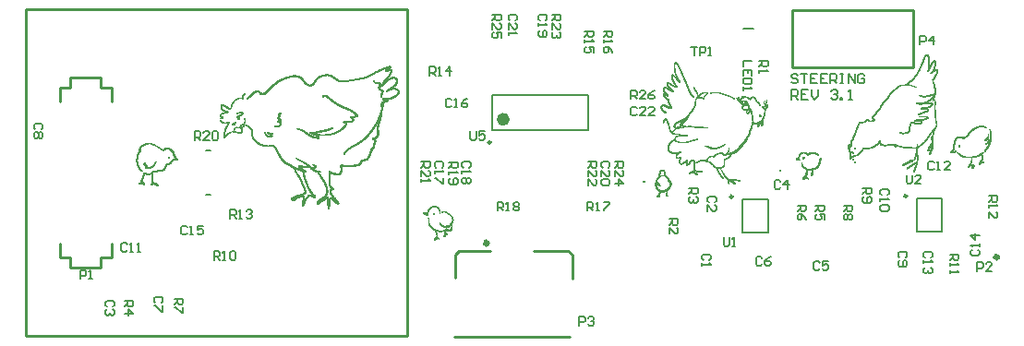
<source format=gto>
G04*
G04 #@! TF.GenerationSoftware,Altium Limited,Altium Designer,19.0.10 (269)*
G04*
G04 Layer_Color=65535*
%FSLAX25Y25*%
%MOIN*%
G70*
G01*
G75*
%ADD10C,0.02362*%
%ADD11C,0.00984*%
%ADD12C,0.01968*%
%ADD13C,0.01500*%
%ADD14C,0.00787*%
%ADD15C,0.00600*%
%ADD16C,0.01000*%
%ADD17C,0.00591*%
G36*
X235020Y98886D02*
X235102D01*
Y98804D01*
X235267D01*
Y98721D01*
X235349D01*
Y98639D01*
Y98557D01*
X235432D01*
Y98474D01*
X235514D01*
Y98392D01*
X235597D01*
Y98309D01*
X235680D01*
Y98227D01*
Y98144D01*
X235762D01*
Y98062D01*
Y97979D01*
X235844D01*
Y97897D01*
X235927D01*
Y97814D01*
Y97732D01*
X236009D01*
Y97649D01*
Y97567D01*
X236092D01*
Y97484D01*
Y97402D01*
X236174D01*
Y97319D01*
Y97237D01*
X236257D01*
Y97154D01*
Y97072D01*
Y96990D01*
X236339D01*
Y96907D01*
Y96825D01*
X236422D01*
Y96742D01*
Y96660D01*
X236504D01*
Y96577D01*
Y96495D01*
X236587D01*
Y96412D01*
Y96330D01*
Y96247D01*
X236669D01*
Y96165D01*
Y96082D01*
X236752D01*
Y96000D01*
Y95917D01*
X236834D01*
Y95835D01*
Y95752D01*
X236917D01*
Y95670D01*
Y95587D01*
X236999D01*
Y95505D01*
Y95422D01*
Y95340D01*
X237082D01*
Y95258D01*
Y95175D01*
X237164D01*
Y95092D01*
Y95010D01*
X237246D01*
Y94928D01*
Y94845D01*
Y94763D01*
X237329D01*
Y94680D01*
Y94598D01*
X237411D01*
Y94515D01*
Y94433D01*
Y94350D01*
X237494D01*
Y94268D01*
Y94185D01*
X237576D01*
Y94103D01*
Y94020D01*
X237659D01*
Y93938D01*
Y93855D01*
X237741D01*
Y93773D01*
Y93690D01*
Y93608D01*
X237824D01*
Y93525D01*
Y93443D01*
X237906D01*
Y93361D01*
Y93278D01*
X237989D01*
Y93196D01*
Y93113D01*
X238071D01*
Y93031D01*
Y92948D01*
X238154D01*
Y92866D01*
Y92783D01*
X238236D01*
Y92701D01*
Y92618D01*
X238319D01*
Y92536D01*
Y92453D01*
X238401D01*
Y92371D01*
Y92288D01*
Y92206D01*
X238484D01*
Y92123D01*
Y92041D01*
X238566D01*
Y91958D01*
Y91876D01*
X238649D01*
Y91794D01*
Y91711D01*
Y91628D01*
X238731D01*
Y91546D01*
Y91464D01*
X238813D01*
Y91381D01*
Y91299D01*
Y91216D01*
X238896D01*
Y91134D01*
Y91051D01*
X238979D01*
Y90969D01*
Y90886D01*
Y90804D01*
X239061D01*
Y90721D01*
Y90639D01*
Y90556D01*
X239143D01*
Y90474D01*
Y90391D01*
X239226D01*
Y90309D01*
Y90226D01*
Y90144D01*
X239308D01*
Y90061D01*
Y89979D01*
X239391D01*
Y89897D01*
Y89814D01*
Y89732D01*
X239473D01*
Y89649D01*
Y89567D01*
X239556D01*
Y89484D01*
Y89402D01*
X239638D01*
Y89319D01*
Y89237D01*
Y89154D01*
X239721D01*
Y89072D01*
Y88989D01*
X239803D01*
Y88907D01*
Y88824D01*
X239886D01*
Y88742D01*
Y88659D01*
X239968D01*
Y88577D01*
Y88494D01*
X240051D01*
Y88412D01*
Y88329D01*
X240133D01*
Y88247D01*
Y88165D01*
X240216D01*
Y88082D01*
X240298D01*
Y88000D01*
Y87917D01*
X240381D01*
Y87835D01*
Y87752D01*
X240463D01*
Y87670D01*
Y87587D01*
X240546D01*
Y87505D01*
X240628D01*
Y87422D01*
Y87340D01*
X240710D01*
Y87257D01*
X240793D01*
Y87175D01*
X240876D01*
Y87092D01*
X240958D01*
Y87010D01*
Y86927D01*
X241040D01*
Y86845D01*
X241123D01*
Y86762D01*
X241205D01*
Y86680D01*
X241288D01*
Y86598D01*
Y86515D01*
Y86432D01*
Y86350D01*
Y86268D01*
Y86185D01*
X240628D01*
Y86268D01*
X240546D01*
Y86350D01*
X240463D01*
Y86432D01*
Y86515D01*
X240381D01*
Y86598D01*
X240298D01*
Y86680D01*
X240216D01*
Y86762D01*
X240133D01*
Y86845D01*
Y86927D01*
X240051D01*
Y87010D01*
X239968D01*
Y87092D01*
Y87175D01*
X239886D01*
Y87257D01*
X239803D01*
Y87340D01*
Y87422D01*
X239721D01*
Y87505D01*
Y87587D01*
X239638D01*
Y87670D01*
X239556D01*
Y87752D01*
Y87835D01*
X239473D01*
Y87917D01*
Y88000D01*
X239391D01*
Y88082D01*
Y88165D01*
X239308D01*
Y88247D01*
Y88329D01*
X239226D01*
Y88412D01*
Y88494D01*
Y88577D01*
X239143D01*
Y88659D01*
Y88742D01*
X239061D01*
Y88824D01*
Y88907D01*
X238979D01*
Y88989D01*
Y89072D01*
Y89154D01*
X238896D01*
Y89237D01*
Y89319D01*
X238813D01*
Y89402D01*
Y89484D01*
Y89567D01*
X238731D01*
Y89649D01*
Y89732D01*
X238649D01*
Y89814D01*
Y89897D01*
Y89979D01*
X238566D01*
Y90061D01*
Y90144D01*
X238484D01*
Y90226D01*
Y90309D01*
Y90391D01*
X238401D01*
Y90474D01*
Y90556D01*
X238319D01*
Y90639D01*
Y90721D01*
Y90804D01*
X238236D01*
Y90886D01*
Y90969D01*
X238154D01*
Y91051D01*
Y91134D01*
Y91216D01*
X238071D01*
Y91299D01*
Y91381D01*
X237989D01*
Y91464D01*
Y91546D01*
Y91628D01*
X237906D01*
Y91711D01*
Y91794D01*
X237824D01*
Y91876D01*
Y91958D01*
X237741D01*
Y92041D01*
Y92123D01*
Y92206D01*
X237659D01*
Y92288D01*
Y92371D01*
X237576D01*
Y92453D01*
Y92536D01*
X237494D01*
Y92618D01*
Y92701D01*
X237411D01*
Y92783D01*
Y92866D01*
X237329D01*
Y92948D01*
Y93031D01*
X237246D01*
Y93113D01*
Y93196D01*
Y93278D01*
X237164D01*
Y93361D01*
Y93443D01*
X237082D01*
Y93525D01*
Y93608D01*
X236999D01*
Y93690D01*
Y93773D01*
Y93855D01*
X236917D01*
Y93938D01*
Y94020D01*
X236834D01*
Y94103D01*
Y94185D01*
Y94268D01*
X236752D01*
Y94350D01*
Y94433D01*
X236669D01*
Y94515D01*
Y94598D01*
Y94680D01*
X236587D01*
Y94763D01*
Y94845D01*
X236504D01*
Y94928D01*
Y95010D01*
Y95092D01*
X236422D01*
Y95175D01*
Y95258D01*
X236339D01*
Y95340D01*
Y95422D01*
X236257D01*
Y95505D01*
Y95587D01*
Y95670D01*
X236174D01*
Y95752D01*
Y95835D01*
X236092D01*
Y95917D01*
Y96000D01*
X236009D01*
Y96082D01*
Y96165D01*
X235927D01*
Y96247D01*
Y96330D01*
X235844D01*
Y96412D01*
Y96495D01*
Y96577D01*
X235762D01*
Y96660D01*
Y96742D01*
X235680D01*
Y96825D01*
Y96907D01*
X235597D01*
Y96990D01*
Y97072D01*
X235514D01*
Y97154D01*
Y97237D01*
X235432D01*
Y97319D01*
Y97402D01*
X235349D01*
Y97484D01*
Y97567D01*
X235267D01*
Y97649D01*
Y97732D01*
X235185D01*
Y97814D01*
X235102D01*
Y97897D01*
Y97979D01*
X235020D01*
Y98062D01*
X234937D01*
Y98144D01*
X234855D01*
Y98227D01*
X234772D01*
Y98309D01*
X234690D01*
Y98392D01*
X234607D01*
Y98309D01*
Y98227D01*
X234525D01*
Y98144D01*
Y98062D01*
Y97979D01*
X234442D01*
Y97897D01*
Y97814D01*
Y97732D01*
Y97649D01*
X234360D01*
Y97567D01*
Y97484D01*
Y97402D01*
X234442D01*
Y97319D01*
Y97237D01*
Y97154D01*
Y97072D01*
Y96990D01*
Y96907D01*
Y96825D01*
Y96742D01*
X234525D01*
Y96660D01*
Y96577D01*
Y96495D01*
Y96412D01*
Y96330D01*
Y96247D01*
X234607D01*
Y96165D01*
Y96082D01*
Y96000D01*
Y95917D01*
Y95835D01*
X234690D01*
Y95752D01*
Y95670D01*
Y95587D01*
Y95505D01*
X234772D01*
Y95422D01*
Y95340D01*
Y95258D01*
X234855D01*
Y95175D01*
Y95092D01*
Y95010D01*
Y94928D01*
X234937D01*
Y94845D01*
Y94763D01*
Y94680D01*
X235020D01*
Y94598D01*
Y94515D01*
Y94433D01*
X235102D01*
Y94350D01*
Y94268D01*
X235185D01*
Y94185D01*
Y94103D01*
X235267D01*
Y94020D01*
Y93938D01*
Y93855D01*
X235349D01*
Y93773D01*
Y93690D01*
X235432D01*
Y93608D01*
Y93525D01*
X235514D01*
Y93443D01*
Y93361D01*
X235597D01*
Y93278D01*
X235680D01*
Y93196D01*
Y93113D01*
X235762D01*
Y93031D01*
Y92948D01*
X235844D01*
Y92866D01*
Y92783D01*
X235927D01*
Y92701D01*
X236009D01*
Y92618D01*
Y92536D01*
X236092D01*
Y92453D01*
Y92371D01*
X236174D01*
Y92288D01*
X236257D01*
Y92206D01*
Y92123D01*
X236339D01*
Y92041D01*
X236422D01*
Y91958D01*
Y91876D01*
X236504D01*
Y91794D01*
Y91711D01*
Y91628D01*
Y91546D01*
Y91464D01*
Y91381D01*
X236422D01*
Y91299D01*
X236009D01*
Y91381D01*
X235844D01*
Y91464D01*
X235762D01*
Y91546D01*
X235680D01*
Y91628D01*
X235597D01*
Y91711D01*
X235514D01*
Y91794D01*
X235432D01*
Y91876D01*
X235349D01*
Y91958D01*
X235267D01*
Y92041D01*
X235185D01*
Y92123D01*
X235102D01*
Y92206D01*
Y92288D01*
X235020D01*
Y92371D01*
X234937D01*
Y92453D01*
X234855D01*
Y92536D01*
X234772D01*
Y92618D01*
X234690D01*
Y92701D01*
X234607D01*
Y92783D01*
Y92866D01*
X234525D01*
Y92948D01*
X234442D01*
Y93031D01*
X234360D01*
Y93113D01*
X234277D01*
Y93196D01*
X234195D01*
Y93278D01*
X234112D01*
Y93361D01*
Y93443D01*
X234030D01*
Y93525D01*
X233947D01*
Y93608D01*
X233865D01*
Y93690D01*
X233783D01*
Y93773D01*
X233700D01*
Y93855D01*
X233617D01*
Y93938D01*
X233453D01*
Y93855D01*
Y93773D01*
X233535D01*
Y93690D01*
Y93608D01*
Y93525D01*
Y93443D01*
Y93361D01*
X233617D01*
Y93278D01*
Y93196D01*
Y93113D01*
Y93031D01*
X233700D01*
Y92948D01*
Y92866D01*
X233783D01*
Y92783D01*
Y92701D01*
Y92618D01*
X233865D01*
Y92536D01*
Y92453D01*
X233947D01*
Y92371D01*
Y92288D01*
X234030D01*
Y92206D01*
Y92123D01*
X234112D01*
Y92041D01*
Y91958D01*
X234195D01*
Y91876D01*
Y91794D01*
X234277D01*
Y91711D01*
Y91628D01*
X234360D01*
Y91546D01*
Y91464D01*
X234442D01*
Y91381D01*
X234525D01*
Y91299D01*
Y91216D01*
X234607D01*
Y91134D01*
Y91051D01*
X234690D01*
Y90969D01*
X234772D01*
Y90886D01*
X234855D01*
Y90804D01*
Y90721D01*
X234937D01*
Y90639D01*
X235020D01*
Y90556D01*
X235102D01*
Y90474D01*
X235185D01*
Y90391D01*
X235267D01*
Y90309D01*
Y90226D01*
X235349D01*
Y90144D01*
Y90061D01*
Y89979D01*
Y89897D01*
Y89814D01*
Y89732D01*
X235267D01*
Y89649D01*
X234772D01*
Y89732D01*
X234525D01*
Y89814D01*
X234195D01*
Y89897D01*
X233947D01*
Y89979D01*
X233700D01*
Y90061D01*
X233535D01*
Y90144D01*
X233370D01*
Y90226D01*
X233205D01*
Y90309D01*
X233040D01*
Y90391D01*
X232958D01*
Y90474D01*
X232793D01*
Y90556D01*
X232710D01*
Y90639D01*
X232628D01*
Y90721D01*
X232463D01*
Y90804D01*
X232298D01*
Y90886D01*
X232215D01*
Y90969D01*
X232050D01*
Y91051D01*
X231886D01*
Y90969D01*
Y90886D01*
X231968D01*
Y90804D01*
Y90721D01*
X232050D01*
Y90639D01*
Y90556D01*
X232133D01*
Y90474D01*
Y90391D01*
X232215D01*
Y90309D01*
X232298D01*
Y90226D01*
X232380D01*
Y90144D01*
Y90061D01*
X232463D01*
Y89979D01*
X232545D01*
Y89897D01*
X232628D01*
Y89814D01*
X232710D01*
Y89732D01*
X232793D01*
Y89649D01*
X232875D01*
Y89567D01*
X232958D01*
Y89484D01*
X233123D01*
Y89402D01*
X233205D01*
Y89319D01*
X233288D01*
Y89237D01*
X233370D01*
Y89154D01*
X233453D01*
Y89072D01*
X233535D01*
Y88989D01*
X233617D01*
Y88907D01*
X233700D01*
Y88824D01*
X233783D01*
Y88742D01*
X233865D01*
Y88659D01*
Y88577D01*
Y88494D01*
Y88412D01*
Y88329D01*
Y88247D01*
Y88165D01*
Y88082D01*
X233288D01*
Y88165D01*
X233123D01*
Y88247D01*
X232958D01*
Y88329D01*
X232875D01*
Y88412D01*
X232710D01*
Y88494D01*
X232545D01*
Y88577D01*
X232380D01*
Y88659D01*
X232215D01*
Y88742D01*
X232050D01*
Y88824D01*
X231886D01*
Y88907D01*
X231803D01*
Y88989D01*
X231638D01*
Y89072D01*
X231473D01*
Y89154D01*
X231308D01*
Y89237D01*
X231226D01*
Y89319D01*
X231061D01*
Y89402D01*
X230896D01*
Y89484D01*
X230813D01*
Y89402D01*
X230731D01*
Y89319D01*
X230648D01*
Y89237D01*
Y89154D01*
Y89072D01*
Y88989D01*
Y88907D01*
Y88824D01*
X230731D01*
Y88742D01*
Y88659D01*
X230813D01*
Y88577D01*
Y88494D01*
X230896D01*
Y88412D01*
X230978D01*
Y88329D01*
X231061D01*
Y88247D01*
Y88165D01*
X231143D01*
Y88082D01*
X231226D01*
Y88000D01*
X231308D01*
Y87917D01*
X231391D01*
Y87835D01*
X231473D01*
Y87752D01*
X231556D01*
Y87670D01*
X231638D01*
Y87587D01*
X231721D01*
Y87505D01*
X231803D01*
Y87422D01*
X231886D01*
Y87340D01*
X231968D01*
Y87257D01*
X232050D01*
Y87175D01*
Y87092D01*
X232133D01*
Y87010D01*
Y86927D01*
Y86845D01*
Y86762D01*
Y86680D01*
Y86598D01*
Y86515D01*
X231391D01*
Y86598D01*
X231308D01*
Y86680D01*
X231143D01*
Y86762D01*
X231061D01*
Y86845D01*
X230896D01*
Y86762D01*
X230978D01*
Y86680D01*
X231061D01*
Y86598D01*
X231143D01*
Y86515D01*
X231226D01*
Y86432D01*
X231308D01*
Y86350D01*
Y86268D01*
X231391D01*
Y86185D01*
X231473D01*
Y86103D01*
X231556D01*
Y86020D01*
X231638D01*
Y85938D01*
X231721D01*
Y85855D01*
X231968D01*
Y85773D01*
X232215D01*
Y85690D01*
X232298D01*
Y85608D01*
Y85525D01*
Y85443D01*
Y85360D01*
Y85278D01*
Y85195D01*
Y85113D01*
Y85030D01*
Y84948D01*
Y84865D01*
Y84783D01*
X232380D01*
Y84701D01*
Y84618D01*
X232463D01*
Y84536D01*
Y84453D01*
X232545D01*
Y84371D01*
Y84288D01*
X232628D01*
Y84206D01*
Y84123D01*
X232710D01*
Y84041D01*
Y83958D01*
X232793D01*
Y83876D01*
Y83793D01*
X232875D01*
Y83711D01*
Y83628D01*
Y83546D01*
X232958D01*
Y83463D01*
Y83381D01*
X233040D01*
Y83298D01*
Y83216D01*
Y83134D01*
X233123D01*
Y83051D01*
Y82968D01*
X233205D01*
Y82886D01*
Y82804D01*
X233288D01*
Y82721D01*
Y82639D01*
Y82556D01*
Y82474D01*
Y82391D01*
Y82309D01*
X233205D01*
Y82226D01*
Y82144D01*
X232050D01*
Y82226D01*
X231803D01*
Y82309D01*
X231638D01*
Y82391D01*
X231473D01*
Y82474D01*
X231308D01*
Y82556D01*
X231143D01*
Y82639D01*
X230978D01*
Y82721D01*
X230896D01*
Y82804D01*
X230731D01*
Y82886D01*
X230483D01*
Y82968D01*
X230071D01*
Y82886D01*
X229989D01*
Y82804D01*
X229906D01*
Y82721D01*
X229824D01*
Y82639D01*
Y82556D01*
Y82474D01*
Y82391D01*
X229906D01*
Y82309D01*
Y82226D01*
X229989D01*
Y82144D01*
X230071D01*
Y82061D01*
Y81979D01*
X230153D01*
Y81896D01*
X230236D01*
Y81814D01*
X230318D01*
Y81731D01*
X230401D01*
Y81649D01*
X230483D01*
Y81566D01*
X230566D01*
Y81484D01*
X230731D01*
Y81401D01*
X230813D01*
Y81319D01*
X230896D01*
Y81236D01*
X231061D01*
Y81154D01*
X231391D01*
Y81072D01*
X231473D01*
Y80989D01*
Y80907D01*
Y80824D01*
Y80742D01*
Y80659D01*
X231391D01*
Y80577D01*
X231308D01*
Y80494D01*
X230566D01*
Y80577D01*
X230401D01*
Y80659D01*
X230318D01*
Y80742D01*
X230153D01*
Y80824D01*
X230071D01*
Y80907D01*
X229989D01*
Y80989D01*
X229906D01*
Y81072D01*
X229824D01*
Y81154D01*
X229741D01*
Y81236D01*
X229659D01*
Y81319D01*
X229576D01*
Y81401D01*
X229494D01*
Y81484D01*
X229411D01*
Y81566D01*
Y81649D01*
X229329D01*
Y81731D01*
Y81814D01*
X229246D01*
Y81896D01*
Y81979D01*
X229164D01*
Y82061D01*
Y82144D01*
Y82226D01*
X229081D01*
Y82309D01*
Y82391D01*
Y82474D01*
Y82556D01*
Y82639D01*
Y82721D01*
Y82804D01*
Y82886D01*
Y82968D01*
X229164D01*
Y83051D01*
Y83134D01*
Y83216D01*
X229246D01*
Y83298D01*
X229329D01*
Y83381D01*
X229411D01*
Y83463D01*
X229494D01*
Y83546D01*
X229659D01*
Y83628D01*
X229906D01*
Y83711D01*
X230648D01*
Y83628D01*
X230978D01*
Y83546D01*
X231143D01*
Y83463D01*
X231308D01*
Y83381D01*
X231473D01*
Y83298D01*
X231638D01*
Y83216D01*
X231721D01*
Y83134D01*
X231886D01*
Y83051D01*
X232050D01*
Y82968D01*
X232215D01*
Y82886D01*
X232380D01*
Y82968D01*
X232298D01*
Y83051D01*
Y83134D01*
Y83216D01*
X232215D01*
Y83298D01*
Y83381D01*
X232133D01*
Y83463D01*
Y83546D01*
Y83628D01*
X232050D01*
Y83711D01*
X231968D01*
Y83793D01*
Y83876D01*
X231886D01*
Y83958D01*
Y84041D01*
X231803D01*
Y84123D01*
Y84206D01*
X231721D01*
Y84288D01*
Y84371D01*
Y84453D01*
X231638D01*
Y84536D01*
Y84618D01*
Y84701D01*
Y84783D01*
Y84865D01*
Y84948D01*
Y85030D01*
Y85113D01*
Y85195D01*
X231473D01*
Y85278D01*
X231226D01*
Y85360D01*
X231143D01*
Y85443D01*
X231061D01*
Y85525D01*
X230978D01*
Y85608D01*
X230896D01*
Y85690D01*
X230813D01*
Y85773D01*
Y85855D01*
X230731D01*
Y85938D01*
X230648D01*
Y86020D01*
X230566D01*
Y86103D01*
X230483D01*
Y86185D01*
X230401D01*
Y86268D01*
Y86350D01*
X230318D01*
Y86432D01*
X230236D01*
Y86515D01*
Y86598D01*
X230153D01*
Y86680D01*
Y86762D01*
Y86845D01*
X230071D01*
Y86927D01*
Y87010D01*
Y87092D01*
Y87175D01*
Y87257D01*
Y87340D01*
Y87422D01*
Y87505D01*
X230153D01*
Y87587D01*
Y87670D01*
X230236D01*
Y87752D01*
X230483D01*
Y87835D01*
X230401D01*
Y87917D01*
X230318D01*
Y88000D01*
Y88082D01*
X230236D01*
Y88165D01*
Y88247D01*
X230153D01*
Y88329D01*
Y88412D01*
X230071D01*
Y88494D01*
Y88577D01*
Y88659D01*
Y88742D01*
X229989D01*
Y88824D01*
Y88907D01*
Y88989D01*
Y89072D01*
Y89154D01*
Y89237D01*
Y89319D01*
Y89402D01*
Y89484D01*
X230071D01*
Y89567D01*
Y89649D01*
Y89732D01*
X230153D01*
Y89814D01*
Y89897D01*
X230236D01*
Y89979D01*
X230318D01*
Y90061D01*
X231308D01*
Y89979D01*
X231473D01*
Y89897D01*
X231638D01*
Y89814D01*
X231721D01*
Y89897D01*
X231638D01*
Y89979D01*
X231556D01*
Y90061D01*
Y90144D01*
X231473D01*
Y90226D01*
Y90309D01*
X231391D01*
Y90391D01*
Y90474D01*
X231308D01*
Y90556D01*
Y90639D01*
Y90721D01*
Y90804D01*
X231226D01*
Y90886D01*
Y90969D01*
Y91051D01*
Y91134D01*
Y91216D01*
Y91299D01*
Y91381D01*
X231308D01*
Y91464D01*
Y91546D01*
X231391D01*
Y91628D01*
X231473D01*
Y91711D01*
X232133D01*
Y91628D01*
X232380D01*
Y91546D01*
X232545D01*
Y91464D01*
X232710D01*
Y91381D01*
X232793D01*
Y91299D01*
X232958D01*
Y91216D01*
X233040D01*
Y91134D01*
X233205D01*
Y91051D01*
X233288D01*
Y90969D01*
X233453D01*
Y90886D01*
X233535D01*
Y90804D01*
X233700D01*
Y90721D01*
X233865D01*
Y90639D01*
X234030D01*
Y90556D01*
X234195D01*
Y90639D01*
X234112D01*
Y90721D01*
X234030D01*
Y90804D01*
Y90886D01*
X233947D01*
Y90969D01*
Y91051D01*
X233865D01*
Y91134D01*
X233783D01*
Y91216D01*
Y91299D01*
X233700D01*
Y91381D01*
Y91464D01*
X233617D01*
Y91546D01*
Y91628D01*
X233535D01*
Y91711D01*
Y91794D01*
X233453D01*
Y91876D01*
Y91958D01*
X233370D01*
Y92041D01*
Y92123D01*
X233288D01*
Y92206D01*
Y92288D01*
Y92371D01*
X233205D01*
Y92453D01*
Y92536D01*
X233123D01*
Y92618D01*
Y92701D01*
Y92783D01*
X233040D01*
Y92866D01*
Y92948D01*
Y93031D01*
Y93113D01*
Y93196D01*
X232958D01*
Y93278D01*
Y93361D01*
Y93443D01*
Y93525D01*
Y93608D01*
Y93690D01*
Y93773D01*
Y93855D01*
Y93938D01*
Y94020D01*
Y94103D01*
Y94185D01*
Y94268D01*
Y94350D01*
Y94433D01*
X233040D01*
Y94515D01*
Y94598D01*
X233205D01*
Y94680D01*
X233700D01*
Y94598D01*
X233865D01*
Y94515D01*
X233947D01*
Y94433D01*
X234030D01*
Y94350D01*
X234112D01*
Y94268D01*
X234195D01*
Y94185D01*
X234277D01*
Y94103D01*
X234360D01*
Y94020D01*
X234442D01*
Y93938D01*
X234525D01*
Y93855D01*
X234607D01*
Y93938D01*
X234525D01*
Y94020D01*
Y94103D01*
Y94185D01*
X234442D01*
Y94268D01*
Y94350D01*
Y94433D01*
X234360D01*
Y94515D01*
Y94598D01*
Y94680D01*
X234277D01*
Y94763D01*
Y94845D01*
Y94928D01*
X234195D01*
Y95010D01*
Y95092D01*
Y95175D01*
Y95258D01*
X234112D01*
Y95340D01*
Y95422D01*
Y95505D01*
Y95587D01*
Y95670D01*
X234030D01*
Y95752D01*
Y95835D01*
Y95917D01*
Y96000D01*
Y96082D01*
X233947D01*
Y96165D01*
Y96247D01*
Y96330D01*
Y96412D01*
Y96495D01*
Y96577D01*
X233865D01*
Y96660D01*
Y96742D01*
Y96825D01*
Y96907D01*
Y96990D01*
Y97072D01*
Y97154D01*
Y97237D01*
Y97319D01*
Y97402D01*
Y97484D01*
Y97567D01*
Y97649D01*
Y97732D01*
Y97814D01*
Y97897D01*
Y97979D01*
Y98062D01*
Y98144D01*
Y98227D01*
X233947D01*
Y98309D01*
Y98392D01*
Y98474D01*
X234030D01*
Y98557D01*
Y98639D01*
Y98721D01*
X234112D01*
Y98804D01*
X234195D01*
Y98886D01*
X234277D01*
Y98969D01*
X235020D01*
Y98886D01*
D02*
G37*
G36*
X131651Y97548D02*
X131821D01*
Y97463D01*
Y97378D01*
X131906D01*
Y97293D01*
Y97208D01*
Y97123D01*
Y97038D01*
Y96953D01*
Y96868D01*
Y96784D01*
X131821D01*
Y96698D01*
Y96614D01*
X131736D01*
Y96529D01*
X131651D01*
Y96444D01*
X132161D01*
Y96359D01*
X132246D01*
Y96274D01*
X132331D01*
Y96189D01*
Y96104D01*
X132416D01*
Y96019D01*
Y95934D01*
Y95849D01*
Y95764D01*
Y95679D01*
Y95594D01*
Y95509D01*
X132331D01*
Y95424D01*
Y95339D01*
Y95254D01*
Y95170D01*
X132246D01*
Y95085D01*
Y95000D01*
X132161D01*
Y94915D01*
Y94830D01*
X132076D01*
Y94745D01*
Y94660D01*
X131991D01*
Y94575D01*
Y94490D01*
X131906D01*
Y94405D01*
Y94320D01*
X131821D01*
Y94235D01*
X131736D01*
Y94150D01*
Y94065D01*
X131651D01*
Y93980D01*
X131567D01*
Y93895D01*
Y93810D01*
X131482D01*
Y93726D01*
X131397D01*
Y93641D01*
X131312D01*
Y93556D01*
X131227D01*
Y93471D01*
X131142D01*
Y93386D01*
X131057D01*
Y93301D01*
Y93216D01*
X131227D01*
Y93301D01*
X131397D01*
Y93386D01*
X131651D01*
Y93471D01*
X131906D01*
Y93556D01*
X132161D01*
Y93641D01*
X133350D01*
Y93556D01*
X133605D01*
Y93471D01*
X133775D01*
Y93386D01*
X133945D01*
Y93301D01*
X134030D01*
Y93216D01*
Y93131D01*
X134115D01*
Y93046D01*
X134200D01*
Y92961D01*
Y92876D01*
Y92791D01*
X134285D01*
Y92706D01*
Y92621D01*
Y92536D01*
Y92451D01*
X134370D01*
Y92366D01*
Y92281D01*
Y92197D01*
Y92111D01*
Y92027D01*
Y91942D01*
Y91857D01*
Y91772D01*
Y91687D01*
Y91602D01*
Y91517D01*
Y91432D01*
X134285D01*
Y91347D01*
Y91262D01*
Y91177D01*
X134200D01*
Y91092D01*
Y91007D01*
X134115D01*
Y90922D01*
X134030D01*
Y90837D01*
Y90752D01*
X133945D01*
Y90667D01*
X133860D01*
Y90583D01*
X133775D01*
Y90498D01*
X133690D01*
Y90413D01*
Y90328D01*
X133605D01*
Y90243D01*
X133435D01*
Y90158D01*
X133350D01*
Y90073D01*
X133265D01*
Y89988D01*
X133180D01*
Y89903D01*
X133096D01*
Y89818D01*
X133011D01*
Y89733D01*
X133265D01*
Y89648D01*
X133775D01*
Y89563D01*
X134030D01*
Y89478D01*
X134200D01*
Y89393D01*
X134370D01*
Y89308D01*
X134455D01*
Y89223D01*
X134540D01*
Y89139D01*
X134625D01*
Y89053D01*
Y88969D01*
X134710D01*
Y88884D01*
X134794D01*
Y88799D01*
Y88714D01*
X134879D01*
Y88629D01*
Y88544D01*
Y88459D01*
Y88374D01*
X134964D01*
Y88289D01*
Y88204D01*
Y88119D01*
Y88034D01*
Y87949D01*
Y87864D01*
Y87779D01*
X134879D01*
Y87694D01*
Y87609D01*
Y87524D01*
X134794D01*
Y87440D01*
Y87355D01*
X134710D01*
Y87270D01*
Y87185D01*
X134625D01*
Y87100D01*
X134540D01*
Y87015D01*
X134455D01*
Y86930D01*
X134370D01*
Y86845D01*
X134285D01*
Y86760D01*
X134200D01*
Y86675D01*
X134115D01*
Y86590D01*
X133945D01*
Y86505D01*
X133860D01*
Y86420D01*
X133690D01*
Y86335D01*
X133605D01*
Y86250D01*
X133435D01*
Y86165D01*
X133350D01*
Y86080D01*
X133180D01*
Y85996D01*
X133011D01*
Y85911D01*
X132841D01*
Y85826D01*
X132671D01*
Y85741D01*
X132416D01*
Y85656D01*
X132246D01*
Y85571D01*
X131991D01*
Y85486D01*
X131651D01*
Y85401D01*
X131397D01*
Y85316D01*
X131057D01*
Y85231D01*
X130972D01*
Y85146D01*
Y85061D01*
Y84976D01*
Y84891D01*
Y84806D01*
X130887D01*
Y84721D01*
X130802D01*
Y84636D01*
X130632D01*
Y84552D01*
X130462D01*
Y84466D01*
X130292D01*
Y84382D01*
X129953D01*
Y84297D01*
X129528D01*
Y84212D01*
X129443D01*
Y84127D01*
Y84042D01*
Y83957D01*
Y83872D01*
Y83787D01*
X129358D01*
Y83702D01*
Y83617D01*
Y83532D01*
Y83447D01*
Y83362D01*
Y83277D01*
X129273D01*
Y83192D01*
Y83107D01*
Y83022D01*
Y82938D01*
Y82853D01*
X129188D01*
Y82768D01*
Y82683D01*
Y82598D01*
Y82513D01*
Y82428D01*
X129103D01*
Y82343D01*
Y82258D01*
Y82173D01*
Y82088D01*
Y82003D01*
X129018D01*
Y81918D01*
Y81833D01*
Y81748D01*
Y81663D01*
X128933D01*
Y81578D01*
Y81494D01*
Y81409D01*
Y81324D01*
X128848D01*
Y81239D01*
Y81154D01*
Y81069D01*
Y80984D01*
X128763D01*
Y80899D01*
Y80814D01*
Y80729D01*
X128678D01*
Y80644D01*
Y80559D01*
Y80474D01*
Y80389D01*
Y80304D01*
Y80219D01*
Y80134D01*
Y80049D01*
Y79965D01*
Y79879D01*
Y79795D01*
Y79710D01*
Y79625D01*
Y79540D01*
Y79455D01*
X128594D01*
Y79370D01*
Y79285D01*
Y79200D01*
Y79115D01*
Y79030D01*
Y78945D01*
X128508D01*
Y78860D01*
Y78775D01*
Y78690D01*
Y78605D01*
X128424D01*
Y78520D01*
Y78435D01*
Y78351D01*
X128339D01*
Y78266D01*
Y78181D01*
Y78096D01*
Y78011D01*
X128254D01*
Y77926D01*
Y77841D01*
Y77756D01*
X128169D01*
Y77671D01*
Y77586D01*
Y77501D01*
X128084D01*
Y77416D01*
Y77331D01*
X127999D01*
Y77246D01*
Y77161D01*
Y77076D01*
X127914D01*
Y76991D01*
Y76907D01*
Y76822D01*
X127829D01*
Y76737D01*
Y76652D01*
Y76567D01*
X127744D01*
Y76482D01*
Y76397D01*
Y76312D01*
Y76227D01*
X127659D01*
Y76142D01*
Y76057D01*
Y75972D01*
Y75887D01*
X127574D01*
Y75802D01*
Y75717D01*
Y75632D01*
Y75547D01*
Y75462D01*
X127489D01*
Y75378D01*
Y75292D01*
Y75208D01*
Y75123D01*
Y75038D01*
Y74953D01*
Y74868D01*
Y74783D01*
Y74698D01*
Y74613D01*
Y74528D01*
Y74443D01*
Y74358D01*
Y74273D01*
X127574D01*
Y74188D01*
Y74103D01*
Y74018D01*
Y73933D01*
Y73848D01*
Y73764D01*
Y73679D01*
Y73594D01*
Y73509D01*
Y73424D01*
Y73339D01*
Y73254D01*
Y73169D01*
Y73084D01*
Y72999D01*
Y72914D01*
Y72829D01*
Y72744D01*
Y72659D01*
Y72574D01*
Y72489D01*
X127489D01*
Y72404D01*
Y72320D01*
Y72234D01*
X127404D01*
Y72150D01*
Y72065D01*
X127319D01*
Y71980D01*
X127234D01*
Y71895D01*
Y71810D01*
X127149D01*
Y71725D01*
X127065D01*
Y71640D01*
X126979D01*
Y71555D01*
X126895D01*
Y71470D01*
X126810D01*
Y71385D01*
X126725D01*
Y71300D01*
X126555D01*
Y71215D01*
X126385D01*
Y71130D01*
X126470D01*
Y71045D01*
Y70960D01*
Y70875D01*
X126555D01*
Y70790D01*
Y70705D01*
Y70621D01*
Y70536D01*
Y70451D01*
Y70366D01*
Y70281D01*
Y70196D01*
Y70111D01*
Y70026D01*
X126470D01*
Y69941D01*
Y69856D01*
Y69771D01*
Y69686D01*
X126385D01*
Y69601D01*
Y69516D01*
Y69431D01*
X126300D01*
Y69346D01*
Y69261D01*
X126215D01*
Y69177D01*
X126130D01*
Y69092D01*
Y69007D01*
X126045D01*
Y68922D01*
Y68837D01*
Y68752D01*
Y68667D01*
Y68582D01*
Y68497D01*
Y68412D01*
Y68327D01*
Y68242D01*
Y68157D01*
X125960D01*
Y68072D01*
Y67987D01*
Y67902D01*
X125875D01*
Y67817D01*
Y67733D01*
X125790D01*
Y67647D01*
X125705D01*
Y67563D01*
Y67478D01*
X125620D01*
Y67393D01*
X125536D01*
Y67308D01*
X125451D01*
Y67223D01*
X125366D01*
Y67138D01*
X125281D01*
Y67053D01*
Y66968D01*
X125196D01*
Y66883D01*
Y66798D01*
X125111D01*
Y66713D01*
Y66628D01*
Y66543D01*
X125026D01*
Y66458D01*
Y66373D01*
Y66288D01*
X124941D01*
Y66203D01*
Y66119D01*
Y66034D01*
Y65949D01*
X124856D01*
Y65864D01*
Y65779D01*
X124771D01*
Y65694D01*
Y65609D01*
X124686D01*
Y65524D01*
Y65439D01*
X124601D01*
Y65354D01*
Y65269D01*
Y65184D01*
X124516D01*
Y65099D01*
Y65014D01*
X124431D01*
Y64929D01*
Y64844D01*
X124346D01*
Y64759D01*
Y64675D01*
X124261D01*
Y64590D01*
Y64505D01*
X124176D01*
Y64420D01*
Y64335D01*
X124091D01*
Y64250D01*
X124006D01*
Y64165D01*
Y64080D01*
X123922D01*
Y63995D01*
X123837D01*
Y63910D01*
Y63825D01*
X123752D01*
Y63740D01*
X123667D01*
Y63655D01*
X123582D01*
Y63570D01*
X123412D01*
Y63485D01*
X123242D01*
Y63400D01*
X123072D01*
Y63315D01*
X122817D01*
Y63230D01*
X122562D01*
Y63146D01*
X121968D01*
Y63060D01*
X121798D01*
Y62976D01*
X121628D01*
Y62891D01*
X121543D01*
Y62806D01*
Y62721D01*
X121458D01*
Y62636D01*
Y62551D01*
X121373D01*
Y62466D01*
Y62381D01*
X121288D01*
Y62296D01*
Y62211D01*
X121203D01*
Y62126D01*
Y62041D01*
X121118D01*
Y61956D01*
X121033D01*
Y61871D01*
X120949D01*
Y61786D01*
X120863D01*
Y61701D01*
X120779D01*
Y61616D01*
X120609D01*
Y61532D01*
X120439D01*
Y61447D01*
X120269D01*
Y61362D01*
X119929D01*
Y61277D01*
X119334D01*
Y61192D01*
X118740D01*
Y61107D01*
X118145D01*
Y61022D01*
X114663D01*
Y61107D01*
X114323D01*
Y61022D01*
Y60937D01*
Y60852D01*
Y60767D01*
Y60682D01*
Y60597D01*
X114408D01*
Y60512D01*
Y60427D01*
Y60342D01*
Y60257D01*
Y60172D01*
Y60088D01*
Y60002D01*
Y59918D01*
Y59833D01*
Y59748D01*
Y59663D01*
Y59578D01*
X114323D01*
Y59493D01*
Y59408D01*
Y59323D01*
Y59238D01*
X114238D01*
Y59153D01*
Y59068D01*
Y58983D01*
X114153D01*
Y58898D01*
Y58813D01*
X114068D01*
Y58728D01*
X113983D01*
Y58643D01*
Y58558D01*
X113898D01*
Y58473D01*
X113813D01*
Y58389D01*
X113728D01*
Y58304D01*
X113558D01*
Y58219D01*
X113388D01*
Y58134D01*
X113134D01*
Y58049D01*
X111775D01*
Y58134D01*
X111435D01*
Y58219D01*
X111095D01*
Y58304D01*
X110840D01*
Y58389D01*
X110585D01*
Y58473D01*
X110330D01*
Y58558D01*
X110161D01*
Y58643D01*
X110076D01*
Y58558D01*
Y58473D01*
Y58389D01*
Y58304D01*
Y58219D01*
Y58134D01*
Y58049D01*
Y57964D01*
Y57879D01*
Y57794D01*
Y57709D01*
Y57624D01*
Y57539D01*
Y57454D01*
Y57369D01*
Y57284D01*
Y57199D01*
X109991D01*
Y57114D01*
Y57029D01*
Y56945D01*
Y56860D01*
Y56775D01*
Y56690D01*
Y56605D01*
Y56520D01*
Y56435D01*
Y56350D01*
Y56265D01*
Y56180D01*
Y56095D01*
Y56010D01*
Y55925D01*
Y55840D01*
Y55755D01*
X110076D01*
Y55670D01*
Y55585D01*
Y55501D01*
Y55415D01*
Y55331D01*
Y55246D01*
Y55161D01*
Y55076D01*
Y54991D01*
Y54906D01*
Y54821D01*
Y54736D01*
X110161D01*
Y54651D01*
Y54566D01*
Y54481D01*
Y54396D01*
X110246D01*
Y54311D01*
Y54226D01*
X110330D01*
Y54141D01*
X110415D01*
Y54056D01*
X110500D01*
Y53971D01*
X110585D01*
Y53886D01*
X110670D01*
Y53802D01*
X110840D01*
Y53717D01*
X110925D01*
Y53632D01*
X111010D01*
Y53547D01*
X111180D01*
Y53462D01*
X111265D01*
Y53377D01*
X111350D01*
Y53292D01*
Y53207D01*
Y53122D01*
Y53037D01*
Y52952D01*
Y52867D01*
Y52782D01*
X111265D01*
Y52697D01*
X111180D01*
Y52612D01*
X110840D01*
Y52527D01*
X110585D01*
Y52442D01*
X110415D01*
Y52358D01*
X110330D01*
Y52273D01*
Y52188D01*
Y52103D01*
Y52018D01*
X110415D01*
Y51933D01*
Y51848D01*
X110500D01*
Y51763D01*
Y51678D01*
X110585D01*
Y51593D01*
Y51508D01*
X110670D01*
Y51423D01*
Y51338D01*
X110755D01*
Y51253D01*
X110840D01*
Y51168D01*
Y51083D01*
X110925D01*
Y50998D01*
X111010D01*
Y50913D01*
Y50828D01*
X111095D01*
Y50744D01*
X111180D01*
Y50659D01*
X111265D01*
Y50574D01*
X111350D01*
Y50489D01*
X111435D01*
Y50404D01*
Y50319D01*
X111520D01*
Y50234D01*
X111605D01*
Y50149D01*
X111689D01*
Y50064D01*
X111775D01*
Y49979D01*
X111859D01*
Y49894D01*
Y49809D01*
X111944D01*
Y49724D01*
X112029D01*
Y49639D01*
X112114D01*
Y49554D01*
X112199D01*
Y49469D01*
Y49384D01*
X112284D01*
Y49299D01*
X112369D01*
Y49215D01*
X112454D01*
Y49130D01*
Y49045D01*
X112539D01*
Y48960D01*
X112624D01*
Y48875D01*
X112709D01*
Y48790D01*
X112794D01*
Y48705D01*
Y48620D01*
X112879D01*
Y48535D01*
X112964D01*
Y48450D01*
X113049D01*
Y48365D01*
X113134D01*
Y48280D01*
Y48195D01*
X113218D01*
Y48110D01*
Y48025D01*
Y47940D01*
Y47855D01*
Y47771D01*
Y47686D01*
X113134D01*
Y47601D01*
X112284D01*
Y47686D01*
X112114D01*
Y47771D01*
X111944D01*
Y47855D01*
X111775D01*
Y47940D01*
X111689D01*
Y48025D01*
X111605D01*
Y48110D01*
X111520D01*
Y48195D01*
X111435D01*
Y48280D01*
X111350D01*
Y48365D01*
X111265D01*
Y48450D01*
X111180D01*
Y48535D01*
X111095D01*
Y48620D01*
X111010D01*
Y48705D01*
X110925D01*
Y48790D01*
X110840D01*
Y48875D01*
X110755D01*
Y48960D01*
X110670D01*
Y49045D01*
X110585D01*
Y49130D01*
X110500D01*
Y49215D01*
X110415D01*
Y49299D01*
X110330D01*
Y49384D01*
X110161D01*
Y49299D01*
Y49215D01*
Y49130D01*
X110076D01*
Y49045D01*
Y48960D01*
Y48875D01*
Y48790D01*
Y48705D01*
X109991D01*
Y48620D01*
Y48535D01*
Y48450D01*
Y48365D01*
Y48280D01*
Y48195D01*
Y48110D01*
Y48025D01*
Y47940D01*
Y47855D01*
X109906D01*
Y47771D01*
Y47686D01*
Y47601D01*
Y47516D01*
Y47431D01*
Y47346D01*
Y47261D01*
Y47176D01*
Y47091D01*
Y47006D01*
Y46921D01*
Y46836D01*
Y46751D01*
X109821D01*
Y46666D01*
Y46581D01*
Y46496D01*
Y46411D01*
Y46326D01*
Y46242D01*
Y46156D01*
Y46072D01*
X109736D01*
Y45987D01*
X109651D01*
Y45902D01*
X109141D01*
Y45987D01*
X109056D01*
Y46072D01*
Y46156D01*
X108971D01*
Y46242D01*
Y46326D01*
Y46411D01*
Y46496D01*
X108886D01*
Y46581D01*
Y46666D01*
Y46751D01*
Y46836D01*
Y46921D01*
Y47006D01*
X108801D01*
Y47091D01*
Y47176D01*
Y47261D01*
Y47346D01*
Y47431D01*
X108716D01*
Y47516D01*
Y47601D01*
Y47686D01*
Y47771D01*
Y47855D01*
X108632D01*
Y47940D01*
Y48025D01*
Y48110D01*
Y48195D01*
Y48280D01*
Y48365D01*
X108547D01*
Y48450D01*
Y48535D01*
Y48620D01*
Y48705D01*
Y48790D01*
Y48875D01*
Y48960D01*
Y49045D01*
Y49130D01*
Y49215D01*
Y49299D01*
Y49384D01*
Y49469D01*
X108462D01*
Y49384D01*
X108377D01*
Y49299D01*
X108292D01*
Y49215D01*
X108207D01*
Y49130D01*
X108122D01*
Y49045D01*
X108037D01*
Y48960D01*
X107867D01*
Y48875D01*
X107782D01*
Y48790D01*
X107612D01*
Y48705D01*
X107527D01*
Y48620D01*
X107357D01*
Y48535D01*
X107272D01*
Y48450D01*
X107103D01*
Y48365D01*
X107018D01*
Y48280D01*
X106848D01*
Y48195D01*
X106763D01*
Y48110D01*
X106593D01*
Y48025D01*
X106508D01*
Y47940D01*
X106423D01*
Y47855D01*
X106253D01*
Y47771D01*
X106083D01*
Y47686D01*
X105998D01*
Y47601D01*
X105828D01*
Y47516D01*
X104979D01*
Y47601D01*
Y47686D01*
X104894D01*
Y47771D01*
Y47855D01*
Y47940D01*
Y48025D01*
Y48110D01*
Y48195D01*
X104979D01*
Y48280D01*
Y48365D01*
X105064D01*
Y48450D01*
X105149D01*
Y48535D01*
Y48620D01*
X105234D01*
Y48705D01*
X105319D01*
Y48790D01*
X105404D01*
Y48875D01*
X105489D01*
Y48960D01*
X105573D01*
Y49045D01*
X105658D01*
Y49130D01*
X105743D01*
Y49215D01*
X105828D01*
Y49299D01*
X105913D01*
Y49384D01*
X105998D01*
Y49469D01*
X106083D01*
Y49554D01*
X106168D01*
Y49639D01*
X106253D01*
Y49724D01*
X106338D01*
Y49809D01*
X106423D01*
Y49894D01*
X106593D01*
Y49979D01*
X106678D01*
Y50064D01*
X106763D01*
Y50149D01*
X106933D01*
Y50234D01*
X107018D01*
Y50319D01*
X107103D01*
Y50404D01*
X107272D01*
Y50489D01*
X107357D01*
Y50574D01*
X107527D01*
Y50659D01*
X107612D01*
Y50744D01*
X107697D01*
Y50828D01*
X107782D01*
Y50913D01*
X107867D01*
Y50998D01*
X107952D01*
Y51083D01*
X108037D01*
Y51168D01*
Y51253D01*
X108122D01*
Y51338D01*
X108207D01*
Y51423D01*
Y51508D01*
X108292D01*
Y51593D01*
Y51678D01*
X108377D01*
Y51763D01*
Y51848D01*
Y51933D01*
Y52018D01*
X108462D01*
Y52103D01*
Y52188D01*
Y52273D01*
Y52358D01*
Y52442D01*
Y52527D01*
Y52612D01*
Y52697D01*
X108377D01*
Y52782D01*
Y52867D01*
Y52952D01*
Y53037D01*
Y53122D01*
X108292D01*
Y53207D01*
Y53292D01*
Y53377D01*
Y53462D01*
X108207D01*
Y53547D01*
Y53632D01*
Y53717D01*
X108122D01*
Y53802D01*
Y53886D01*
X108037D01*
Y53971D01*
Y54056D01*
Y54141D01*
X107952D01*
Y54226D01*
Y54311D01*
X107867D01*
Y54396D01*
Y54481D01*
Y54566D01*
X107782D01*
Y54651D01*
Y54736D01*
X107697D01*
Y54821D01*
Y54906D01*
Y54991D01*
X107612D01*
Y55076D01*
Y55161D01*
X107527D01*
Y55246D01*
Y55331D01*
X107442D01*
Y55415D01*
Y55501D01*
X107357D01*
Y55585D01*
Y55670D01*
X107272D01*
Y55755D01*
Y55840D01*
X107187D01*
Y55925D01*
X107103D01*
Y56010D01*
Y56095D01*
X107018D01*
Y56180D01*
X106933D01*
Y56265D01*
Y56350D01*
X106848D01*
Y56435D01*
X106763D01*
Y56520D01*
Y56605D01*
X106678D01*
Y56690D01*
X106593D01*
Y56775D01*
Y56860D01*
X106508D01*
Y56945D01*
X106423D01*
Y57029D01*
Y57114D01*
X106338D01*
Y57199D01*
Y57284D01*
X106253D01*
Y57369D01*
X106168D01*
Y57454D01*
Y57539D01*
X106083D01*
Y57624D01*
Y57709D01*
X105998D01*
Y57794D01*
X105913D01*
Y57879D01*
Y57964D01*
X105828D01*
Y58049D01*
Y58134D01*
X105743D01*
Y58219D01*
X105658D01*
Y58304D01*
Y58389D01*
X105573D01*
Y58473D01*
Y58558D01*
X105489D01*
Y58643D01*
X105404D01*
Y58728D01*
Y58813D01*
X105319D01*
Y58898D01*
Y58983D01*
X105149D01*
Y59068D01*
X104809D01*
Y59153D01*
X104554D01*
Y59238D01*
X104384D01*
Y59323D01*
X104130D01*
Y59408D01*
X103960D01*
Y59493D01*
X103790D01*
Y59578D01*
X103620D01*
Y59663D01*
X103535D01*
Y59748D01*
X103450D01*
Y59833D01*
X103280D01*
Y59918D01*
X103195D01*
Y60002D01*
X103110D01*
Y60088D01*
X103025D01*
Y60172D01*
X102940D01*
Y60257D01*
X102855D01*
Y60342D01*
Y60427D01*
X102770D01*
Y60512D01*
Y60597D01*
X102685D01*
Y60682D01*
X102515D01*
Y60767D01*
X102346D01*
Y60852D01*
X102261D01*
Y60937D01*
X102006D01*
Y60852D01*
X101496D01*
Y60767D01*
X100647D01*
Y60852D01*
X99797D01*
Y60937D01*
X99373D01*
Y60852D01*
X99458D01*
Y60767D01*
X99542D01*
Y60682D01*
X100137D01*
Y60597D01*
X100222D01*
Y60512D01*
Y60427D01*
Y60342D01*
X100307D01*
Y60257D01*
X100392D01*
Y60172D01*
X100477D01*
Y60088D01*
X100647D01*
Y60002D01*
X100902D01*
Y59918D01*
X101072D01*
Y59833D01*
X101156D01*
Y59748D01*
X101241D01*
Y59663D01*
Y59578D01*
Y59493D01*
Y59408D01*
Y59323D01*
Y59238D01*
Y59153D01*
X101072D01*
Y59068D01*
X100647D01*
Y58983D01*
Y58898D01*
Y58813D01*
Y58728D01*
X100732D01*
Y58643D01*
Y58558D01*
Y58473D01*
Y58389D01*
X100817D01*
Y58304D01*
Y58219D01*
Y58134D01*
Y58049D01*
Y57964D01*
X100902D01*
Y57879D01*
Y57794D01*
Y57709D01*
X100987D01*
Y57624D01*
Y57539D01*
Y57454D01*
Y57369D01*
X101072D01*
Y57284D01*
Y57199D01*
Y57114D01*
X101156D01*
Y57029D01*
Y56945D01*
Y56860D01*
X101241D01*
Y56775D01*
Y56690D01*
X101326D01*
Y56605D01*
Y56520D01*
Y56435D01*
X101411D01*
Y56350D01*
Y56265D01*
X101496D01*
Y56180D01*
Y56095D01*
X101581D01*
Y56010D01*
Y55925D01*
Y55840D01*
X101666D01*
Y55755D01*
Y55670D01*
X101751D01*
Y55585D01*
Y55501D01*
Y55415D01*
X101836D01*
Y55331D01*
Y55246D01*
Y55161D01*
X101921D01*
Y55076D01*
Y54991D01*
Y54906D01*
X102006D01*
Y54821D01*
Y54736D01*
Y54651D01*
X102091D01*
Y54566D01*
Y54481D01*
Y54396D01*
X102176D01*
Y54311D01*
Y54226D01*
Y54141D01*
X102261D01*
Y54056D01*
Y53971D01*
X102346D01*
Y53886D01*
Y53802D01*
X102431D01*
Y53717D01*
Y53632D01*
X102515D01*
Y53547D01*
Y53462D01*
X102601D01*
Y53377D01*
X102685D01*
Y53292D01*
Y53207D01*
X102770D01*
Y53122D01*
X102855D01*
Y53037D01*
Y52952D01*
X102940D01*
Y52867D01*
X103025D01*
Y52782D01*
Y52697D01*
X103110D01*
Y52612D01*
Y52527D01*
X103195D01*
Y52442D01*
X103280D01*
Y52358D01*
Y52273D01*
X103365D01*
Y52188D01*
X103450D01*
Y52103D01*
Y52018D01*
X103535D01*
Y51933D01*
X103620D01*
Y51848D01*
Y51763D01*
X103705D01*
Y51678D01*
X103790D01*
Y51593D01*
X103875D01*
Y51508D01*
X103960D01*
Y51423D01*
X104044D01*
Y51338D01*
X104130D01*
Y51253D01*
X104214D01*
Y51168D01*
X104384D01*
Y51083D01*
X104469D01*
Y50998D01*
X104554D01*
Y50913D01*
X104639D01*
Y50828D01*
X104724D01*
Y50744D01*
Y50659D01*
X104809D01*
Y50574D01*
Y50489D01*
Y50404D01*
Y50319D01*
Y50234D01*
Y50149D01*
Y50064D01*
Y49979D01*
Y49894D01*
X104724D01*
Y49809D01*
X103875D01*
Y49894D01*
X103620D01*
Y49979D01*
X103450D01*
Y50064D01*
X103195D01*
Y50149D01*
X103025D01*
Y50234D01*
X102940D01*
Y50319D01*
X102770D01*
Y50404D01*
X102685D01*
Y50489D01*
X102515D01*
Y50404D01*
X102431D01*
Y50319D01*
X102346D01*
Y50234D01*
X102261D01*
Y50149D01*
X102176D01*
Y50064D01*
X102091D01*
Y49979D01*
X102006D01*
Y49894D01*
Y49809D01*
X101921D01*
Y49724D01*
X101836D01*
Y49639D01*
X101751D01*
Y49554D01*
X101666D01*
Y49469D01*
Y49384D01*
X101581D01*
Y49299D01*
X101496D01*
Y49215D01*
Y49130D01*
X101411D01*
Y49045D01*
Y48960D01*
X101326D01*
Y48875D01*
Y48790D01*
X101241D01*
Y48705D01*
Y48620D01*
X101156D01*
Y48535D01*
Y48450D01*
X101072D01*
Y48365D01*
Y48280D01*
X100987D01*
Y48195D01*
Y48110D01*
X100902D01*
Y48025D01*
Y47940D01*
Y47855D01*
X100817D01*
Y47771D01*
Y47686D01*
X100732D01*
Y47601D01*
Y47516D01*
X100647D01*
Y47431D01*
Y47346D01*
Y47261D01*
X100562D01*
Y47176D01*
Y47091D01*
X100477D01*
Y47006D01*
Y46921D01*
X100392D01*
Y46836D01*
X99712D01*
Y46921D01*
X99627D01*
Y47006D01*
Y47091D01*
Y47176D01*
Y47261D01*
Y47346D01*
Y47431D01*
Y47516D01*
Y47601D01*
Y47686D01*
Y47771D01*
Y47855D01*
Y47940D01*
Y48025D01*
Y48110D01*
Y48195D01*
Y48280D01*
X99712D01*
Y48365D01*
Y48450D01*
Y48535D01*
Y48620D01*
Y48705D01*
X99797D01*
Y48790D01*
Y48875D01*
Y48960D01*
Y49045D01*
Y49130D01*
X99882D01*
Y49215D01*
Y49299D01*
Y49384D01*
Y49469D01*
Y49554D01*
X99967D01*
Y49639D01*
Y49724D01*
Y49809D01*
Y49894D01*
X100052D01*
Y49979D01*
Y50064D01*
X99542D01*
Y49979D01*
X99033D01*
Y49894D01*
X98778D01*
Y49809D01*
X98523D01*
Y49724D01*
X98353D01*
Y49639D01*
X98098D01*
Y49554D01*
X97929D01*
Y49469D01*
X97844D01*
Y49384D01*
X97674D01*
Y49299D01*
X97589D01*
Y49215D01*
X97504D01*
Y49130D01*
X97419D01*
Y49045D01*
X97334D01*
Y48960D01*
X97249D01*
Y48875D01*
X97079D01*
Y48790D01*
X96230D01*
Y48875D01*
X95975D01*
Y48960D01*
X95805D01*
Y49045D01*
X95635D01*
Y49130D01*
Y49215D01*
Y49299D01*
Y49384D01*
Y49469D01*
Y49554D01*
Y49639D01*
Y49724D01*
Y49809D01*
Y49894D01*
X95720D01*
Y49979D01*
X95805D01*
Y50064D01*
X95975D01*
Y50149D01*
X96060D01*
Y50234D01*
X96230D01*
Y50319D01*
X96485D01*
Y50404D01*
X96654D01*
Y50489D01*
X96909D01*
Y50574D01*
X97079D01*
Y50659D01*
X97249D01*
Y50744D01*
X97419D01*
Y50828D01*
X97674D01*
Y50913D01*
X97844D01*
Y50998D01*
X98183D01*
Y51083D01*
X98523D01*
Y51168D01*
X98778D01*
Y51253D01*
X99033D01*
Y51338D01*
X99288D01*
Y51423D01*
X99542D01*
Y51508D01*
X99712D01*
Y51593D01*
X99967D01*
Y51678D01*
X100137D01*
Y51763D01*
X100307D01*
Y51848D01*
X100392D01*
Y51933D01*
X100477D01*
Y52018D01*
Y52103D01*
X100562D01*
Y52188D01*
Y52273D01*
Y52358D01*
Y52442D01*
X100477D01*
Y52527D01*
Y52612D01*
Y52697D01*
Y52782D01*
X100392D01*
Y52867D01*
Y52952D01*
X100307D01*
Y53037D01*
Y53122D01*
Y53207D01*
X100222D01*
Y53292D01*
Y53377D01*
X100137D01*
Y53462D01*
Y53547D01*
X100052D01*
Y53632D01*
Y53717D01*
X99967D01*
Y53802D01*
Y53886D01*
X99882D01*
Y53971D01*
Y54056D01*
X99797D01*
Y54141D01*
Y54226D01*
Y54311D01*
X99712D01*
Y54396D01*
Y54481D01*
X99627D01*
Y54566D01*
Y54651D01*
Y54736D01*
X99542D01*
Y54821D01*
Y54906D01*
X99458D01*
Y54991D01*
Y55076D01*
Y55161D01*
X99373D01*
Y55246D01*
Y55331D01*
X99288D01*
Y55415D01*
Y55501D01*
Y55585D01*
X99203D01*
Y55670D01*
Y55755D01*
X99118D01*
Y55840D01*
Y55925D01*
Y56010D01*
X99033D01*
Y56095D01*
Y56180D01*
X98948D01*
Y56265D01*
Y56350D01*
X98863D01*
Y56435D01*
Y56520D01*
X98778D01*
Y56605D01*
Y56690D01*
X98693D01*
Y56775D01*
Y56860D01*
X98608D01*
Y56945D01*
Y57029D01*
X98523D01*
Y57114D01*
X98438D01*
Y57199D01*
Y57284D01*
X98353D01*
Y57369D01*
Y57454D01*
X98268D01*
Y57539D01*
X98183D01*
Y57624D01*
Y57709D01*
X98098D01*
Y57794D01*
X98014D01*
Y57879D01*
Y57964D01*
X97929D01*
Y58049D01*
X97844D01*
Y58134D01*
Y58219D01*
X97759D01*
Y58304D01*
Y58389D01*
X97674D01*
Y58473D01*
X97589D01*
Y58558D01*
Y58643D01*
X97504D01*
Y58728D01*
Y58813D01*
X97419D01*
Y58898D01*
X97334D01*
Y58983D01*
Y59068D01*
X97249D01*
Y59153D01*
Y59238D01*
X97164D01*
Y59323D01*
Y59408D01*
X97079D01*
Y59493D01*
Y59578D01*
X96994D01*
Y59663D01*
Y59748D01*
X96909D01*
Y59833D01*
Y59918D01*
Y60002D01*
X96824D01*
Y60088D01*
Y60172D01*
X96739D01*
Y60257D01*
Y60342D01*
X96654D01*
Y60427D01*
Y60512D01*
X96569D01*
Y60597D01*
X96399D01*
Y60682D01*
X96230D01*
Y60767D01*
X96060D01*
Y60852D01*
X95890D01*
Y60937D01*
X95720D01*
Y61022D01*
X95635D01*
Y61107D01*
X95465D01*
Y61192D01*
X95295D01*
Y61277D01*
X95125D01*
Y61362D01*
X94955D01*
Y61447D01*
X94786D01*
Y61532D01*
X94616D01*
Y61616D01*
X94531D01*
Y61701D01*
X94361D01*
Y61786D01*
X94191D01*
Y61871D01*
X94021D01*
Y61956D01*
X93936D01*
Y62041D01*
X93766D01*
Y62126D01*
X93596D01*
Y62211D01*
X93511D01*
Y62296D01*
X93341D01*
Y62381D01*
X93257D01*
Y62466D01*
X93172D01*
Y62551D01*
X93087D01*
Y62636D01*
X93002D01*
Y62721D01*
X92917D01*
Y62806D01*
X92832D01*
Y62891D01*
X92747D01*
Y62976D01*
X92662D01*
Y63060D01*
X92577D01*
Y63146D01*
X92492D01*
Y63230D01*
X92407D01*
Y63315D01*
X92322D01*
Y63400D01*
X92237D01*
Y63485D01*
Y63570D01*
X92152D01*
Y63655D01*
X92067D01*
Y63740D01*
X91982D01*
Y63825D01*
Y63910D01*
X91897D01*
Y63995D01*
X91812D01*
Y64080D01*
X91728D01*
Y64165D01*
Y64250D01*
X91643D01*
Y64335D01*
Y64420D01*
X91558D01*
Y64505D01*
X91473D01*
Y64590D01*
Y64675D01*
X91388D01*
Y64759D01*
Y64844D01*
X91303D01*
Y64929D01*
X91218D01*
Y65014D01*
Y65099D01*
X91133D01*
Y65184D01*
Y65269D01*
X91048D01*
Y65354D01*
Y65439D01*
X90963D01*
Y65524D01*
X90878D01*
Y65609D01*
Y65694D01*
X90793D01*
Y65779D01*
Y65864D01*
X90708D01*
Y65949D01*
Y66034D01*
X90623D01*
Y66119D01*
Y66203D01*
X90538D01*
Y66288D01*
Y66373D01*
X90453D01*
Y66458D01*
Y66543D01*
X90368D01*
Y66628D01*
Y66713D01*
X90284D01*
Y66798D01*
Y66883D01*
Y66968D01*
X90199D01*
Y67053D01*
Y67138D01*
X90114D01*
Y67223D01*
Y67308D01*
X90029D01*
Y67393D01*
Y67478D01*
X89944D01*
Y67563D01*
Y67647D01*
X89859D01*
Y67733D01*
Y67817D01*
X89774D01*
Y67902D01*
X89689D01*
Y67987D01*
X89604D01*
Y68072D01*
Y68157D01*
X89434D01*
Y68242D01*
X89264D01*
Y68327D01*
X89094D01*
Y68412D01*
X89009D01*
Y68497D01*
Y68582D01*
X88840D01*
Y68497D01*
X88585D01*
Y68412D01*
X88160D01*
Y68327D01*
X86716D01*
Y68412D01*
X86121D01*
Y68497D01*
X85697D01*
Y68582D01*
X85357D01*
Y68667D01*
X85102D01*
Y68752D01*
X84847D01*
Y68837D01*
X84677D01*
Y68922D01*
X84422D01*
Y69007D01*
X84253D01*
Y69092D01*
X84083D01*
Y69177D01*
X83998D01*
Y69261D01*
X83828D01*
Y69346D01*
X83658D01*
Y69431D01*
X83573D01*
Y69516D01*
X83403D01*
Y69601D01*
X83318D01*
Y69686D01*
X83148D01*
Y69771D01*
X83063D01*
Y69856D01*
X82978D01*
Y69941D01*
X82808D01*
Y70026D01*
X82723D01*
Y70111D01*
X82639D01*
Y70196D01*
X82554D01*
Y70281D01*
X82469D01*
Y70366D01*
X82384D01*
Y70451D01*
X82299D01*
Y70536D01*
X82214D01*
Y70621D01*
X82129D01*
Y70705D01*
Y70790D01*
X82044D01*
Y70875D01*
X81959D01*
Y70960D01*
Y71045D01*
X81874D01*
Y71130D01*
X81789D01*
Y71215D01*
Y71300D01*
X81704D01*
Y71385D01*
Y71470D01*
Y71555D01*
X81619D01*
Y71640D01*
Y71725D01*
X81534D01*
Y71810D01*
Y71895D01*
Y71980D01*
X81449D01*
Y72065D01*
Y72150D01*
Y72234D01*
Y72320D01*
Y72404D01*
X81364D01*
Y72489D01*
Y72574D01*
Y72659D01*
Y72744D01*
Y72829D01*
X81279D01*
Y72914D01*
Y72999D01*
Y73084D01*
Y73169D01*
Y73254D01*
Y73339D01*
Y73424D01*
Y73509D01*
Y73594D01*
Y73679D01*
Y73764D01*
Y73848D01*
Y73933D01*
Y74018D01*
Y74103D01*
Y74188D01*
Y74273D01*
Y74358D01*
X81194D01*
Y74443D01*
X81109D01*
Y74528D01*
Y74613D01*
X81025D01*
Y74698D01*
X80940D01*
Y74783D01*
X80855D01*
Y74868D01*
X80770D01*
Y74953D01*
X80685D01*
Y75038D01*
X80600D01*
Y75123D01*
X80515D01*
Y75208D01*
X80430D01*
Y75292D01*
X80345D01*
Y75378D01*
X80260D01*
Y75462D01*
X80090D01*
Y75547D01*
X80005D01*
Y75632D01*
X79835D01*
Y75717D01*
X79665D01*
Y75802D01*
X79496D01*
Y75887D01*
X79326D01*
Y75972D01*
X79156D01*
Y75887D01*
X79071D01*
Y75802D01*
Y75717D01*
X78986D01*
Y75632D01*
Y75547D01*
X78901D01*
Y75462D01*
X78731D01*
Y75378D01*
X78646D01*
Y75292D01*
X78476D01*
Y75208D01*
X78136D01*
Y75123D01*
Y75038D01*
Y74953D01*
X78221D01*
Y74868D01*
Y74783D01*
Y74698D01*
Y74613D01*
Y74528D01*
X78306D01*
Y74443D01*
Y74358D01*
Y74273D01*
Y74188D01*
Y74103D01*
Y74018D01*
Y73933D01*
Y73848D01*
X78221D01*
Y73764D01*
Y73679D01*
Y73594D01*
X78136D01*
Y73509D01*
X78052D01*
Y73424D01*
X77967D01*
Y73339D01*
X77882D01*
Y73254D01*
X77627D01*
Y73169D01*
X76438D01*
Y73254D01*
X76268D01*
Y73339D01*
X76098D01*
Y73424D01*
X75843D01*
Y73509D01*
X75673D01*
Y73594D01*
X74739D01*
Y73679D01*
X74399D01*
Y73594D01*
Y73509D01*
Y73424D01*
X74229D01*
Y73339D01*
X74059D01*
Y73254D01*
X73889D01*
Y73169D01*
X73719D01*
Y73084D01*
X73549D01*
Y72999D01*
X73465D01*
Y72914D01*
X73379D01*
Y72829D01*
X73295D01*
Y72744D01*
X73125D01*
Y72659D01*
X73040D01*
Y72574D01*
X72955D01*
Y72489D01*
X72870D01*
Y72404D01*
X72785D01*
Y72320D01*
X72700D01*
Y72234D01*
X72615D01*
Y72150D01*
X72530D01*
Y72065D01*
X72445D01*
Y71980D01*
X72360D01*
Y71895D01*
Y71810D01*
X72275D01*
Y71725D01*
X72190D01*
Y71640D01*
X72105D01*
Y71555D01*
X71511D01*
Y71640D01*
Y71725D01*
Y71810D01*
Y71895D01*
Y71980D01*
Y72065D01*
Y72150D01*
Y72234D01*
Y72320D01*
Y72404D01*
Y72489D01*
Y72574D01*
Y72659D01*
Y72744D01*
Y72829D01*
Y72914D01*
Y72999D01*
Y73084D01*
Y73169D01*
Y73254D01*
Y73339D01*
Y73424D01*
Y73509D01*
Y73594D01*
Y73679D01*
X71596D01*
Y73764D01*
Y73848D01*
Y73933D01*
Y74018D01*
Y74103D01*
Y74188D01*
X71681D01*
Y74273D01*
Y74358D01*
Y74443D01*
Y74528D01*
X71766D01*
Y74613D01*
Y74698D01*
Y74783D01*
X71851D01*
Y74868D01*
Y74953D01*
Y75038D01*
X71935D01*
Y75123D01*
Y75208D01*
Y75292D01*
X72020D01*
Y75378D01*
Y75462D01*
X72105D01*
Y75547D01*
Y75632D01*
X72190D01*
Y75717D01*
Y75802D01*
X72275D01*
Y75887D01*
Y75972D01*
X72360D01*
Y76057D01*
Y76142D01*
X72445D01*
Y76227D01*
X72530D01*
Y76312D01*
Y76397D01*
X72615D01*
Y76482D01*
X72700D01*
Y76567D01*
Y76652D01*
X72785D01*
Y76737D01*
X71171D01*
Y76822D01*
X70916D01*
Y76907D01*
X70746D01*
Y76991D01*
X70576D01*
Y77076D01*
X70491D01*
Y77161D01*
X70407D01*
Y77246D01*
X70322D01*
Y77331D01*
X70237D01*
Y77416D01*
X70152D01*
Y77501D01*
Y77586D01*
Y77671D01*
Y77756D01*
Y77841D01*
Y77926D01*
Y78011D01*
Y78096D01*
X70576D01*
Y78011D01*
X70661D01*
Y77926D01*
Y77841D01*
X70746D01*
Y77756D01*
X70831D01*
Y77671D01*
X70916D01*
Y77586D01*
X71001D01*
Y77501D01*
X71086D01*
Y77416D01*
X71341D01*
Y77331D01*
X71596D01*
Y77246D01*
X72275D01*
Y77331D01*
X73549D01*
Y77246D01*
Y77161D01*
Y77076D01*
Y76991D01*
Y76907D01*
Y76822D01*
Y76737D01*
Y76652D01*
X73465D01*
Y76567D01*
Y76482D01*
X73379D01*
Y76397D01*
Y76312D01*
X73295D01*
Y76227D01*
Y76142D01*
X73210D01*
Y76057D01*
X73125D01*
Y75972D01*
Y75887D01*
X73040D01*
Y75802D01*
X72955D01*
Y75717D01*
Y75632D01*
X72870D01*
Y75547D01*
Y75462D01*
X72785D01*
Y75378D01*
Y75292D01*
X72700D01*
Y75208D01*
Y75123D01*
X72615D01*
Y75038D01*
Y74953D01*
X72530D01*
Y74868D01*
Y74783D01*
X72445D01*
Y74698D01*
Y74613D01*
Y74528D01*
X72360D01*
Y74443D01*
Y74358D01*
Y74273D01*
X72275D01*
Y74188D01*
Y74103D01*
Y74018D01*
Y73933D01*
X72190D01*
Y73848D01*
Y73764D01*
Y73679D01*
Y73594D01*
X72105D01*
Y73509D01*
Y73424D01*
Y73339D01*
Y73254D01*
Y73169D01*
Y73084D01*
Y72999D01*
Y72914D01*
Y72829D01*
Y72744D01*
X72190D01*
Y72829D01*
X72275D01*
Y72914D01*
X72360D01*
Y72999D01*
X72445D01*
Y73084D01*
X72530D01*
Y73169D01*
X72615D01*
Y73254D01*
X72700D01*
Y73339D01*
X72870D01*
Y73424D01*
X72955D01*
Y73509D01*
X73040D01*
Y73594D01*
X73210D01*
Y73679D01*
X73295D01*
Y73764D01*
X73465D01*
Y73848D01*
X73719D01*
Y73933D01*
X74399D01*
Y74018D01*
Y74103D01*
X74824D01*
Y74188D01*
X74993D01*
Y74273D01*
X75078D01*
Y74358D01*
Y74443D01*
Y74528D01*
Y74613D01*
Y74698D01*
Y74783D01*
Y74868D01*
Y74953D01*
Y75038D01*
X75163D01*
Y75123D01*
X75248D01*
Y75208D01*
Y75292D01*
X75418D01*
Y75378D01*
X75503D01*
Y75462D01*
X75673D01*
Y75547D01*
X75928D01*
Y75632D01*
X76438D01*
Y75547D01*
X76947D01*
Y75632D01*
X77032D01*
Y75717D01*
X77117D01*
Y75802D01*
X77202D01*
Y75887D01*
X77287D01*
Y75972D01*
Y76057D01*
Y76142D01*
Y76227D01*
Y76312D01*
Y76397D01*
Y76482D01*
Y76567D01*
X77882D01*
Y76652D01*
X78136D01*
Y76737D01*
X78306D01*
Y76822D01*
X78476D01*
Y76907D01*
X78561D01*
Y76991D01*
X78646D01*
Y77076D01*
X78731D01*
Y77161D01*
X78816D01*
Y77246D01*
Y77331D01*
X78901D01*
Y77416D01*
Y77501D01*
Y77586D01*
X78986D01*
Y77671D01*
Y77756D01*
Y77841D01*
Y77926D01*
X78901D01*
Y78011D01*
Y78096D01*
X78646D01*
Y78181D01*
Y78266D01*
Y78351D01*
Y78435D01*
Y78520D01*
Y78605D01*
X78731D01*
Y78690D01*
X79241D01*
Y78605D01*
X79326D01*
Y78520D01*
X79411D01*
Y78435D01*
Y78351D01*
X79496D01*
Y78266D01*
Y78181D01*
Y78096D01*
Y78011D01*
Y77926D01*
Y77841D01*
Y77756D01*
Y77671D01*
Y77586D01*
Y77501D01*
Y77416D01*
Y77331D01*
X79411D01*
Y77246D01*
Y77161D01*
Y77076D01*
Y76991D01*
X79326D01*
Y76907D01*
Y76822D01*
X79241D01*
Y76737D01*
X79156D01*
Y76652D01*
Y76567D01*
X79411D01*
Y76482D01*
X79580D01*
Y76397D01*
X79835D01*
Y76312D01*
X80090D01*
Y76227D01*
X80260D01*
Y76142D01*
X80430D01*
Y76057D01*
X80600D01*
Y75972D01*
X80770D01*
Y75887D01*
X80855D01*
Y75802D01*
X80940D01*
Y75717D01*
X81025D01*
Y75632D01*
X81109D01*
Y75547D01*
X81194D01*
Y75462D01*
X81279D01*
Y75378D01*
X81364D01*
Y75292D01*
X81449D01*
Y75208D01*
X81534D01*
Y75123D01*
X81619D01*
Y75038D01*
X81704D01*
Y74953D01*
Y74868D01*
X81789D01*
Y74783D01*
X81874D01*
Y74698D01*
Y74613D01*
Y74528D01*
Y74443D01*
Y74358D01*
Y74273D01*
Y74188D01*
Y74103D01*
Y74018D01*
Y73933D01*
Y73848D01*
Y73764D01*
Y73679D01*
Y73594D01*
Y73509D01*
Y73424D01*
Y73339D01*
X81959D01*
Y73254D01*
Y73169D01*
Y73084D01*
Y72999D01*
Y72914D01*
Y72829D01*
X82044D01*
Y72744D01*
Y72659D01*
Y72574D01*
Y72489D01*
Y72404D01*
X82129D01*
Y72320D01*
Y72234D01*
Y72150D01*
X82214D01*
Y72065D01*
Y71980D01*
Y71895D01*
X82299D01*
Y71810D01*
Y71725D01*
X82384D01*
Y71640D01*
Y71555D01*
X82469D01*
Y71470D01*
X82554D01*
Y71385D01*
Y71300D01*
X82639D01*
Y71215D01*
X82723D01*
Y71130D01*
Y71045D01*
X82808D01*
Y70960D01*
X82893D01*
Y70875D01*
X82978D01*
Y70790D01*
X83063D01*
Y70705D01*
X83148D01*
Y70621D01*
X83233D01*
Y70536D01*
X83403D01*
Y70451D01*
X83488D01*
Y70366D01*
X83573D01*
Y70281D01*
X83743D01*
Y70196D01*
X83828D01*
Y70111D01*
X83998D01*
Y70026D01*
X84083D01*
Y69941D01*
X84253D01*
Y69856D01*
X84422D01*
Y69771D01*
X84507D01*
Y69686D01*
X84677D01*
Y69601D01*
X84847D01*
Y69516D01*
X85102D01*
Y69431D01*
X85272D01*
Y69346D01*
X85527D01*
Y69261D01*
X85782D01*
Y69177D01*
X86121D01*
Y69092D01*
X86546D01*
Y69007D01*
X87226D01*
Y68922D01*
X87735D01*
Y69007D01*
X88075D01*
Y69092D01*
X88330D01*
Y69177D01*
X88670D01*
Y69261D01*
X89349D01*
Y69177D01*
X89519D01*
Y69092D01*
X89604D01*
Y69007D01*
X89689D01*
Y68922D01*
X89774D01*
Y68837D01*
X89859D01*
Y68752D01*
X89944D01*
Y68667D01*
X90029D01*
Y68582D01*
X90114D01*
Y68497D01*
X90199D01*
Y68412D01*
X90284D01*
Y68327D01*
X90368D01*
Y68242D01*
Y68157D01*
X90453D01*
Y68072D01*
X90538D01*
Y67987D01*
Y67902D01*
X90623D01*
Y67817D01*
Y67733D01*
X90708D01*
Y67647D01*
X90793D01*
Y67563D01*
Y67478D01*
X90878D01*
Y67393D01*
Y67308D01*
X90963D01*
Y67223D01*
Y67138D01*
X91048D01*
Y67053D01*
Y66968D01*
X91133D01*
Y66883D01*
Y66798D01*
X91218D01*
Y66713D01*
Y66628D01*
X91303D01*
Y66543D01*
Y66458D01*
X91388D01*
Y66373D01*
Y66288D01*
X91473D01*
Y66203D01*
X91558D01*
Y66119D01*
Y66034D01*
X91643D01*
Y65949D01*
Y65864D01*
X91728D01*
Y65779D01*
Y65694D01*
X91812D01*
Y65609D01*
X91897D01*
Y65524D01*
Y65439D01*
X91982D01*
Y65354D01*
Y65269D01*
X92067D01*
Y65184D01*
X92152D01*
Y65099D01*
Y65014D01*
X92237D01*
Y64929D01*
X92322D01*
Y64844D01*
Y64759D01*
X92407D01*
Y64675D01*
X92492D01*
Y64590D01*
Y64505D01*
X92577D01*
Y64420D01*
X92662D01*
Y64335D01*
X92747D01*
Y64250D01*
Y64165D01*
X92832D01*
Y64080D01*
X92917D01*
Y63995D01*
X93002D01*
Y63910D01*
X93087D01*
Y63825D01*
X93172D01*
Y63740D01*
Y63655D01*
X93257D01*
Y63570D01*
X93341D01*
Y63485D01*
X93427D01*
Y63400D01*
X93511D01*
Y63315D01*
X93596D01*
Y63230D01*
X93766D01*
Y63146D01*
X93851D01*
Y63060D01*
X93936D01*
Y62976D01*
X94106D01*
Y62891D01*
X94191D01*
Y62806D01*
X94361D01*
Y62721D01*
X94446D01*
Y62636D01*
X94616D01*
Y62551D01*
X94786D01*
Y62466D01*
X94955D01*
Y62381D01*
X95040D01*
Y62296D01*
X95210D01*
Y62211D01*
X95380D01*
Y62126D01*
X95550D01*
Y62041D01*
X95720D01*
Y61956D01*
X95890D01*
Y61871D01*
X96060D01*
Y61786D01*
X96145D01*
Y61701D01*
X96315D01*
Y61616D01*
X96485D01*
Y61532D01*
X96654D01*
Y61447D01*
X96824D01*
Y61362D01*
X96994D01*
Y61277D01*
X97164D01*
Y61192D01*
X97334D01*
Y61107D01*
X97504D01*
Y61022D01*
X97759D01*
Y60937D01*
X97929D01*
Y60852D01*
X98098D01*
Y60767D01*
X98353D01*
Y60682D01*
X98438D01*
Y60767D01*
Y60852D01*
X98353D01*
Y60937D01*
Y61022D01*
Y61107D01*
Y61192D01*
Y61277D01*
Y61362D01*
Y61447D01*
X98438D01*
Y61532D01*
Y61616D01*
X98608D01*
Y61701D01*
X99542D01*
Y61616D01*
X100137D01*
Y61532D01*
X100902D01*
Y61447D01*
X101241D01*
Y61532D01*
X101411D01*
Y61616D01*
X101326D01*
Y61701D01*
X101241D01*
Y61786D01*
X101072D01*
Y61871D01*
X100987D01*
Y61956D01*
X100902D01*
Y62041D01*
X100732D01*
Y62126D01*
X100647D01*
Y62211D01*
X100477D01*
Y62296D01*
X100392D01*
Y62381D01*
X100222D01*
Y62466D01*
X100052D01*
Y62551D01*
X99967D01*
Y62636D01*
X99797D01*
Y62721D01*
X99627D01*
Y62806D01*
X99458D01*
Y62891D01*
X99373D01*
Y62976D01*
X99203D01*
Y63060D01*
X99033D01*
Y63146D01*
X98863D01*
Y63230D01*
X98693D01*
Y63315D01*
X98523D01*
Y63400D01*
X98353D01*
Y63485D01*
X98268D01*
Y63570D01*
X98098D01*
Y63655D01*
X97929D01*
Y63740D01*
X97844D01*
Y63825D01*
X97674D01*
Y63910D01*
X97589D01*
Y63995D01*
X97419D01*
Y64080D01*
X97334D01*
Y64165D01*
X97249D01*
Y64250D01*
Y64335D01*
Y64420D01*
Y64505D01*
Y64590D01*
X97674D01*
Y64505D01*
X97844D01*
Y64420D01*
X97929D01*
Y64335D01*
X98098D01*
Y64250D01*
X98183D01*
Y64165D01*
X98353D01*
Y64080D01*
X98523D01*
Y63995D01*
X98693D01*
Y63910D01*
X98863D01*
Y63825D01*
X99033D01*
Y63740D01*
X99203D01*
Y63655D01*
X99458D01*
Y63570D01*
X99627D01*
Y63485D01*
X99797D01*
Y63400D01*
X99967D01*
Y63315D01*
X100137D01*
Y63230D01*
X100307D01*
Y63146D01*
X100477D01*
Y63060D01*
X100647D01*
Y62976D01*
X100817D01*
Y62891D01*
X100902D01*
Y62806D01*
X101072D01*
Y62721D01*
X101241D01*
Y62636D01*
X101326D01*
Y62551D01*
X101496D01*
Y62466D01*
X101581D01*
Y62381D01*
X101751D01*
Y62296D01*
X101836D01*
Y62211D01*
X101921D01*
Y62126D01*
X102006D01*
Y62041D01*
X102176D01*
Y61956D01*
X102261D01*
Y61871D01*
X102346D01*
Y61786D01*
X102431D01*
Y61701D01*
X102601D01*
Y61616D01*
X102685D01*
Y61532D01*
X102770D01*
Y61447D01*
X102855D01*
Y61362D01*
X103025D01*
Y61277D01*
X103110D01*
Y61192D01*
X103280D01*
Y61107D01*
X103960D01*
Y61192D01*
X104130D01*
Y61277D01*
X104299D01*
Y61362D01*
X104469D01*
Y61447D01*
X103960D01*
Y61532D01*
X103620D01*
Y61616D01*
X103365D01*
Y61701D01*
Y61786D01*
Y61871D01*
Y61956D01*
Y62041D01*
X103875D01*
Y61956D01*
X104299D01*
Y61871D01*
X104809D01*
Y61786D01*
Y61701D01*
Y61616D01*
X104979D01*
Y61532D01*
X105064D01*
Y61447D01*
Y61362D01*
Y61277D01*
Y61192D01*
Y61107D01*
X104979D01*
Y61022D01*
Y60937D01*
X104894D01*
Y60852D01*
X104809D01*
Y60767D01*
X104724D01*
Y60682D01*
X104554D01*
Y60597D01*
X104384D01*
Y60512D01*
X104130D01*
Y60427D01*
Y60342D01*
X104299D01*
Y60257D01*
X104384D01*
Y60172D01*
X104639D01*
Y60088D01*
X104809D01*
Y60002D01*
X105064D01*
Y59918D01*
X105319D01*
Y59833D01*
X105743D01*
Y59748D01*
X106083D01*
Y59663D01*
X106508D01*
Y59578D01*
X106848D01*
Y59493D01*
Y59408D01*
Y59323D01*
Y59238D01*
Y59153D01*
X106763D01*
Y59068D01*
X106593D01*
Y58983D01*
X106168D01*
Y58898D01*
Y58813D01*
X106253D01*
Y58728D01*
X106338D01*
Y58643D01*
Y58558D01*
X106423D01*
Y58473D01*
X106508D01*
Y58389D01*
X106593D01*
Y58304D01*
Y58219D01*
X106678D01*
Y58134D01*
Y58049D01*
X106763D01*
Y57964D01*
X106848D01*
Y57879D01*
Y57794D01*
X106933D01*
Y57709D01*
X107018D01*
Y57624D01*
Y57539D01*
X107103D01*
Y57454D01*
Y57369D01*
X107187D01*
Y57284D01*
X107272D01*
Y57199D01*
Y57114D01*
X107357D01*
Y57029D01*
X107442D01*
Y56945D01*
Y56860D01*
X107527D01*
Y56775D01*
X107612D01*
Y56690D01*
X107697D01*
Y56605D01*
Y56520D01*
X107782D01*
Y56435D01*
Y56350D01*
X107867D01*
Y56265D01*
X107952D01*
Y56180D01*
Y56095D01*
X108037D01*
Y56010D01*
Y55925D01*
X108122D01*
Y55840D01*
Y55755D01*
X108207D01*
Y55670D01*
Y55585D01*
X108292D01*
Y55501D01*
Y55415D01*
X108377D01*
Y55331D01*
Y55246D01*
Y55161D01*
X108462D01*
Y55076D01*
Y54991D01*
X108547D01*
Y54906D01*
Y54821D01*
Y54736D01*
X108632D01*
Y54651D01*
Y54566D01*
X108716D01*
Y54481D01*
Y54396D01*
Y54311D01*
X108801D01*
Y54226D01*
Y54141D01*
X108886D01*
Y54056D01*
Y53971D01*
Y53886D01*
X108971D01*
Y53802D01*
Y53717D01*
Y53632D01*
X109056D01*
Y53547D01*
Y53462D01*
Y53377D01*
Y53292D01*
X109141D01*
Y53207D01*
Y53122D01*
Y53037D01*
Y52952D01*
Y52867D01*
X109226D01*
Y52782D01*
Y52697D01*
Y52612D01*
Y52527D01*
Y52442D01*
Y52358D01*
Y52273D01*
Y52188D01*
Y52103D01*
Y52018D01*
Y51933D01*
Y51848D01*
Y51763D01*
X109141D01*
Y51678D01*
Y51593D01*
Y51508D01*
Y51423D01*
Y51338D01*
X109056D01*
Y51253D01*
Y51168D01*
X108971D01*
Y51083D01*
Y50998D01*
X108886D01*
Y50913D01*
Y50828D01*
X108801D01*
Y50744D01*
Y50659D01*
X108716D01*
Y50574D01*
X109141D01*
Y50489D01*
X109226D01*
Y50404D01*
Y50319D01*
Y50234D01*
X109311D01*
Y50149D01*
Y50064D01*
Y49979D01*
Y49894D01*
Y49809D01*
Y49724D01*
Y49639D01*
Y49554D01*
Y49469D01*
Y49384D01*
Y49299D01*
Y49215D01*
Y49130D01*
Y49045D01*
Y48960D01*
X109396D01*
Y49045D01*
Y49130D01*
Y49215D01*
Y49299D01*
Y49384D01*
Y49469D01*
X109481D01*
Y49554D01*
Y49639D01*
Y49724D01*
X109566D01*
Y49809D01*
Y49894D01*
X109651D01*
Y49979D01*
Y50064D01*
X109821D01*
Y50149D01*
X110500D01*
Y50234D01*
X110415D01*
Y50319D01*
Y50404D01*
X110330D01*
Y50489D01*
X110246D01*
Y50574D01*
Y50659D01*
X110161D01*
Y50744D01*
X110076D01*
Y50828D01*
Y50913D01*
X109991D01*
Y50998D01*
Y51083D01*
X109906D01*
Y51168D01*
X109821D01*
Y51253D01*
Y51338D01*
X109736D01*
Y51423D01*
Y51508D01*
Y51593D01*
X109651D01*
Y51678D01*
Y51763D01*
Y51848D01*
Y51933D01*
X109566D01*
Y52018D01*
Y52103D01*
Y52188D01*
Y52273D01*
Y52358D01*
Y52442D01*
Y52527D01*
X109651D01*
Y52612D01*
Y52697D01*
Y52782D01*
X109736D01*
Y52867D01*
Y52952D01*
X109821D01*
Y53037D01*
X109906D01*
Y53122D01*
X110076D01*
Y53207D01*
Y53292D01*
X109991D01*
Y53377D01*
X109906D01*
Y53462D01*
X109821D01*
Y53547D01*
X109736D01*
Y53632D01*
X109651D01*
Y53717D01*
X109566D01*
Y53802D01*
Y53886D01*
Y53971D01*
X109481D01*
Y54056D01*
Y54141D01*
Y54226D01*
X109396D01*
Y54311D01*
Y54396D01*
Y54481D01*
Y54566D01*
Y54651D01*
Y54736D01*
Y54821D01*
Y54906D01*
Y54991D01*
X109311D01*
Y55076D01*
Y55161D01*
Y55246D01*
Y55331D01*
Y55415D01*
Y55501D01*
Y55585D01*
Y55670D01*
Y55755D01*
Y55840D01*
Y55925D01*
Y56010D01*
Y56095D01*
Y56180D01*
Y56265D01*
Y56350D01*
Y56435D01*
Y56520D01*
Y56605D01*
Y56690D01*
Y56775D01*
Y56860D01*
Y56945D01*
Y57029D01*
Y57114D01*
Y57199D01*
Y57284D01*
Y57369D01*
Y57454D01*
Y57539D01*
Y57624D01*
Y57709D01*
Y57794D01*
Y57879D01*
Y57964D01*
Y58049D01*
Y58134D01*
Y58219D01*
Y58304D01*
Y58389D01*
Y58473D01*
Y58558D01*
Y58643D01*
Y58728D01*
Y58813D01*
Y58898D01*
Y58983D01*
Y59068D01*
Y59153D01*
Y59238D01*
Y59323D01*
Y59408D01*
Y59493D01*
Y59578D01*
X109396D01*
Y59663D01*
X109906D01*
Y59578D01*
X110076D01*
Y59493D01*
X110330D01*
Y59408D01*
X110585D01*
Y59323D01*
X110840D01*
Y59238D01*
X111095D01*
Y59153D01*
X111350D01*
Y59068D01*
X111605D01*
Y58983D01*
X111944D01*
Y58898D01*
X112369D01*
Y58813D01*
X112624D01*
Y58898D01*
X112879D01*
Y58983D01*
X113049D01*
Y59068D01*
X113134D01*
Y59153D01*
X113218D01*
Y59238D01*
X113303D01*
Y59323D01*
X113388D01*
Y59408D01*
Y59493D01*
X113473D01*
Y59578D01*
Y59663D01*
X113558D01*
Y59748D01*
Y59833D01*
Y59918D01*
Y60002D01*
Y60088D01*
X113643D01*
Y60172D01*
X113558D01*
Y60257D01*
Y60342D01*
Y60427D01*
Y60512D01*
Y60597D01*
Y60682D01*
Y60767D01*
Y60852D01*
X113473D01*
Y60937D01*
Y61022D01*
Y61107D01*
Y61192D01*
Y61277D01*
Y61362D01*
Y61447D01*
Y61532D01*
Y61616D01*
X113558D01*
Y61701D01*
Y61786D01*
X113643D01*
Y61871D01*
X113728D01*
Y61956D01*
X114663D01*
Y61871D01*
X115172D01*
Y61786D01*
X117551D01*
Y61871D01*
X118230D01*
Y61956D01*
X118740D01*
Y62041D01*
X119334D01*
Y62126D01*
X119759D01*
Y62211D01*
X120014D01*
Y62296D01*
X120099D01*
Y62381D01*
X120184D01*
Y62466D01*
X120354D01*
Y62551D01*
Y62636D01*
X120439D01*
Y62721D01*
X120524D01*
Y62806D01*
Y62891D01*
X120609D01*
Y62976D01*
Y63060D01*
X120694D01*
Y63146D01*
Y63230D01*
X120779D01*
Y63315D01*
Y63400D01*
X120863D01*
Y63485D01*
X120949D01*
Y63570D01*
X121033D01*
Y63655D01*
X121118D01*
Y63740D01*
X121288D01*
Y63825D01*
X121543D01*
Y63910D01*
X122053D01*
Y63995D01*
X122392D01*
Y64080D01*
X122562D01*
Y64165D01*
X122732D01*
Y64250D01*
X122902D01*
Y64335D01*
X122987D01*
Y64420D01*
X123072D01*
Y64505D01*
X123157D01*
Y64590D01*
X123242D01*
Y64675D01*
X123327D01*
Y64759D01*
Y64844D01*
X123412D01*
Y64929D01*
Y65014D01*
X123497D01*
Y65099D01*
X123582D01*
Y65184D01*
Y65269D01*
X123667D01*
Y65354D01*
Y65439D01*
Y65524D01*
X123752D01*
Y65609D01*
Y65694D01*
X123837D01*
Y65779D01*
Y65864D01*
X123922D01*
Y65949D01*
Y66034D01*
Y66119D01*
X124006D01*
Y66203D01*
Y66288D01*
X124091D01*
Y66373D01*
Y66458D01*
X124176D01*
Y66543D01*
Y66628D01*
Y66713D01*
X124261D01*
Y66798D01*
Y66883D01*
Y66968D01*
Y67053D01*
X124346D01*
Y67138D01*
Y67223D01*
Y67308D01*
X124431D01*
Y67393D01*
Y67478D01*
X124516D01*
Y67563D01*
Y67647D01*
X124601D01*
Y67733D01*
X124686D01*
Y67817D01*
X124771D01*
Y67902D01*
X124856D01*
Y67987D01*
Y68072D01*
X124941D01*
Y68157D01*
X125026D01*
Y68242D01*
X125111D01*
Y68327D01*
Y68412D01*
X125196D01*
Y68497D01*
Y68582D01*
Y68667D01*
Y68752D01*
Y68837D01*
Y68922D01*
Y69007D01*
Y69092D01*
Y69177D01*
Y69261D01*
X125281D01*
Y69346D01*
Y69431D01*
Y69516D01*
X125366D01*
Y69601D01*
X125451D01*
Y69686D01*
Y69771D01*
X125536D01*
Y69856D01*
Y69941D01*
X125620D01*
Y70026D01*
Y70111D01*
X125705D01*
Y70196D01*
Y70281D01*
Y70366D01*
Y70451D01*
Y70536D01*
Y70621D01*
X125620D01*
Y70705D01*
X125451D01*
Y70790D01*
X125281D01*
Y70875D01*
X125026D01*
Y70960D01*
X124941D01*
Y71045D01*
Y71130D01*
Y71215D01*
Y71300D01*
Y71385D01*
Y71470D01*
Y71555D01*
Y71640D01*
X125026D01*
Y71725D01*
X125366D01*
Y71810D01*
X125705D01*
Y71895D01*
X125960D01*
Y71980D01*
X126130D01*
Y72065D01*
X126215D01*
Y72150D01*
X126300D01*
Y72234D01*
X126385D01*
Y72320D01*
X126470D01*
Y72404D01*
X126555D01*
Y72489D01*
Y72574D01*
X126640D01*
Y72659D01*
Y72744D01*
X126725D01*
Y72829D01*
Y72914D01*
X126810D01*
Y72999D01*
Y73084D01*
Y73169D01*
Y73254D01*
Y73339D01*
Y73424D01*
Y73509D01*
Y73594D01*
Y73679D01*
Y73764D01*
Y73848D01*
Y73933D01*
Y74018D01*
Y74103D01*
X126725D01*
Y74188D01*
Y74273D01*
Y74358D01*
Y74443D01*
Y74528D01*
Y74613D01*
Y74698D01*
Y74783D01*
Y74868D01*
Y74953D01*
Y75038D01*
Y75123D01*
Y75208D01*
Y75292D01*
Y75378D01*
Y75462D01*
Y75547D01*
Y75632D01*
Y75717D01*
X126810D01*
Y75802D01*
Y75887D01*
Y75972D01*
Y76057D01*
Y76142D01*
X126895D01*
Y76227D01*
Y76312D01*
Y76397D01*
X126810D01*
Y76312D01*
X126725D01*
Y76227D01*
Y76142D01*
X126640D01*
Y76057D01*
Y75972D01*
X126555D01*
Y75887D01*
X126470D01*
Y75802D01*
Y75717D01*
X126385D01*
Y75632D01*
Y75547D01*
X126300D01*
Y75462D01*
X126215D01*
Y75378D01*
Y75292D01*
X126130D01*
Y75208D01*
X126045D01*
Y75123D01*
Y75038D01*
X125960D01*
Y74953D01*
Y74868D01*
X125875D01*
Y74783D01*
X125790D01*
Y74698D01*
Y74613D01*
X125705D01*
Y74528D01*
X125620D01*
Y74443D01*
Y74358D01*
X125536D01*
Y74273D01*
X125451D01*
Y74188D01*
X125366D01*
Y74103D01*
Y74018D01*
X125281D01*
Y73933D01*
X125196D01*
Y73848D01*
Y73764D01*
X125111D01*
Y73679D01*
X125026D01*
Y73594D01*
X124941D01*
Y73509D01*
Y73424D01*
X124856D01*
Y73339D01*
X124771D01*
Y73254D01*
X124686D01*
Y73169D01*
X124601D01*
Y73084D01*
Y72999D01*
X124516D01*
Y72914D01*
X124431D01*
Y72829D01*
X124346D01*
Y72744D01*
X124261D01*
Y72659D01*
X124176D01*
Y72574D01*
Y72489D01*
X124091D01*
Y72404D01*
X124006D01*
Y72320D01*
X123922D01*
Y72234D01*
X123837D01*
Y72150D01*
X123752D01*
Y72065D01*
X123667D01*
Y71980D01*
X123582D01*
Y71895D01*
X123497D01*
Y71810D01*
X123412D01*
Y71725D01*
X123327D01*
Y71640D01*
X123242D01*
Y71555D01*
X123157D01*
Y71470D01*
X123072D01*
Y71385D01*
X122987D01*
Y71300D01*
X122902D01*
Y71215D01*
X122817D01*
Y71130D01*
X122732D01*
Y71045D01*
X122647D01*
Y70960D01*
X122562D01*
Y70875D01*
X122477D01*
Y70790D01*
X122392D01*
Y70705D01*
X122223D01*
Y70621D01*
X122138D01*
Y70536D01*
X122053D01*
Y70451D01*
X121883D01*
Y70366D01*
X121798D01*
Y70281D01*
X121713D01*
Y70196D01*
X121543D01*
Y70111D01*
X121458D01*
Y70026D01*
X121288D01*
Y69941D01*
X121203D01*
Y69856D01*
X121033D01*
Y69771D01*
X120949D01*
Y69686D01*
X120779D01*
Y69601D01*
X120694D01*
Y69516D01*
X120524D01*
Y69431D01*
X120354D01*
Y69346D01*
X120269D01*
Y69261D01*
X120099D01*
Y69177D01*
X119929D01*
Y69092D01*
X119844D01*
Y69007D01*
X119674D01*
Y68922D01*
X119504D01*
Y68837D01*
X119334D01*
Y68752D01*
X119250D01*
Y68667D01*
X119080D01*
Y68582D01*
X118910D01*
Y68497D01*
X118655D01*
Y68412D01*
X118485D01*
Y68327D01*
X118315D01*
Y68242D01*
X118145D01*
Y68157D01*
X117975D01*
Y68072D01*
X117806D01*
Y67987D01*
X117721D01*
Y67902D01*
X117551D01*
Y67817D01*
X117466D01*
Y67733D01*
X117296D01*
Y67647D01*
X117211D01*
Y67563D01*
X117126D01*
Y67478D01*
X116956D01*
Y67393D01*
X116871D01*
Y67308D01*
X116786D01*
Y67223D01*
X116701D01*
Y67138D01*
X116531D01*
Y67053D01*
X116446D01*
Y66968D01*
X116361D01*
Y66883D01*
X116277D01*
Y66798D01*
X116192D01*
Y66713D01*
X116107D01*
Y66628D01*
X115937D01*
Y66543D01*
Y66458D01*
X115852D01*
Y66373D01*
X115767D01*
Y66288D01*
X115682D01*
Y66203D01*
X115597D01*
Y66119D01*
X115512D01*
Y66034D01*
Y65949D01*
X115427D01*
Y65864D01*
X115342D01*
Y65779D01*
Y65694D01*
X115257D01*
Y65609D01*
Y65524D01*
X115172D01*
Y65439D01*
Y65354D01*
X114663D01*
Y65439D01*
Y65524D01*
Y65609D01*
Y65694D01*
Y65779D01*
Y65864D01*
X114748D01*
Y65949D01*
Y66034D01*
Y66119D01*
X114832D01*
Y66203D01*
Y66288D01*
Y66373D01*
X114917D01*
Y66458D01*
X115002D01*
Y66543D01*
Y66628D01*
X115087D01*
Y66713D01*
X115172D01*
Y66798D01*
X115257D01*
Y66883D01*
Y66968D01*
X115342D01*
Y67053D01*
X115427D01*
Y67138D01*
X115512D01*
Y67223D01*
X115597D01*
Y67308D01*
X115682D01*
Y67393D01*
X115767D01*
Y67478D01*
X115937D01*
Y67563D01*
X116022D01*
Y67647D01*
X116107D01*
Y67733D01*
X116192D01*
Y67817D01*
X116277D01*
Y67902D01*
X116446D01*
Y67987D01*
X116531D01*
Y68072D01*
X116616D01*
Y68157D01*
X116701D01*
Y68242D01*
X116871D01*
Y68327D01*
X116956D01*
Y68412D01*
X117041D01*
Y68497D01*
X117211D01*
Y68582D01*
X117381D01*
Y68667D01*
X117466D01*
Y68752D01*
X117636D01*
Y68837D01*
X117806D01*
Y68922D01*
X117975D01*
Y69007D01*
X118145D01*
Y69092D01*
X118315D01*
Y69177D01*
X118485D01*
Y69261D01*
X118655D01*
Y69346D01*
X118825D01*
Y69431D01*
X118995D01*
Y69516D01*
X119165D01*
Y69601D01*
X119334D01*
Y69686D01*
X119420D01*
Y69771D01*
X119589D01*
Y69856D01*
X119674D01*
Y69941D01*
X119844D01*
Y70026D01*
X120014D01*
Y70111D01*
X120099D01*
Y70196D01*
X120269D01*
Y70281D01*
X120354D01*
Y70366D01*
X120524D01*
Y70451D01*
X120609D01*
Y70536D01*
X120779D01*
Y70621D01*
X120863D01*
Y70705D01*
X121033D01*
Y70790D01*
X121118D01*
Y70875D01*
X121288D01*
Y70960D01*
X121373D01*
Y71045D01*
X121458D01*
Y71130D01*
X121628D01*
Y71215D01*
X121713D01*
Y71300D01*
X121798D01*
Y71385D01*
X121883D01*
Y71470D01*
X121968D01*
Y71555D01*
X122053D01*
Y71640D01*
X122138D01*
Y71725D01*
X122223D01*
Y71810D01*
X122308D01*
Y71895D01*
X122392D01*
Y71980D01*
X122562D01*
Y72065D01*
Y72150D01*
X122647D01*
Y72234D01*
X122732D01*
Y72320D01*
X122817D01*
Y72404D01*
X122902D01*
Y72489D01*
X122987D01*
Y72574D01*
X123072D01*
Y72659D01*
X123157D01*
Y72744D01*
X123242D01*
Y72829D01*
X123327D01*
Y72914D01*
X123412D01*
Y72999D01*
X123497D01*
Y73084D01*
Y73169D01*
X123582D01*
Y73254D01*
X123667D01*
Y73339D01*
X123752D01*
Y73424D01*
X123837D01*
Y73509D01*
X123922D01*
Y73594D01*
Y73679D01*
X124006D01*
Y73764D01*
X124091D01*
Y73848D01*
X124176D01*
Y73933D01*
Y74018D01*
X124261D01*
Y74103D01*
X124346D01*
Y74188D01*
X124431D01*
Y74273D01*
Y74358D01*
X124516D01*
Y74443D01*
X124601D01*
Y74528D01*
X124686D01*
Y74613D01*
Y74698D01*
X124771D01*
Y74783D01*
X124856D01*
Y74868D01*
X124941D01*
Y74953D01*
Y75038D01*
X125026D01*
Y75123D01*
X125111D01*
Y75208D01*
Y75292D01*
X125196D01*
Y75378D01*
X125281D01*
Y75462D01*
Y75547D01*
X125366D01*
Y75632D01*
X125451D01*
Y75717D01*
Y75802D01*
X125536D01*
Y75887D01*
Y75972D01*
X125620D01*
Y76057D01*
X125705D01*
Y76142D01*
Y76227D01*
X125790D01*
Y76312D01*
Y76397D01*
X125875D01*
Y76482D01*
X125960D01*
Y76567D01*
Y76652D01*
X126045D01*
Y76737D01*
Y76822D01*
X126130D01*
Y76907D01*
X126215D01*
Y76991D01*
Y77076D01*
X126300D01*
Y77161D01*
Y77246D01*
X126385D01*
Y77331D01*
Y77416D01*
X126470D01*
Y77501D01*
X126555D01*
Y77586D01*
Y77671D01*
X126640D01*
Y77756D01*
Y77841D01*
X126725D01*
Y77926D01*
Y78011D01*
X126810D01*
Y78096D01*
Y78181D01*
X126895D01*
Y78266D01*
Y78351D01*
X126979D01*
Y78435D01*
Y78520D01*
X127065D01*
Y78605D01*
Y78690D01*
X127149D01*
Y78775D01*
Y78860D01*
Y78945D01*
X127234D01*
Y79030D01*
Y79115D01*
X127319D01*
Y79200D01*
Y79285D01*
X127404D01*
Y79370D01*
Y79455D01*
Y79540D01*
X127489D01*
Y79625D01*
Y79710D01*
Y79795D01*
X127574D01*
Y79879D01*
Y79965D01*
X127659D01*
Y80049D01*
Y80134D01*
Y80219D01*
X127744D01*
Y80304D01*
Y80389D01*
Y80474D01*
X127829D01*
Y80559D01*
Y80644D01*
Y80729D01*
X127914D01*
Y80814D01*
Y80899D01*
Y80984D01*
X127999D01*
Y81069D01*
Y81154D01*
Y81239D01*
Y81324D01*
X128084D01*
Y81409D01*
Y81494D01*
Y81578D01*
X128169D01*
Y81663D01*
Y81748D01*
Y81833D01*
Y81918D01*
X128254D01*
Y82003D01*
Y82088D01*
Y82173D01*
Y82258D01*
X128339D01*
Y82343D01*
Y82428D01*
Y82513D01*
Y82598D01*
X128254D01*
Y82683D01*
Y82768D01*
X128169D01*
Y82853D01*
Y82938D01*
Y83022D01*
Y83107D01*
X128084D01*
Y83192D01*
Y83277D01*
Y83362D01*
Y83447D01*
Y83532D01*
Y83617D01*
X128169D01*
Y83702D01*
Y83787D01*
Y83872D01*
Y83957D01*
X128254D01*
Y84042D01*
Y84127D01*
X128339D01*
Y84212D01*
X128424D01*
Y84297D01*
Y84382D01*
Y84466D01*
Y84552D01*
X128508D01*
Y84636D01*
Y84721D01*
X128678D01*
Y84806D01*
X128763D01*
Y84891D01*
X129018D01*
Y84976D01*
X129443D01*
Y85061D01*
X129783D01*
Y85146D01*
X129103D01*
Y85231D01*
X128848D01*
Y85316D01*
X128678D01*
Y85401D01*
X128594D01*
Y85486D01*
Y85571D01*
Y85656D01*
Y85741D01*
Y85826D01*
Y85911D01*
Y85996D01*
X128678D01*
Y86080D01*
X128763D01*
Y86165D01*
X129613D01*
Y86080D01*
X130122D01*
Y85996D01*
X130802D01*
Y86080D01*
X131142D01*
Y86165D01*
X131482D01*
Y86250D01*
X131736D01*
Y86335D01*
X131906D01*
Y86420D01*
X132161D01*
Y86505D01*
X132331D01*
Y86590D01*
X132501D01*
Y86675D01*
X132671D01*
Y86760D01*
X132841D01*
Y86845D01*
X132926D01*
Y86930D01*
X133096D01*
Y87015D01*
X133265D01*
Y87100D01*
X133350D01*
Y87185D01*
X133435D01*
Y87270D01*
X133605D01*
Y87355D01*
X133690D01*
Y87440D01*
X133775D01*
Y87524D01*
X133860D01*
Y87609D01*
X133945D01*
Y87694D01*
X134030D01*
Y87779D01*
X134115D01*
Y87864D01*
Y87949D01*
X134200D01*
Y88034D01*
Y88119D01*
Y88204D01*
Y88289D01*
X134115D01*
Y88374D01*
X134030D01*
Y88459D01*
Y88544D01*
X133945D01*
Y88629D01*
X133860D01*
Y88714D01*
X133775D01*
Y88799D01*
X133605D01*
Y88884D01*
X133435D01*
Y88969D01*
X132416D01*
Y88884D01*
X132076D01*
Y88799D01*
X131821D01*
Y88714D01*
X131651D01*
Y88629D01*
X131482D01*
Y88544D01*
X131312D01*
Y88459D01*
X131142D01*
Y88374D01*
X130972D01*
Y88289D01*
X130802D01*
Y88204D01*
X130122D01*
Y88289D01*
Y88374D01*
Y88459D01*
Y88544D01*
Y88629D01*
Y88714D01*
Y88799D01*
Y88884D01*
X130207D01*
Y88969D01*
X130292D01*
Y89053D01*
X130462D01*
Y89139D01*
X130632D01*
Y89223D01*
X130802D01*
Y89308D01*
X130887D01*
Y89393D01*
X131057D01*
Y89478D01*
X131227D01*
Y89563D01*
X131397D01*
Y89648D01*
X131482D01*
Y89733D01*
X131567D01*
Y89818D01*
X131736D01*
Y89903D01*
X131821D01*
Y89988D01*
X131991D01*
Y90073D01*
X132076D01*
Y90158D01*
X132161D01*
Y90243D01*
X132246D01*
Y90328D01*
X132416D01*
Y90413D01*
X132501D01*
Y90498D01*
X132586D01*
Y90583D01*
X132671D01*
Y90667D01*
X132756D01*
Y90752D01*
X132841D01*
Y90837D01*
X132926D01*
Y90922D01*
X133011D01*
Y91007D01*
X133096D01*
Y91092D01*
X133180D01*
Y91177D01*
X133265D01*
Y91262D01*
X133350D01*
Y91347D01*
X133435D01*
Y91432D01*
Y91517D01*
X133520D01*
Y91602D01*
Y91687D01*
X133605D01*
Y91772D01*
Y91857D01*
Y91942D01*
X133690D01*
Y92027D01*
X133605D01*
Y92111D01*
Y92197D01*
Y92281D01*
Y92366D01*
X133520D01*
Y92451D01*
Y92536D01*
X133435D01*
Y92621D01*
Y92706D01*
X133350D01*
Y92791D01*
X133180D01*
Y92876D01*
X133011D01*
Y92961D01*
X132586D01*
Y92876D01*
X132246D01*
Y92791D01*
X132076D01*
Y92706D01*
X131821D01*
Y92621D01*
X131651D01*
Y92536D01*
X131567D01*
Y92451D01*
X131397D01*
Y92366D01*
X131227D01*
Y92281D01*
X131142D01*
Y92197D01*
X130972D01*
Y92111D01*
X130887D01*
Y92027D01*
X130717D01*
Y91942D01*
X130632D01*
Y91857D01*
X130547D01*
Y91772D01*
X130377D01*
Y91687D01*
X130292D01*
Y91602D01*
X130207D01*
Y91517D01*
X130122D01*
Y91432D01*
X130038D01*
Y91347D01*
X129953D01*
Y91262D01*
X129868D01*
Y91177D01*
X129783D01*
Y91092D01*
X129698D01*
Y91007D01*
X129613D01*
Y90922D01*
X129528D01*
Y90837D01*
X129443D01*
Y90752D01*
X129358D01*
Y90667D01*
X129273D01*
Y90583D01*
X129188D01*
Y90498D01*
X129103D01*
Y90413D01*
X129018D01*
Y90328D01*
X128933D01*
Y90243D01*
X128848D01*
Y90158D01*
X128763D01*
Y90073D01*
X128678D01*
Y89988D01*
X128508D01*
Y89903D01*
X127999D01*
Y89988D01*
X127914D01*
Y89903D01*
X127829D01*
Y89818D01*
Y89733D01*
Y89648D01*
X127914D01*
Y89563D01*
Y89478D01*
X127999D01*
Y89393D01*
X128084D01*
Y89308D01*
X128254D01*
Y89223D01*
X129018D01*
Y89139D01*
X129103D01*
Y89053D01*
X129188D01*
Y88969D01*
Y88884D01*
X129273D01*
Y88799D01*
Y88714D01*
Y88629D01*
Y88544D01*
Y88459D01*
Y88374D01*
Y88289D01*
Y88204D01*
Y88119D01*
X129188D01*
Y88034D01*
Y87949D01*
Y87864D01*
Y87779D01*
X129103D01*
Y87694D01*
Y87609D01*
X129018D01*
Y87524D01*
Y87440D01*
X128933D01*
Y87355D01*
Y87270D01*
Y87185D01*
X128848D01*
Y87100D01*
Y87015D01*
Y86930D01*
X128763D01*
Y86845D01*
Y86760D01*
Y86675D01*
Y86590D01*
Y86505D01*
Y86420D01*
Y86335D01*
Y86250D01*
X128169D01*
Y86335D01*
Y86420D01*
X128084D01*
Y86505D01*
Y86590D01*
Y86675D01*
Y86760D01*
Y86845D01*
Y86930D01*
Y87015D01*
Y87100D01*
Y87185D01*
Y87270D01*
X128169D01*
Y87355D01*
Y87440D01*
Y87524D01*
Y87609D01*
X128254D01*
Y87694D01*
Y87779D01*
X128339D01*
Y87864D01*
Y87949D01*
X128424D01*
Y88034D01*
Y88119D01*
Y88204D01*
X128508D01*
Y88289D01*
Y88374D01*
Y88459D01*
X128594D01*
Y88544D01*
X127914D01*
Y88629D01*
X127659D01*
Y88714D01*
X127574D01*
Y88799D01*
X127404D01*
Y88884D01*
Y88969D01*
X127319D01*
Y89053D01*
X127234D01*
Y89139D01*
Y89223D01*
Y89308D01*
X127149D01*
Y89393D01*
Y89478D01*
Y89563D01*
Y89648D01*
Y89733D01*
Y89818D01*
Y89903D01*
Y89988D01*
Y90073D01*
Y90158D01*
X127234D01*
Y90243D01*
Y90328D01*
Y90413D01*
X127319D01*
Y90498D01*
Y90583D01*
X127404D01*
Y90667D01*
Y90752D01*
X127489D01*
Y90837D01*
Y90922D01*
Y91007D01*
X127574D01*
Y91092D01*
Y91177D01*
X127489D01*
Y91262D01*
X126810D01*
Y91177D01*
X126215D01*
Y91262D01*
X125875D01*
Y91347D01*
X125705D01*
Y91432D01*
X125620D01*
Y91517D01*
X125536D01*
Y91602D01*
Y91687D01*
X125451D01*
Y91772D01*
Y91857D01*
Y91942D01*
Y92027D01*
Y92111D01*
Y92197D01*
Y92281D01*
Y92366D01*
Y92451D01*
X125875D01*
Y92366D01*
Y92281D01*
Y92197D01*
X125960D01*
Y92111D01*
Y92027D01*
X126045D01*
Y91942D01*
X126130D01*
Y91857D01*
X126385D01*
Y91772D01*
X126810D01*
Y91857D01*
X127744D01*
Y91772D01*
X128084D01*
Y91687D01*
X128169D01*
Y91602D01*
Y91517D01*
X128254D01*
Y91432D01*
Y91347D01*
Y91262D01*
Y91177D01*
Y91092D01*
Y91007D01*
Y90922D01*
X128339D01*
Y91007D01*
X128424D01*
Y91092D01*
Y91177D01*
X128508D01*
Y91262D01*
X128594D01*
Y91347D01*
X128678D01*
Y91432D01*
X128763D01*
Y91517D01*
Y91602D01*
X128848D01*
Y91687D01*
X128933D01*
Y91772D01*
Y91857D01*
X129018D01*
Y91942D01*
Y92027D01*
X129103D01*
Y92111D01*
X129188D01*
Y92197D01*
Y92281D01*
X129273D01*
Y92366D01*
X129358D01*
Y92451D01*
Y92536D01*
X129443D01*
Y92621D01*
X129528D01*
Y92706D01*
Y92791D01*
X129613D01*
Y92876D01*
X129698D01*
Y92961D01*
Y93046D01*
X129783D01*
Y93131D01*
X129868D01*
Y93216D01*
X129953D01*
Y93301D01*
X130038D01*
Y93386D01*
X130122D01*
Y93471D01*
X130207D01*
Y93556D01*
X130292D01*
Y93641D01*
X130377D01*
Y93726D01*
Y93810D01*
X130462D01*
Y93895D01*
X130547D01*
Y93980D01*
X130632D01*
Y94065D01*
X130717D01*
Y94150D01*
X130802D01*
Y94235D01*
X130887D01*
Y94320D01*
Y94405D01*
X130972D01*
Y94490D01*
X131057D01*
Y94575D01*
X131142D01*
Y94660D01*
Y94745D01*
X131227D01*
Y94830D01*
X131312D01*
Y94915D01*
Y95000D01*
X131397D01*
Y95085D01*
Y95170D01*
X131482D01*
Y95254D01*
Y95339D01*
X131567D01*
Y95424D01*
Y95509D01*
X131651D01*
Y95594D01*
Y95679D01*
X131736D01*
Y95764D01*
X131227D01*
Y95679D01*
X130972D01*
Y95594D01*
X130632D01*
Y95509D01*
X130292D01*
Y95424D01*
X129528D01*
Y95509D01*
Y95594D01*
Y95679D01*
Y95764D01*
Y95849D01*
Y95934D01*
Y96019D01*
Y96104D01*
X129613D01*
Y96189D01*
X129783D01*
Y96274D01*
X129953D01*
Y96359D01*
X130038D01*
Y96444D01*
X129868D01*
Y96359D01*
X129613D01*
Y96274D01*
X129358D01*
Y96189D01*
X129188D01*
Y96104D01*
X129018D01*
Y96019D01*
X128763D01*
Y95934D01*
X128594D01*
Y95849D01*
X128424D01*
Y95764D01*
X128254D01*
Y95679D01*
X127999D01*
Y95594D01*
X127829D01*
Y95509D01*
X127574D01*
Y95424D01*
X127404D01*
Y95339D01*
X127234D01*
Y95254D01*
X126979D01*
Y95170D01*
X126810D01*
Y95085D01*
X126640D01*
Y95000D01*
X126470D01*
Y94915D01*
X126385D01*
Y94830D01*
X126215D01*
Y94745D01*
X126045D01*
Y94660D01*
X125960D01*
Y94575D01*
X125790D01*
Y94490D01*
X125620D01*
Y94405D01*
X125536D01*
Y94320D01*
X125366D01*
Y94235D01*
X125281D01*
Y94150D01*
X125111D01*
Y94065D01*
X124941D01*
Y93980D01*
X124771D01*
Y93895D01*
X124601D01*
Y93810D01*
X124431D01*
Y93726D01*
X124176D01*
Y93641D01*
X124006D01*
Y93556D01*
X123837D01*
Y93471D01*
X123667D01*
Y93386D01*
X123497D01*
Y93301D01*
X123242D01*
Y93216D01*
X123072D01*
Y93131D01*
X122817D01*
Y93046D01*
X122562D01*
Y92961D01*
X122308D01*
Y92876D01*
X121968D01*
Y92791D01*
X121543D01*
Y92706D01*
X121033D01*
Y92621D01*
X120609D01*
Y92536D01*
X120269D01*
Y92451D01*
X119844D01*
Y92366D01*
X119334D01*
Y92281D01*
X118655D01*
Y92197D01*
X118060D01*
Y92111D01*
X117551D01*
Y92027D01*
X117211D01*
Y91942D01*
X116786D01*
Y91857D01*
X115937D01*
Y91772D01*
X114068D01*
Y91857D01*
X113473D01*
Y91772D01*
Y91687D01*
X112879D01*
Y91772D01*
X112709D01*
Y91857D01*
X112539D01*
Y91942D01*
X112369D01*
Y92027D01*
X112284D01*
Y92111D01*
X112199D01*
Y92197D01*
X112029D01*
Y92281D01*
X111944D01*
Y92366D01*
X111775D01*
Y92451D01*
X111689D01*
Y92536D01*
X111605D01*
Y92621D01*
X111435D01*
Y92706D01*
X111350D01*
Y92791D01*
X111180D01*
Y92876D01*
X111095D01*
Y92961D01*
X111010D01*
Y93046D01*
X110840D01*
Y93131D01*
X110755D01*
Y93216D01*
X110670D01*
Y93301D01*
X110500D01*
Y93386D01*
X110415D01*
Y93471D01*
X110330D01*
Y93556D01*
X110161D01*
Y93641D01*
X109991D01*
Y93726D01*
X109736D01*
Y93810D01*
X109396D01*
Y93895D01*
X108971D01*
Y93980D01*
X108547D01*
Y93895D01*
X108122D01*
Y93810D01*
X107782D01*
Y93726D01*
X107527D01*
Y93641D01*
X107187D01*
Y93556D01*
X106933D01*
Y93471D01*
X106678D01*
Y93386D01*
X106508D01*
Y93301D01*
X106338D01*
Y93216D01*
X106168D01*
Y93131D01*
X105998D01*
Y93046D01*
X105913D01*
Y92961D01*
X105828D01*
Y92876D01*
X105658D01*
Y92791D01*
X105573D01*
Y92706D01*
X105489D01*
Y92621D01*
X105404D01*
Y92536D01*
X105319D01*
Y92451D01*
X105234D01*
Y92366D01*
Y92281D01*
X105149D01*
Y92197D01*
X105064D01*
Y92111D01*
X104979D01*
Y92027D01*
X104894D01*
Y91942D01*
Y91857D01*
X104809D01*
Y91772D01*
X104724D01*
Y91687D01*
Y91602D01*
X104639D01*
Y91517D01*
X104554D01*
Y91432D01*
Y91347D01*
X104469D01*
Y91262D01*
X104384D01*
Y91177D01*
Y91092D01*
X104299D01*
Y91007D01*
X104214D01*
Y90922D01*
X104130D01*
Y90837D01*
X104044D01*
Y90752D01*
X103960D01*
Y90667D01*
X103875D01*
Y90583D01*
X103705D01*
Y90498D01*
X103620D01*
Y90413D01*
X103450D01*
Y90328D01*
X103280D01*
Y90243D01*
X102855D01*
Y90158D01*
X102261D01*
Y90243D01*
X101921D01*
Y90328D01*
X101751D01*
Y90413D01*
X101581D01*
Y90498D01*
X101496D01*
Y90583D01*
X101326D01*
Y90667D01*
X101241D01*
Y90752D01*
X101072D01*
Y90837D01*
X100902D01*
Y90922D01*
X100817D01*
Y91007D01*
X100732D01*
Y91092D01*
X100562D01*
Y91177D01*
X100477D01*
Y91262D01*
Y91347D01*
X100392D01*
Y91432D01*
X100307D01*
Y91517D01*
Y91602D01*
X100222D01*
Y91687D01*
X100137D01*
Y91772D01*
Y91857D01*
X100052D01*
Y91942D01*
X99967D01*
Y92027D01*
X99882D01*
Y92111D01*
X99797D01*
Y92197D01*
X99712D01*
Y92281D01*
X99627D01*
Y92366D01*
X99542D01*
Y92451D01*
X99458D01*
Y92536D01*
X99373D01*
Y92621D01*
X99288D01*
Y92706D01*
X99203D01*
Y92791D01*
X99118D01*
Y92876D01*
X99033D01*
Y92961D01*
X98863D01*
Y93046D01*
X98778D01*
Y93131D01*
X98608D01*
Y93216D01*
X98438D01*
Y93301D01*
X98268D01*
Y93386D01*
X98014D01*
Y93471D01*
X97674D01*
Y93556D01*
X96569D01*
Y93471D01*
X96145D01*
Y93386D01*
X95720D01*
Y93301D01*
X95465D01*
Y93216D01*
X95125D01*
Y93131D01*
X94871D01*
Y93046D01*
X94616D01*
Y92961D01*
X94361D01*
Y92876D01*
X94106D01*
Y92791D01*
X93851D01*
Y92706D01*
X93596D01*
Y92621D01*
X93427D01*
Y92536D01*
X93172D01*
Y92451D01*
X93002D01*
Y92366D01*
X92832D01*
Y92281D01*
X92577D01*
Y92197D01*
X92407D01*
Y92111D01*
X92237D01*
Y92027D01*
X92067D01*
Y91942D01*
X91897D01*
Y91857D01*
X91812D01*
Y91772D01*
X91643D01*
Y91687D01*
X91473D01*
Y91602D01*
X91388D01*
Y91517D01*
X91218D01*
Y91432D01*
X91133D01*
Y91347D01*
X90963D01*
Y91262D01*
X90878D01*
Y91177D01*
X90708D01*
Y91092D01*
X90623D01*
Y91007D01*
X90538D01*
Y90922D01*
X90453D01*
Y90837D01*
X90368D01*
Y90752D01*
X90199D01*
Y90667D01*
X90114D01*
Y90583D01*
X90029D01*
Y90498D01*
X89944D01*
Y90413D01*
X89859D01*
Y90328D01*
X89774D01*
Y90243D01*
X89689D01*
Y90158D01*
X89519D01*
Y90073D01*
X89434D01*
Y89988D01*
X89349D01*
Y89903D01*
X89264D01*
Y89818D01*
X89179D01*
Y89733D01*
X89094D01*
Y89648D01*
X89009D01*
Y89563D01*
X88924D01*
Y89478D01*
X88840D01*
Y89393D01*
X88754D01*
Y89308D01*
X88670D01*
Y89223D01*
X88585D01*
Y89139D01*
X88500D01*
Y89053D01*
X88415D01*
Y88969D01*
X88330D01*
Y88884D01*
X88245D01*
Y88799D01*
X88160D01*
Y88714D01*
X88075D01*
Y88629D01*
X87990D01*
Y88544D01*
X87905D01*
Y88459D01*
X87820D01*
Y88374D01*
X87735D01*
Y88289D01*
X87650D01*
Y88204D01*
X87565D01*
Y88119D01*
X87480D01*
Y88034D01*
X87395D01*
Y87949D01*
X87310D01*
Y87864D01*
X87226D01*
Y87779D01*
X87141D01*
Y87694D01*
X87056D01*
Y87609D01*
X86886D01*
Y87524D01*
X86801D01*
Y87440D01*
X86716D01*
Y87355D01*
X86546D01*
Y87270D01*
X86376D01*
Y87185D01*
X86206D01*
Y87100D01*
X85782D01*
Y87015D01*
X85102D01*
Y87100D01*
X84762D01*
Y87185D01*
X84592D01*
Y87270D01*
X84507D01*
Y87355D01*
X84422D01*
Y87440D01*
X84337D01*
Y87524D01*
X84253D01*
Y87609D01*
X84167D01*
Y87694D01*
X84083D01*
Y87779D01*
X83998D01*
Y87864D01*
X83913D01*
Y87949D01*
X83743D01*
Y88034D01*
X83658D01*
Y87949D01*
X83318D01*
Y87864D01*
X83063D01*
Y87779D01*
X82893D01*
Y87694D01*
X82723D01*
Y87609D01*
X82554D01*
Y87524D01*
X82469D01*
Y87440D01*
X82384D01*
Y87355D01*
X82214D01*
Y87270D01*
X82129D01*
Y87185D01*
X82044D01*
Y87100D01*
X81959D01*
Y87015D01*
X81874D01*
Y86930D01*
X81789D01*
Y86845D01*
X81704D01*
Y86760D01*
X81619D01*
Y86675D01*
X81534D01*
Y86590D01*
X81449D01*
Y86505D01*
X81364D01*
Y86420D01*
X81279D01*
Y86335D01*
X81194D01*
Y86250D01*
X81109D01*
Y86165D01*
X81025D01*
Y86080D01*
X80940D01*
Y85996D01*
X80855D01*
Y85911D01*
X80770D01*
Y85826D01*
X80685D01*
Y85741D01*
X80600D01*
Y85656D01*
X80430D01*
Y85571D01*
X79835D01*
Y85656D01*
Y85741D01*
Y85826D01*
Y85911D01*
Y85996D01*
Y86080D01*
Y86165D01*
X79920D01*
Y86250D01*
Y86335D01*
X80005D01*
Y86420D01*
X80090D01*
Y86505D01*
X80175D01*
Y86590D01*
X80260D01*
Y86675D01*
X80345D01*
Y86760D01*
X80430D01*
Y86845D01*
X80515D01*
Y86930D01*
X80600D01*
Y87015D01*
X80685D01*
Y87100D01*
X80770D01*
Y87185D01*
X80855D01*
Y87270D01*
X80940D01*
Y87355D01*
X81025D01*
Y87440D01*
X81109D01*
Y87524D01*
X81194D01*
Y87609D01*
X81279D01*
Y87694D01*
X81364D01*
Y87779D01*
X81449D01*
Y87864D01*
X81534D01*
Y87949D01*
X81619D01*
Y88034D01*
X81704D01*
Y88119D01*
X81789D01*
Y88204D01*
X81959D01*
Y88289D01*
X82044D01*
Y88374D01*
X82214D01*
Y88459D01*
X82384D01*
Y88544D01*
X82554D01*
Y88629D01*
X82808D01*
Y88714D01*
X83148D01*
Y88799D01*
X84253D01*
Y88714D01*
X84422D01*
Y88629D01*
X84507D01*
Y88544D01*
X84677D01*
Y88459D01*
X84762D01*
Y88374D01*
Y88289D01*
X84847D01*
Y88204D01*
X84932D01*
Y88119D01*
X85017D01*
Y88034D01*
X85102D01*
Y87949D01*
X85272D01*
Y87864D01*
X85697D01*
Y87949D01*
X85866D01*
Y88034D01*
X86036D01*
Y88119D01*
X86206D01*
Y88204D01*
X86291D01*
Y88289D01*
X86376D01*
Y88374D01*
X86461D01*
Y88459D01*
X86631D01*
Y88544D01*
X86716D01*
Y88629D01*
X86801D01*
Y88714D01*
X86886D01*
Y88799D01*
X86971D01*
Y88884D01*
X87056D01*
Y88969D01*
X87141D01*
Y89053D01*
X87226D01*
Y89139D01*
X87310D01*
Y89223D01*
X87395D01*
Y89308D01*
X87480D01*
Y89393D01*
X87565D01*
Y89478D01*
X87650D01*
Y89563D01*
X87735D01*
Y89648D01*
X87820D01*
Y89733D01*
X87905D01*
Y89818D01*
X87990D01*
Y89903D01*
X88075D01*
Y89988D01*
X88160D01*
Y90073D01*
X88245D01*
Y90158D01*
X88330D01*
Y90243D01*
X88415D01*
Y90328D01*
X88500D01*
Y90413D01*
X88585D01*
Y90498D01*
X88670D01*
Y90583D01*
X88840D01*
Y90667D01*
X88924D01*
Y90752D01*
X89009D01*
Y90837D01*
X89094D01*
Y90922D01*
X89179D01*
Y91007D01*
X89264D01*
Y91092D01*
X89349D01*
Y91177D01*
X89519D01*
Y91262D01*
X89604D01*
Y91347D01*
X89689D01*
Y91432D01*
X89774D01*
Y91517D01*
X89859D01*
Y91602D01*
X89944D01*
Y91687D01*
X90114D01*
Y91772D01*
X90199D01*
Y91857D01*
X90284D01*
Y91942D01*
X90453D01*
Y92027D01*
X90538D01*
Y92111D01*
X90708D01*
Y92197D01*
X90793D01*
Y92281D01*
X90963D01*
Y92366D01*
X91048D01*
Y92451D01*
X91218D01*
Y92536D01*
X91388D01*
Y92621D01*
X91558D01*
Y92706D01*
X91728D01*
Y92791D01*
X91897D01*
Y92876D01*
X92067D01*
Y92961D01*
X92237D01*
Y93046D01*
X92492D01*
Y93131D01*
X92662D01*
Y93216D01*
X92917D01*
Y93301D01*
X93087D01*
Y93386D01*
X93341D01*
Y93471D01*
X93596D01*
Y93556D01*
X93851D01*
Y93641D01*
X94106D01*
Y93726D01*
X94361D01*
Y93810D01*
X94616D01*
Y93895D01*
X94871D01*
Y93980D01*
X95210D01*
Y94065D01*
X95550D01*
Y94150D01*
X95890D01*
Y94235D01*
X96485D01*
Y94320D01*
X97674D01*
Y94235D01*
X98268D01*
Y94150D01*
X98608D01*
Y94065D01*
X98778D01*
Y93980D01*
X99033D01*
Y93895D01*
X99203D01*
Y93810D01*
X99288D01*
Y93726D01*
X99458D01*
Y93641D01*
X99542D01*
Y93556D01*
X99627D01*
Y93471D01*
X99712D01*
Y93386D01*
X99797D01*
Y93301D01*
X99882D01*
Y93216D01*
X99967D01*
Y93131D01*
X100052D01*
Y93046D01*
X100137D01*
Y92961D01*
X100222D01*
Y92876D01*
X100307D01*
Y92791D01*
Y92706D01*
X100392D01*
Y92621D01*
X100477D01*
Y92536D01*
X100562D01*
Y92451D01*
X100647D01*
Y92366D01*
X100732D01*
Y92281D01*
Y92197D01*
X100817D01*
Y92111D01*
X100902D01*
Y92027D01*
Y91942D01*
X100987D01*
Y91857D01*
X101072D01*
Y91772D01*
X101156D01*
Y91687D01*
X101241D01*
Y91602D01*
X101326D01*
Y91517D01*
X101496D01*
Y91432D01*
X101666D01*
Y91347D01*
X101751D01*
Y91262D01*
X101921D01*
Y91177D01*
X102091D01*
Y91092D01*
X102176D01*
Y91007D01*
X102346D01*
Y90922D01*
X102770D01*
Y91007D01*
X102940D01*
Y91092D01*
X103110D01*
Y91177D01*
X103280D01*
Y91262D01*
X103365D01*
Y91347D01*
X103450D01*
Y91432D01*
X103535D01*
Y91517D01*
X103620D01*
Y91602D01*
X103705D01*
Y91687D01*
Y91772D01*
X103790D01*
Y91857D01*
X103875D01*
Y91942D01*
Y92027D01*
X103960D01*
Y92111D01*
X104044D01*
Y92197D01*
Y92281D01*
X104130D01*
Y92366D01*
X104214D01*
Y92451D01*
Y92536D01*
X104299D01*
Y92621D01*
X104384D01*
Y92706D01*
X104469D01*
Y92791D01*
X104554D01*
Y92876D01*
Y92961D01*
X104639D01*
Y93046D01*
X104724D01*
Y93131D01*
X104809D01*
Y93216D01*
X104894D01*
Y93301D01*
X104979D01*
Y93386D01*
X105064D01*
Y93471D01*
X105149D01*
Y93556D01*
X105319D01*
Y93641D01*
X105404D01*
Y93726D01*
X105489D01*
Y93810D01*
X105658D01*
Y93895D01*
X105828D01*
Y93980D01*
X105998D01*
Y94065D01*
X106168D01*
Y94150D01*
X106423D01*
Y94235D01*
X106763D01*
Y94320D01*
X107018D01*
Y94405D01*
X107357D01*
Y94490D01*
X107697D01*
Y94575D01*
X108037D01*
Y94660D01*
X109481D01*
Y94575D01*
X109821D01*
Y94490D01*
X110161D01*
Y94405D01*
X110415D01*
Y94320D01*
X110585D01*
Y94235D01*
X110755D01*
Y94150D01*
X110925D01*
Y94065D01*
X111010D01*
Y93980D01*
X111095D01*
Y93895D01*
X111265D01*
Y93810D01*
X111350D01*
Y93726D01*
X111435D01*
Y93641D01*
X111605D01*
Y93556D01*
X111689D01*
Y93471D01*
X111859D01*
Y93386D01*
X111944D01*
Y93301D01*
X112114D01*
Y93216D01*
X112199D01*
Y93131D01*
X112369D01*
Y93046D01*
X112454D01*
Y92961D01*
X112624D01*
Y92876D01*
X112709D01*
Y92791D01*
X112794D01*
Y92706D01*
X112964D01*
Y92621D01*
X113134D01*
Y92536D01*
X113303D01*
Y92451D01*
X114578D01*
Y92366D01*
X115257D01*
Y92451D01*
X116107D01*
Y92536D01*
X116616D01*
Y92621D01*
X117041D01*
Y92706D01*
X117466D01*
Y92791D01*
X118060D01*
Y92876D01*
X118740D01*
Y92961D01*
X119334D01*
Y93046D01*
X119759D01*
Y93131D01*
X120099D01*
Y93216D01*
X120524D01*
Y93301D01*
X120949D01*
Y93386D01*
X121458D01*
Y93471D01*
X121798D01*
Y93556D01*
X122053D01*
Y93641D01*
X122308D01*
Y93726D01*
X122562D01*
Y93810D01*
X122817D01*
Y93895D01*
X122987D01*
Y93980D01*
X123157D01*
Y94065D01*
X123327D01*
Y94150D01*
X123582D01*
Y94235D01*
X123752D01*
Y94320D01*
X123922D01*
Y94405D01*
X124091D01*
Y94490D01*
X124261D01*
Y94575D01*
X124431D01*
Y94660D01*
X124601D01*
Y94745D01*
X124771D01*
Y94830D01*
X124941D01*
Y94915D01*
X125026D01*
Y95000D01*
X125196D01*
Y95085D01*
X125281D01*
Y95170D01*
X125451D01*
Y95254D01*
X125620D01*
Y95339D01*
X125705D01*
Y95424D01*
X125875D01*
Y95509D01*
X125960D01*
Y95594D01*
X126130D01*
Y95679D01*
X126300D01*
Y95764D01*
X126470D01*
Y95849D01*
X126725D01*
Y95934D01*
X126895D01*
Y96019D01*
X127065D01*
Y96104D01*
X127319D01*
Y96189D01*
X127489D01*
Y96274D01*
X127659D01*
Y96359D01*
X127914D01*
Y96444D01*
X128084D01*
Y96529D01*
X128254D01*
Y96614D01*
X128508D01*
Y96698D01*
X128678D01*
Y96784D01*
X128848D01*
Y96868D01*
X129103D01*
Y96953D01*
X129273D01*
Y97038D01*
X129528D01*
Y97123D01*
X129783D01*
Y97208D01*
X130038D01*
Y97293D01*
X130292D01*
Y97378D01*
X130462D01*
Y97463D01*
X130717D01*
Y97548D01*
X130972D01*
Y97633D01*
X131651D01*
Y97548D01*
D02*
G37*
G36*
X262814Y86598D02*
X263062D01*
Y86515D01*
X263144D01*
Y86432D01*
X263227D01*
Y86350D01*
X263309D01*
Y86268D01*
X263391D01*
Y86185D01*
Y86103D01*
X263474D01*
Y86020D01*
X263556D01*
Y85938D01*
X263639D01*
Y85855D01*
Y85773D01*
X263721D01*
Y85690D01*
Y85608D01*
X263804D01*
Y85525D01*
Y85443D01*
X263886D01*
Y85360D01*
Y85278D01*
X263969D01*
Y85195D01*
Y85113D01*
X264051D01*
Y85030D01*
Y84948D01*
X264134D01*
Y84865D01*
X264216D01*
Y84783D01*
X264299D01*
Y84701D01*
X264381D01*
Y84618D01*
X264546D01*
Y84536D01*
X264629D01*
Y84453D01*
X264711D01*
Y84371D01*
X264794D01*
Y84288D01*
X264876D01*
Y84206D01*
X264959D01*
Y84123D01*
X265041D01*
Y84041D01*
X265124D01*
Y83958D01*
Y83876D01*
X265206D01*
Y83793D01*
Y83711D01*
X265288D01*
Y83628D01*
Y83546D01*
X265371D01*
Y83463D01*
Y83381D01*
Y83298D01*
Y83216D01*
Y83134D01*
Y83051D01*
X265288D01*
Y82968D01*
X264876D01*
Y83051D01*
X264794D01*
Y83134D01*
Y83216D01*
Y83298D01*
X264711D01*
Y83381D01*
Y83463D01*
X264629D01*
Y83546D01*
Y83628D01*
X264546D01*
Y83711D01*
X264464D01*
Y83793D01*
X264381D01*
Y83876D01*
X264299D01*
Y83958D01*
X264216D01*
Y84041D01*
X264051D01*
Y84123D01*
X263969D01*
Y84206D01*
X263886D01*
Y84288D01*
X263804D01*
Y84371D01*
X263721D01*
Y84453D01*
X263639D01*
Y84536D01*
X263556D01*
Y84618D01*
Y84701D01*
X263474D01*
Y84783D01*
Y84865D01*
X263391D01*
Y84948D01*
Y85030D01*
X263309D01*
Y85113D01*
Y85195D01*
X263227D01*
Y85278D01*
Y85360D01*
X263144D01*
Y85443D01*
Y85525D01*
X263062D01*
Y85608D01*
X262979D01*
Y85690D01*
Y85773D01*
X262897D01*
Y85855D01*
X262814D01*
Y85938D01*
X262732D01*
Y86020D01*
X262649D01*
Y86103D01*
X262484D01*
Y86020D01*
X262319D01*
Y85938D01*
X262237D01*
Y85855D01*
X262154D01*
Y85773D01*
X262072D01*
Y85690D01*
X261989D01*
Y85608D01*
Y85525D01*
X261907D01*
Y85443D01*
X261824D01*
Y85360D01*
Y85278D01*
X261742D01*
Y85195D01*
X261247D01*
Y85278D01*
X261165D01*
Y85360D01*
X261082D01*
Y85443D01*
X261000D01*
Y85525D01*
X260835D01*
Y85608D01*
X260752D01*
Y85690D01*
X260670D01*
Y85773D01*
X260587D01*
Y85855D01*
X260505D01*
Y85938D01*
X260340D01*
Y86020D01*
X260257D01*
Y86103D01*
X260010D01*
Y86185D01*
X259598D01*
Y86268D01*
X258195D01*
Y86350D01*
Y86432D01*
Y86515D01*
Y86598D01*
Y86680D01*
X260010D01*
Y86598D01*
X260422D01*
Y86515D01*
X260587D01*
Y86432D01*
X260752D01*
Y86350D01*
X260917D01*
Y86268D01*
X261000D01*
Y86185D01*
X261082D01*
Y86103D01*
X261165D01*
Y86020D01*
X261247D01*
Y85938D01*
X261494D01*
Y86020D01*
Y86103D01*
X261577D01*
Y86185D01*
X261660D01*
Y86268D01*
X261742D01*
Y86350D01*
X261824D01*
Y86432D01*
X261907D01*
Y86515D01*
X262072D01*
Y86598D01*
X262237D01*
Y86680D01*
X262814D01*
Y86598D01*
D02*
G37*
G36*
X241288Y89897D02*
X241370D01*
Y89814D01*
X241453D01*
Y89732D01*
X241535D01*
Y89649D01*
Y89567D01*
X241618D01*
Y89484D01*
Y89402D01*
X241700D01*
Y89319D01*
X241783D01*
Y89237D01*
Y89154D01*
X241865D01*
Y89072D01*
X241948D01*
Y88989D01*
Y88907D01*
X242030D01*
Y88824D01*
Y88742D01*
X242113D01*
Y88659D01*
X242195D01*
Y88577D01*
Y88494D01*
X242278D01*
Y88412D01*
Y88329D01*
X242360D01*
Y88247D01*
X242442D01*
Y88165D01*
Y88082D01*
X242525D01*
Y88000D01*
Y87917D01*
X242607D01*
Y87835D01*
Y87752D01*
X242690D01*
Y87670D01*
Y87587D01*
X242772D01*
Y87505D01*
Y87422D01*
X242855D01*
Y87340D01*
Y87257D01*
X242937D01*
Y87175D01*
X243020D01*
Y87257D01*
X243102D01*
Y87340D01*
X243185D01*
Y87422D01*
X243350D01*
Y87505D01*
X243432D01*
Y87587D01*
X243515D01*
Y87670D01*
X243680D01*
Y87752D01*
X243762D01*
Y87835D01*
X243927D01*
Y87917D01*
X244092D01*
Y88000D01*
X244257D01*
Y88082D01*
X244587D01*
Y88165D01*
X245989D01*
Y88082D01*
X246154D01*
Y88000D01*
X246319D01*
Y87917D01*
X246401D01*
Y87835D01*
Y87752D01*
Y87670D01*
Y87587D01*
Y87505D01*
Y87422D01*
X246319D01*
Y87340D01*
X246154D01*
Y87257D01*
X245906D01*
Y87175D01*
Y87092D01*
X245742D01*
Y87010D01*
X245577D01*
Y86927D01*
Y86845D01*
X245494D01*
Y86762D01*
X245412D01*
Y86680D01*
X245329D01*
Y86598D01*
X245164D01*
Y86515D01*
Y86432D01*
Y86350D01*
X245082D01*
Y86268D01*
Y86185D01*
Y86103D01*
Y86020D01*
X244999D01*
Y85938D01*
Y85855D01*
Y85773D01*
Y85690D01*
Y85608D01*
Y85525D01*
X244422D01*
Y85608D01*
X244339D01*
Y85690D01*
X244257D01*
Y85773D01*
X244092D01*
Y85855D01*
X243845D01*
Y85938D01*
X243515D01*
Y85855D01*
X243267D01*
Y85773D01*
X243185D01*
Y85690D01*
Y85608D01*
X242607D01*
Y85690D01*
Y85773D01*
Y85855D01*
Y85938D01*
X242525D01*
Y85855D01*
X242442D01*
Y85773D01*
Y85690D01*
X242360D01*
Y85608D01*
Y85525D01*
X242278D01*
Y85443D01*
X242195D01*
Y85360D01*
X242113D01*
Y85278D01*
Y85195D01*
X242030D01*
Y85113D01*
Y85030D01*
Y84948D01*
Y84865D01*
Y84783D01*
Y84701D01*
Y84618D01*
Y84536D01*
Y84453D01*
Y84371D01*
Y84288D01*
Y84206D01*
X241948D01*
Y84123D01*
Y84041D01*
Y83958D01*
Y83876D01*
Y83793D01*
Y83711D01*
Y83628D01*
Y83546D01*
X241865D01*
Y83463D01*
Y83381D01*
Y83298D01*
Y83216D01*
Y83134D01*
X241783D01*
Y83051D01*
Y82968D01*
Y82886D01*
X241700D01*
Y82804D01*
Y82721D01*
Y82639D01*
X241618D01*
Y82556D01*
Y82474D01*
X241535D01*
Y82391D01*
Y82309D01*
X241453D01*
Y82226D01*
Y82144D01*
X241370D01*
Y82061D01*
Y81979D01*
X241288D01*
Y81896D01*
Y81814D01*
X241205D01*
Y81731D01*
X241123D01*
Y81649D01*
Y81566D01*
X241040D01*
Y81484D01*
X240958D01*
Y81401D01*
Y81319D01*
X240876D01*
Y81236D01*
X240793D01*
Y81154D01*
X240710D01*
Y81072D01*
Y80989D01*
X240628D01*
Y80907D01*
X240546D01*
Y80824D01*
X240463D01*
Y80742D01*
Y80659D01*
X240381D01*
Y80577D01*
X240298D01*
Y80494D01*
X240216D01*
Y80412D01*
X240133D01*
Y80329D01*
Y80247D01*
X240051D01*
Y80164D01*
X239968D01*
Y80082D01*
X239886D01*
Y79999D01*
X239803D01*
Y79917D01*
Y79834D01*
X239721D01*
Y79752D01*
X239638D01*
Y79669D01*
Y79587D01*
X239556D01*
Y79505D01*
X239473D01*
Y79422D01*
Y79340D01*
X239391D01*
Y79257D01*
Y79175D01*
X239308D01*
Y79092D01*
Y79010D01*
X239226D01*
Y78927D01*
Y78845D01*
X239143D01*
Y78762D01*
Y78680D01*
X239061D01*
Y78597D01*
Y78515D01*
X238979D01*
Y78432D01*
Y78350D01*
X238896D01*
Y78267D01*
X238813D01*
Y78185D01*
X238731D01*
Y78102D01*
X238649D01*
Y78020D01*
Y77938D01*
X238566D01*
Y77855D01*
X238484D01*
Y77772D01*
X238401D01*
Y77690D01*
X238319D01*
Y77608D01*
X238236D01*
Y77525D01*
X238154D01*
Y77443D01*
Y77360D01*
X238071D01*
Y77278D01*
X237989D01*
Y77195D01*
X237906D01*
Y77113D01*
X237824D01*
Y77030D01*
X237741D01*
Y76948D01*
Y76865D01*
X237659D01*
Y76783D01*
X237576D01*
Y76700D01*
X237494D01*
Y76618D01*
Y76535D01*
X237411D01*
Y76453D01*
X237329D01*
Y76370D01*
Y76288D01*
X237246D01*
Y76205D01*
Y76123D01*
X237329D01*
Y76041D01*
X238319D01*
Y75958D01*
X238401D01*
Y75876D01*
X238979D01*
Y75958D01*
X240298D01*
Y75876D01*
X241618D01*
Y75793D01*
X242525D01*
Y75711D01*
X243432D01*
Y75628D01*
X244669D01*
Y75546D01*
X246072D01*
Y75463D01*
X246319D01*
Y75381D01*
Y75298D01*
Y75216D01*
Y75133D01*
Y75051D01*
X246072D01*
Y74968D01*
X244422D01*
Y75051D01*
X243185D01*
Y75133D01*
X242278D01*
Y75216D01*
X241453D01*
Y75298D01*
X240298D01*
Y75381D01*
X237989D01*
Y75298D01*
X237659D01*
Y75216D01*
X237494D01*
Y75133D01*
X237246D01*
Y75051D01*
X236834D01*
Y74968D01*
X236009D01*
Y74886D01*
X235102D01*
Y74803D01*
X234937D01*
Y74721D01*
X234855D01*
Y74638D01*
X234772D01*
Y74556D01*
X234690D01*
Y74474D01*
X234607D01*
Y74391D01*
X234525D01*
Y74309D01*
X234442D01*
Y74226D01*
X234360D01*
Y74144D01*
X234277D01*
Y74061D01*
X234195D01*
Y73979D01*
X234112D01*
Y73896D01*
X234030D01*
Y73814D01*
X233947D01*
Y73731D01*
X233865D01*
Y73649D01*
X233783D01*
Y73566D01*
X233617D01*
Y73484D01*
X233700D01*
Y73401D01*
X233865D01*
Y73319D01*
X234277D01*
Y73236D01*
X235102D01*
Y73154D01*
X235680D01*
Y73071D01*
X236009D01*
Y72989D01*
X236422D01*
Y72906D01*
X236834D01*
Y72824D01*
X238979D01*
Y72742D01*
X239061D01*
Y72659D01*
Y72576D01*
Y72494D01*
Y72412D01*
Y72329D01*
Y72247D01*
X236422D01*
Y72164D01*
X235927D01*
Y72082D01*
X235597D01*
Y71999D01*
X235349D01*
Y71917D01*
X235185D01*
Y71834D01*
X235020D01*
Y71752D01*
X234937D01*
Y71669D01*
X234855D01*
Y71587D01*
X234772D01*
Y71504D01*
Y71422D01*
X234690D01*
Y71339D01*
Y71257D01*
X234607D01*
Y71174D01*
Y71092D01*
Y71009D01*
Y70927D01*
X234690D01*
Y70845D01*
X234772D01*
Y70762D01*
X234855D01*
Y70680D01*
X234937D01*
Y70597D01*
X235185D01*
Y70515D01*
X235432D01*
Y70432D01*
X235680D01*
Y70350D01*
X236092D01*
Y70267D01*
X236669D01*
Y70185D01*
X237659D01*
Y70267D01*
X238236D01*
Y70350D01*
X238731D01*
Y70432D01*
X239061D01*
Y70515D01*
X239391D01*
Y70597D01*
X239721D01*
Y70680D01*
X239968D01*
Y70762D01*
X240298D01*
Y70845D01*
X240546D01*
Y70927D01*
X240793D01*
Y71009D01*
X241123D01*
Y71092D01*
X241370D01*
Y71174D01*
X241618D01*
Y71257D01*
X241865D01*
Y71339D01*
X241948D01*
Y71422D01*
X242113D01*
Y71504D01*
X242772D01*
Y71422D01*
Y71339D01*
Y71257D01*
Y71174D01*
Y71092D01*
Y71009D01*
X242690D01*
Y70927D01*
X242442D01*
Y70845D01*
X242195D01*
Y70762D01*
X241865D01*
Y70680D01*
X241618D01*
Y70597D01*
X241370D01*
Y70515D01*
X241040D01*
Y70432D01*
X240793D01*
Y70350D01*
X240463D01*
Y70267D01*
X240216D01*
Y70185D01*
X239886D01*
Y70102D01*
X239556D01*
Y70020D01*
X239226D01*
Y69937D01*
X238813D01*
Y69855D01*
X238319D01*
Y69772D01*
X236174D01*
Y69855D01*
X235680D01*
Y69937D01*
X235267D01*
Y70020D01*
X235020D01*
Y70102D01*
X234772D01*
Y70185D01*
X234607D01*
Y70267D01*
X234442D01*
Y70350D01*
X234360D01*
Y70432D01*
X234277D01*
Y70515D01*
X233947D01*
Y70432D01*
X233783D01*
Y70350D01*
X233700D01*
Y70267D01*
X233535D01*
Y70185D01*
X233453D01*
Y70102D01*
X233370D01*
Y70020D01*
X233288D01*
Y69937D01*
X233205D01*
Y69855D01*
X233123D01*
Y69772D01*
X233040D01*
Y69690D01*
X232958D01*
Y69607D01*
X232875D01*
Y69525D01*
Y69442D01*
X232793D01*
Y69360D01*
X232710D01*
Y69278D01*
Y69195D01*
X232628D01*
Y69112D01*
Y69030D01*
X232545D01*
Y68948D01*
Y68865D01*
X232463D01*
Y68783D01*
Y68700D01*
X232380D01*
Y68618D01*
Y68535D01*
X232298D01*
Y68453D01*
Y68370D01*
Y68288D01*
Y68205D01*
X232215D01*
Y68123D01*
Y68040D01*
Y67958D01*
Y67875D01*
Y67793D01*
Y67710D01*
Y67628D01*
Y67545D01*
Y67463D01*
X232298D01*
Y67380D01*
Y67298D01*
X232380D01*
Y67216D01*
Y67133D01*
X232463D01*
Y67051D01*
X232545D01*
Y66968D01*
X232628D01*
Y66886D01*
X232710D01*
Y66803D01*
X232875D01*
Y66721D01*
X233040D01*
Y66638D01*
X233205D01*
Y66556D01*
X233370D01*
Y66473D01*
X233617D01*
Y66391D01*
X233947D01*
Y66308D01*
X234937D01*
Y66391D01*
X235267D01*
Y66473D01*
X235514D01*
Y66556D01*
X235680D01*
Y66638D01*
X235844D01*
Y66721D01*
X236504D01*
Y66638D01*
X236587D01*
Y66556D01*
Y66473D01*
Y66391D01*
Y66308D01*
Y66226D01*
X236504D01*
Y66143D01*
Y66061D01*
X236339D01*
Y65978D01*
X236174D01*
Y65896D01*
X236009D01*
Y65813D01*
X235844D01*
Y65731D01*
X235680D01*
Y65649D01*
X235597D01*
Y65566D01*
X235514D01*
Y65484D01*
X235432D01*
Y65401D01*
X235349D01*
Y65319D01*
X235267D01*
Y65236D01*
Y65154D01*
X235185D01*
Y65071D01*
Y64989D01*
Y64906D01*
Y64824D01*
Y64741D01*
X235267D01*
Y64659D01*
X235349D01*
Y64576D01*
X235762D01*
Y64659D01*
X236009D01*
Y64741D01*
X236587D01*
Y64659D01*
X236669D01*
Y64576D01*
Y64494D01*
Y64411D01*
Y64329D01*
Y64246D01*
Y64164D01*
Y64082D01*
Y63999D01*
Y63916D01*
X236587D01*
Y63834D01*
Y63752D01*
Y63669D01*
X236504D01*
Y63587D01*
Y63504D01*
X236422D01*
Y63422D01*
Y63339D01*
Y63257D01*
X236339D01*
Y63174D01*
Y63092D01*
Y63009D01*
Y62927D01*
Y62844D01*
X236422D01*
Y62762D01*
Y62679D01*
X236504D01*
Y62597D01*
X236587D01*
Y62514D01*
X236752D01*
Y62597D01*
X236999D01*
Y62679D01*
X237164D01*
Y62762D01*
X237246D01*
Y62844D01*
X237411D01*
Y62927D01*
X237494D01*
Y63009D01*
X237659D01*
Y63092D01*
X237741D01*
Y63174D01*
X237906D01*
Y63257D01*
X237989D01*
Y63339D01*
X238071D01*
Y63422D01*
X238236D01*
Y63504D01*
X238319D01*
Y63587D01*
Y63669D01*
X238401D01*
Y63752D01*
X238979D01*
Y63669D01*
X239061D01*
Y63587D01*
Y63504D01*
X239143D01*
Y63422D01*
Y63339D01*
Y63257D01*
Y63174D01*
Y63092D01*
Y63009D01*
Y62927D01*
Y62844D01*
Y62762D01*
Y62679D01*
Y62597D01*
X239061D01*
Y62514D01*
Y62432D01*
X239143D01*
Y62514D01*
X239226D01*
Y62597D01*
Y62679D01*
X239308D01*
Y62762D01*
X239391D01*
Y62844D01*
Y62927D01*
X239473D01*
Y63009D01*
Y63092D01*
X239556D01*
Y63174D01*
X239638D01*
Y63257D01*
Y63339D01*
X239721D01*
Y63422D01*
X239886D01*
Y63504D01*
X239968D01*
Y63587D01*
X240133D01*
Y63669D01*
X240381D01*
Y63752D01*
X241205D01*
Y63669D01*
X241288D01*
Y63587D01*
X241370D01*
Y63504D01*
X241453D01*
Y63422D01*
X241535D01*
Y63339D01*
X241618D01*
Y63257D01*
Y63174D01*
X241700D01*
Y63092D01*
Y63009D01*
X241783D01*
Y62927D01*
X241948D01*
Y63009D01*
X242113D01*
Y63092D01*
X242278D01*
Y63174D01*
X242442D01*
Y63257D01*
X242607D01*
Y63339D01*
X242772D01*
Y63422D01*
X242937D01*
Y63504D01*
X243102D01*
Y63587D01*
X243267D01*
Y63669D01*
X243432D01*
Y63752D01*
X243597D01*
Y63834D01*
X243845D01*
Y63916D01*
X244504D01*
Y63834D01*
Y63752D01*
X244587D01*
Y63669D01*
X244834D01*
Y63752D01*
X244917D01*
Y63834D01*
X245742D01*
Y63916D01*
X245824D01*
Y63999D01*
Y64082D01*
X245906D01*
Y64164D01*
Y64246D01*
X245989D01*
Y64329D01*
X246072D01*
Y64411D01*
Y64494D01*
X246154D01*
Y64576D01*
X246236D01*
Y64659D01*
X246319D01*
Y64741D01*
X246401D01*
Y64824D01*
X246484D01*
Y64906D01*
X246566D01*
Y64989D01*
X246731D01*
Y65071D01*
X246896D01*
Y65154D01*
X247144D01*
Y65236D01*
X248051D01*
Y65154D01*
X248298D01*
Y65236D01*
X248381D01*
Y65319D01*
X248463D01*
Y65401D01*
X248546D01*
Y65484D01*
X248711D01*
Y65566D01*
X248793D01*
Y65649D01*
X248876D01*
Y65731D01*
X249041D01*
Y65813D01*
X249123D01*
Y65896D01*
X249288D01*
Y65978D01*
X249453D01*
Y66061D01*
X249700D01*
Y66143D01*
X249948D01*
Y66226D01*
X250360D01*
Y66308D01*
X251597D01*
Y66226D01*
X251762D01*
Y66143D01*
X251845D01*
Y66061D01*
X251927D01*
Y65978D01*
Y65896D01*
X252010D01*
Y65813D01*
Y65731D01*
X252092D01*
Y65649D01*
X252257D01*
Y65566D01*
X252340D01*
Y65649D01*
X252587D01*
Y65731D01*
X252670D01*
Y65813D01*
X252752D01*
Y65896D01*
X252835D01*
Y65978D01*
Y66061D01*
X252917D01*
Y66143D01*
X252999D01*
Y66226D01*
Y66308D01*
X253082D01*
Y66391D01*
X253164D01*
Y66473D01*
Y66556D01*
X253247D01*
Y66638D01*
X253329D01*
Y66721D01*
Y66803D01*
X253412D01*
Y66886D01*
Y66968D01*
X253494D01*
Y67051D01*
Y67133D01*
X253577D01*
Y67216D01*
Y67298D01*
X253659D01*
Y67380D01*
Y67463D01*
Y67545D01*
Y67628D01*
X253742D01*
Y67710D01*
Y67793D01*
Y67875D01*
Y67958D01*
X254154D01*
Y67875D01*
Y67793D01*
Y67710D01*
Y67628D01*
Y67545D01*
Y67463D01*
Y67380D01*
Y67298D01*
Y67216D01*
Y67133D01*
Y67051D01*
Y66968D01*
X254072D01*
Y66886D01*
Y66803D01*
X253989D01*
Y66721D01*
Y66638D01*
X253907D01*
Y66556D01*
Y66473D01*
X253824D01*
Y66391D01*
Y66308D01*
X253742D01*
Y66226D01*
X254072D01*
Y66308D01*
X254484D01*
Y66391D01*
X254649D01*
Y66473D01*
X254896D01*
Y66556D01*
X254979D01*
Y66638D01*
X255144D01*
Y66721D01*
X255309D01*
Y66803D01*
X255391D01*
Y66886D01*
X255556D01*
Y66968D01*
X255721D01*
Y67051D01*
X255804D01*
Y67133D01*
X255969D01*
Y67216D01*
X256051D01*
Y67298D01*
X256216D01*
Y67380D01*
X256298D01*
Y67463D01*
X256464D01*
Y67545D01*
X256546D01*
Y67628D01*
X256628D01*
Y67710D01*
X256711D01*
Y67793D01*
X256793D01*
Y67875D01*
X256876D01*
Y67958D01*
X256958D01*
Y68040D01*
X257041D01*
Y68123D01*
X257123D01*
Y68205D01*
X257206D01*
Y68288D01*
Y68370D01*
X257288D01*
Y68453D01*
X257371D01*
Y68535D01*
X257453D01*
Y68618D01*
X257536D01*
Y68700D01*
X257618D01*
Y68783D01*
Y68865D01*
X257701D01*
Y68948D01*
X257783D01*
Y69030D01*
X257866D01*
Y69112D01*
X257948D01*
Y69195D01*
X258031D01*
Y69278D01*
X258113D01*
Y69360D01*
X258195D01*
Y69442D01*
X258278D01*
Y69525D01*
X258360D01*
Y69607D01*
X258443D01*
Y69690D01*
X258525D01*
Y69772D01*
X258608D01*
Y69855D01*
X258690D01*
Y69937D01*
X258773D01*
Y70020D01*
X258855D01*
Y70102D01*
Y70185D01*
X258938D01*
Y70267D01*
X259020D01*
Y70350D01*
X259103D01*
Y70432D01*
Y70515D01*
X259185D01*
Y70597D01*
X259268D01*
Y70680D01*
Y70762D01*
X259350D01*
Y70845D01*
X259433D01*
Y70927D01*
Y71009D01*
X259515D01*
Y71092D01*
X259598D01*
Y71174D01*
Y71257D01*
X259680D01*
Y71339D01*
X259763D01*
Y71422D01*
Y71504D01*
X259845D01*
Y71587D01*
X259928D01*
Y71669D01*
Y71752D01*
X260010D01*
Y71834D01*
Y71917D01*
X260092D01*
Y71999D01*
X260175D01*
Y72082D01*
X260257D01*
Y72164D01*
Y72247D01*
X260340D01*
Y72329D01*
X260422D01*
Y72412D01*
Y72494D01*
X260505D01*
Y72576D01*
X260587D01*
Y72659D01*
Y72742D01*
X260670D01*
Y72824D01*
Y72906D01*
X260752D01*
Y72989D01*
X260835D01*
Y73071D01*
Y73154D01*
X260917D01*
Y73236D01*
Y73319D01*
Y73401D01*
X261000D01*
Y73484D01*
Y73566D01*
X261082D01*
Y73649D01*
Y73731D01*
Y73814D01*
X261165D01*
Y73896D01*
Y73979D01*
Y74061D01*
Y74144D01*
Y74226D01*
Y74309D01*
Y74391D01*
Y74474D01*
Y74556D01*
X261247D01*
Y74638D01*
Y74721D01*
X261330D01*
Y74803D01*
X261412D01*
Y74886D01*
Y74968D01*
X261494D01*
Y75051D01*
Y75133D01*
X261577D01*
Y75216D01*
Y75298D01*
X261660D01*
Y75381D01*
Y75463D01*
X261742D01*
Y75546D01*
Y75628D01*
Y75711D01*
Y75793D01*
X261824D01*
Y75876D01*
Y75958D01*
Y76041D01*
X261907D01*
Y76123D01*
Y76205D01*
Y76288D01*
X261989D01*
Y76370D01*
Y76453D01*
X262072D01*
Y76535D01*
Y76618D01*
Y76700D01*
Y76783D01*
Y76865D01*
Y76948D01*
Y77030D01*
Y77113D01*
Y77195D01*
Y77278D01*
X262154D01*
Y77360D01*
X262237D01*
Y77443D01*
Y77525D01*
Y77608D01*
Y77690D01*
Y77772D01*
Y77855D01*
Y77938D01*
X262154D01*
Y78020D01*
Y78102D01*
Y78185D01*
Y78267D01*
Y78350D01*
Y78432D01*
Y78515D01*
Y78597D01*
X262072D01*
Y78680D01*
Y78762D01*
Y78845D01*
Y78927D01*
Y79010D01*
Y79092D01*
Y79175D01*
X261989D01*
Y79257D01*
Y79340D01*
Y79422D01*
Y79505D01*
Y79587D01*
X261907D01*
Y79669D01*
Y79752D01*
Y79834D01*
Y79917D01*
Y79999D01*
Y80082D01*
Y80164D01*
X261824D01*
Y80247D01*
Y80329D01*
Y80412D01*
Y80494D01*
Y80577D01*
X261742D01*
Y80659D01*
Y80742D01*
Y80824D01*
Y80907D01*
X261660D01*
Y80824D01*
Y80742D01*
X261577D01*
Y80659D01*
X261494D01*
Y80577D01*
X261412D01*
Y80494D01*
X261247D01*
Y80412D01*
X261165D01*
Y80329D01*
X260917D01*
Y80247D01*
X260257D01*
Y80329D01*
X260092D01*
Y80412D01*
X260010D01*
Y80494D01*
Y80577D01*
X259928D01*
Y80659D01*
Y80742D01*
Y80824D01*
Y80907D01*
Y80989D01*
Y81072D01*
Y81154D01*
Y81236D01*
Y81319D01*
Y81401D01*
Y81484D01*
X260010D01*
Y81566D01*
Y81649D01*
X259928D01*
Y81566D01*
X259103D01*
Y81649D01*
X258773D01*
Y81731D01*
X258690D01*
Y81814D01*
X258525D01*
Y81896D01*
Y81979D01*
X258443D01*
Y82061D01*
X258360D01*
Y82144D01*
Y82226D01*
Y82309D01*
Y82391D01*
Y82474D01*
Y82556D01*
Y82639D01*
Y82721D01*
Y82804D01*
X258443D01*
Y82886D01*
Y82968D01*
X258525D01*
Y83051D01*
X258608D01*
Y83134D01*
X258690D01*
Y83216D01*
Y83298D01*
X258608D01*
Y83381D01*
X258443D01*
Y83463D01*
X258360D01*
Y83546D01*
X258278D01*
Y83628D01*
X258113D01*
Y83711D01*
X258031D01*
Y83793D01*
X257948D01*
Y83876D01*
Y83958D01*
Y84041D01*
Y84123D01*
Y84206D01*
X257701D01*
Y84288D01*
X257536D01*
Y84371D01*
X257453D01*
Y84453D01*
X257288D01*
Y84536D01*
Y84618D01*
X257206D01*
Y84701D01*
X257123D01*
Y84783D01*
X257041D01*
Y84865D01*
X256958D01*
Y84948D01*
Y85030D01*
X256876D01*
Y85113D01*
Y85195D01*
X256793D01*
Y85278D01*
Y85360D01*
Y85443D01*
Y85525D01*
Y85608D01*
Y85690D01*
X256298D01*
Y85773D01*
Y85855D01*
Y85938D01*
Y86020D01*
Y86103D01*
X256546D01*
Y86185D01*
X256793D01*
Y86268D01*
X256958D01*
Y86350D01*
X257206D01*
Y86432D01*
X257701D01*
Y86350D01*
Y86268D01*
Y86185D01*
Y86103D01*
Y86020D01*
X257618D01*
Y85938D01*
X257371D01*
Y85855D01*
Y85773D01*
X257536D01*
Y85690D01*
X257618D01*
Y85608D01*
X257701D01*
Y85525D01*
Y85443D01*
X257783D01*
Y85525D01*
Y85608D01*
X257866D01*
Y85690D01*
X257948D01*
Y85773D01*
X258031D01*
Y85855D01*
Y85938D01*
X258113D01*
Y86020D01*
X258195D01*
Y86103D01*
X258360D01*
Y86185D01*
X259268D01*
Y86103D01*
X259350D01*
Y86020D01*
X259433D01*
Y85938D01*
Y85855D01*
Y85773D01*
Y85690D01*
Y85608D01*
X259020D01*
Y85690D01*
X258855D01*
Y85608D01*
X258690D01*
Y85525D01*
X258608D01*
Y85443D01*
X258525D01*
Y85360D01*
X258443D01*
Y85278D01*
X258360D01*
Y85195D01*
Y85113D01*
X258278D01*
Y85030D01*
X258443D01*
Y85113D01*
X258690D01*
Y85195D01*
X259763D01*
Y85113D01*
X260010D01*
Y85030D01*
X260092D01*
Y84948D01*
X260257D01*
Y84865D01*
X260422D01*
Y84783D01*
X260505D01*
Y84701D01*
Y84618D01*
X260587D01*
Y84536D01*
Y84453D01*
Y84371D01*
X260670D01*
Y84288D01*
Y84206D01*
X260835D01*
Y84123D01*
X260917D01*
Y84041D01*
Y83958D01*
Y83876D01*
Y83793D01*
Y83711D01*
X261000D01*
Y83628D01*
X261082D01*
Y83546D01*
Y83463D01*
X261165D01*
Y83381D01*
Y83298D01*
X261247D01*
Y83216D01*
Y83134D01*
X261330D01*
Y83051D01*
Y82968D01*
X261412D01*
Y82886D01*
Y82804D01*
Y82721D01*
X261494D01*
Y82639D01*
Y82556D01*
Y82474D01*
Y82391D01*
Y82309D01*
X261577D01*
Y82226D01*
Y82144D01*
X261660D01*
Y82061D01*
X261742D01*
Y81979D01*
X261989D01*
Y81896D01*
X262072D01*
Y81814D01*
Y81731D01*
X262154D01*
Y81649D01*
Y81566D01*
X262237D01*
Y81484D01*
Y81401D01*
Y81319D01*
Y81236D01*
Y81154D01*
X262319D01*
Y81072D01*
Y80989D01*
Y80907D01*
Y80824D01*
Y80742D01*
Y80659D01*
X262402D01*
Y80577D01*
Y80494D01*
Y80412D01*
Y80329D01*
Y80247D01*
X262484D01*
Y80164D01*
Y80082D01*
Y79999D01*
Y79917D01*
Y79834D01*
Y79752D01*
Y79669D01*
X262567D01*
Y79587D01*
Y79505D01*
Y79422D01*
Y79340D01*
Y79257D01*
X262649D01*
Y79175D01*
Y79092D01*
Y79010D01*
Y78927D01*
Y78845D01*
Y78762D01*
Y78680D01*
X262732D01*
Y78597D01*
Y78515D01*
Y78432D01*
Y78350D01*
Y78267D01*
Y78185D01*
Y78102D01*
X262814D01*
Y78020D01*
Y77938D01*
Y77855D01*
Y77772D01*
Y77690D01*
Y77608D01*
Y77525D01*
Y77443D01*
Y77360D01*
X262897D01*
Y77278D01*
X262979D01*
Y77195D01*
X263144D01*
Y77113D01*
X263556D01*
Y77030D01*
X263639D01*
Y77113D01*
X263886D01*
Y77195D01*
X264051D01*
Y77278D01*
X264216D01*
Y77360D01*
X264381D01*
Y77443D01*
X264546D01*
Y77525D01*
X264629D01*
Y77608D01*
X264794D01*
Y77690D01*
X264959D01*
Y77772D01*
X265041D01*
Y77855D01*
X265206D01*
Y77938D01*
X265288D01*
Y78020D01*
X265371D01*
Y78102D01*
X265453D01*
Y78185D01*
X265536D01*
Y78267D01*
X265618D01*
Y78350D01*
Y78432D01*
Y78515D01*
Y78597D01*
Y78680D01*
X265701D01*
Y78762D01*
Y78845D01*
X265783D01*
Y78927D01*
X265866D01*
Y79010D01*
Y79092D01*
X265948D01*
Y79175D01*
Y79257D01*
X266031D01*
Y79340D01*
Y79422D01*
X266113D01*
Y79505D01*
Y79587D01*
X266196D01*
Y79669D01*
Y79752D01*
X266278D01*
Y79834D01*
Y79917D01*
Y79999D01*
X266361D01*
Y80082D01*
Y80164D01*
Y80247D01*
X266443D01*
Y80329D01*
Y80412D01*
Y80494D01*
Y80577D01*
Y80659D01*
X266526D01*
Y80742D01*
Y80824D01*
Y80907D01*
Y80989D01*
Y81072D01*
X266608D01*
Y81154D01*
Y81236D01*
Y81319D01*
Y81401D01*
Y81484D01*
X266690D01*
Y81566D01*
Y81649D01*
X266278D01*
Y81731D01*
Y81814D01*
Y81896D01*
Y81979D01*
Y82061D01*
Y82144D01*
X266196D01*
Y82226D01*
X266113D01*
Y82309D01*
X266031D01*
Y82391D01*
X265948D01*
Y82474D01*
X265866D01*
Y82556D01*
X265783D01*
Y82639D01*
Y82721D01*
Y82804D01*
Y82886D01*
Y82968D01*
Y83051D01*
X265948D01*
Y83134D01*
X266443D01*
Y83216D01*
X266526D01*
Y83298D01*
X266608D01*
Y83381D01*
Y83463D01*
X266690D01*
Y83546D01*
Y83628D01*
X266773D01*
Y83711D01*
Y83793D01*
X266856D01*
Y83876D01*
Y83958D01*
X266938D01*
Y84041D01*
Y84123D01*
X267020D01*
Y84206D01*
Y84288D01*
X267103D01*
Y84371D01*
Y84453D01*
Y84536D01*
X267185D01*
Y84618D01*
Y84701D01*
X267268D01*
Y84783D01*
Y84865D01*
Y84948D01*
Y85030D01*
Y85113D01*
Y85195D01*
Y85278D01*
X267680D01*
Y85195D01*
Y85113D01*
Y85030D01*
Y84948D01*
Y84865D01*
Y84783D01*
Y84701D01*
Y84618D01*
Y84536D01*
X267598D01*
Y84453D01*
Y84371D01*
Y84288D01*
Y84206D01*
X267515D01*
Y84123D01*
Y84041D01*
X267433D01*
Y83958D01*
Y83876D01*
Y83793D01*
X267928D01*
Y83711D01*
X268093D01*
Y83628D01*
Y83546D01*
X268175D01*
Y83463D01*
Y83381D01*
Y83298D01*
Y83216D01*
Y83134D01*
Y83051D01*
Y82968D01*
X268093D01*
Y82886D01*
Y82804D01*
X268010D01*
Y82721D01*
Y82639D01*
X267928D01*
Y82556D01*
X267845D01*
Y82474D01*
Y82391D01*
X267763D01*
Y82309D01*
X267680D01*
Y82226D01*
X267598D01*
Y82144D01*
X267515D01*
Y82061D01*
X267433D01*
Y81979D01*
X267350D01*
Y81896D01*
X267268D01*
Y81814D01*
Y81731D01*
Y81649D01*
Y81566D01*
X267103D01*
Y81484D01*
Y81401D01*
Y81319D01*
Y81236D01*
Y81154D01*
Y81072D01*
Y80989D01*
Y80907D01*
Y80824D01*
Y80742D01*
Y80659D01*
Y80577D01*
Y80494D01*
Y80412D01*
Y80329D01*
Y80247D01*
X267020D01*
Y80164D01*
Y80082D01*
Y79999D01*
Y79917D01*
Y79834D01*
X266938D01*
Y79752D01*
Y79669D01*
Y79587D01*
Y79505D01*
X266856D01*
Y79422D01*
Y79340D01*
Y79257D01*
X266773D01*
Y79175D01*
Y79092D01*
X266690D01*
Y79010D01*
Y78927D01*
X266608D01*
Y78845D01*
Y78762D01*
X266526D01*
Y78680D01*
Y78597D01*
X266443D01*
Y78515D01*
Y78432D01*
X266361D01*
Y78350D01*
X266278D01*
Y78267D01*
Y78185D01*
Y78102D01*
Y78020D01*
Y77938D01*
Y77855D01*
Y77772D01*
Y77690D01*
Y77608D01*
X266361D01*
Y77525D01*
Y77443D01*
Y77360D01*
Y77278D01*
Y77195D01*
Y77113D01*
Y77030D01*
Y76948D01*
Y76865D01*
Y76783D01*
Y76700D01*
Y76618D01*
X266278D01*
Y76535D01*
Y76453D01*
Y76370D01*
Y76288D01*
Y76205D01*
X266196D01*
Y76123D01*
Y76041D01*
X266113D01*
Y75958D01*
X266031D01*
Y75876D01*
Y75793D01*
X265948D01*
Y75711D01*
Y75628D01*
X265536D01*
Y75711D01*
X265453D01*
Y75793D01*
Y75876D01*
Y75958D01*
Y76041D01*
Y76123D01*
X265371D01*
Y76205D01*
Y76288D01*
Y76370D01*
Y76453D01*
Y76535D01*
X265288D01*
Y76618D01*
Y76700D01*
Y76783D01*
X265206D01*
Y76700D01*
Y76618D01*
Y76535D01*
Y76453D01*
X265124D01*
Y76370D01*
Y76288D01*
Y76205D01*
X265041D01*
Y76123D01*
Y76041D01*
X264959D01*
Y75958D01*
Y75876D01*
X264876D01*
Y75793D01*
X264794D01*
Y75711D01*
X264711D01*
Y75628D01*
X264546D01*
Y75546D01*
X264134D01*
Y75628D01*
X264051D01*
Y75711D01*
Y75793D01*
Y75876D01*
Y75958D01*
Y76041D01*
Y76123D01*
Y76205D01*
Y76288D01*
Y76370D01*
X263227D01*
Y76453D01*
X263062D01*
Y76535D01*
X262732D01*
Y76618D01*
X262567D01*
Y76535D01*
Y76453D01*
Y76370D01*
Y76288D01*
Y76205D01*
Y76123D01*
Y76041D01*
X262484D01*
Y75958D01*
Y75876D01*
Y75793D01*
X262402D01*
Y75711D01*
Y75628D01*
Y75546D01*
Y75463D01*
X262319D01*
Y75381D01*
Y75298D01*
Y75216D01*
Y75133D01*
X262237D01*
Y75051D01*
Y74968D01*
Y74886D01*
X262154D01*
Y74803D01*
Y74721D01*
Y74638D01*
X262072D01*
Y74556D01*
Y74474D01*
X261989D01*
Y74391D01*
X261907D01*
Y74309D01*
Y74226D01*
X261824D01*
Y74144D01*
Y74061D01*
Y73979D01*
Y73896D01*
Y73814D01*
Y73731D01*
Y73649D01*
Y73566D01*
Y73484D01*
X261742D01*
Y73401D01*
Y73319D01*
Y73236D01*
X261660D01*
Y73154D01*
Y73071D01*
Y72989D01*
X261577D01*
Y72906D01*
Y72824D01*
X261494D01*
Y72742D01*
Y72659D01*
X261412D01*
Y72576D01*
Y72494D01*
X261330D01*
Y72412D01*
Y72329D01*
X261247D01*
Y72247D01*
X261165D01*
Y72164D01*
Y72082D01*
X261082D01*
Y71999D01*
Y71917D01*
X261000D01*
Y71834D01*
Y71752D01*
X260917D01*
Y71669D01*
X260835D01*
Y71587D01*
Y71504D01*
X260752D01*
Y71422D01*
Y71339D01*
X260670D01*
Y71257D01*
Y71174D01*
X260587D01*
Y71092D01*
Y71009D01*
Y70927D01*
X260505D01*
Y70845D01*
Y70762D01*
X260422D01*
Y70680D01*
Y70597D01*
X260340D01*
Y70515D01*
Y70432D01*
X260257D01*
Y70350D01*
Y70267D01*
X260175D01*
Y70185D01*
X260092D01*
Y70102D01*
Y70020D01*
X260010D01*
Y69937D01*
X259928D01*
Y69855D01*
Y69772D01*
X259845D01*
Y69690D01*
X259763D01*
Y69607D01*
Y69525D01*
X259680D01*
Y69442D01*
X259598D01*
Y69360D01*
X259515D01*
Y69278D01*
X259433D01*
Y69195D01*
Y69112D01*
X259350D01*
Y69030D01*
X259268D01*
Y68948D01*
X259185D01*
Y68865D01*
X259103D01*
Y68783D01*
X259020D01*
Y68700D01*
Y68618D01*
X258938D01*
Y68535D01*
X258855D01*
Y68453D01*
X258773D01*
Y68370D01*
X258690D01*
Y68288D01*
X258608D01*
Y68205D01*
Y68123D01*
X258525D01*
Y68040D01*
X258443D01*
Y67958D01*
X258360D01*
Y67875D01*
X258278D01*
Y67793D01*
X258195D01*
Y67710D01*
Y67628D01*
X258113D01*
Y67545D01*
X258031D01*
Y67463D01*
X257948D01*
Y67380D01*
X257866D01*
Y67298D01*
X257783D01*
Y67216D01*
X257701D01*
Y67133D01*
X257618D01*
Y67051D01*
X257536D01*
Y66968D01*
X257453D01*
Y66886D01*
X257371D01*
Y66803D01*
X257288D01*
Y66721D01*
X257206D01*
Y66638D01*
X257123D01*
Y66556D01*
X256958D01*
Y66473D01*
X256876D01*
Y66391D01*
X256711D01*
Y66308D01*
X256628D01*
Y66226D01*
X256464D01*
Y66143D01*
X256298D01*
Y66061D01*
X256134D01*
Y65978D01*
X255969D01*
Y65896D01*
X255804D01*
Y65813D01*
X255639D01*
Y65731D01*
X255391D01*
Y65649D01*
X255144D01*
Y65566D01*
X254979D01*
Y65484D01*
X254896D01*
Y65401D01*
Y65319D01*
X254814D01*
Y65236D01*
Y65154D01*
X254731D01*
Y65071D01*
Y64989D01*
X254649D01*
Y64906D01*
X254567D01*
Y64824D01*
Y64741D01*
X254484D01*
Y64659D01*
X254319D01*
Y64576D01*
X254237D01*
Y64494D01*
X254154D01*
Y64411D01*
X253989D01*
Y64329D01*
X253907D01*
Y64246D01*
X253742D01*
Y64164D01*
X253659D01*
Y64082D01*
X253494D01*
Y63999D01*
X253329D01*
Y63916D01*
X253164D01*
Y63834D01*
X252999D01*
Y63752D01*
X252835D01*
Y63669D01*
X252670D01*
Y63587D01*
X252587D01*
Y63504D01*
X252505D01*
Y63422D01*
Y63339D01*
Y63257D01*
Y63174D01*
Y63092D01*
Y63009D01*
Y62927D01*
Y62844D01*
Y62762D01*
Y62679D01*
Y62597D01*
Y62514D01*
Y62432D01*
Y62349D01*
Y62267D01*
Y62185D01*
Y62102D01*
Y62020D01*
Y61937D01*
Y61855D01*
Y61772D01*
X252422D01*
Y61690D01*
Y61607D01*
Y61525D01*
X252340D01*
Y61442D01*
Y61360D01*
Y61277D01*
X252257D01*
Y61195D01*
Y61112D01*
X252175D01*
Y61030D01*
X252092D01*
Y60947D01*
X252010D01*
Y60865D01*
X251927D01*
Y60782D01*
X251762D01*
Y60700D01*
X251597D01*
Y60618D01*
X251350D01*
Y60535D01*
X251102D01*
Y60453D01*
Y60370D01*
Y60288D01*
Y60205D01*
X251350D01*
Y60123D01*
X251432D01*
Y60040D01*
Y59958D01*
X251515D01*
Y59875D01*
Y59793D01*
X251597D01*
Y59710D01*
X251680D01*
Y59628D01*
Y59545D01*
X251762D01*
Y59463D01*
Y59380D01*
X251845D01*
Y59298D01*
Y59215D01*
X251927D01*
Y59133D01*
Y59050D01*
X252010D01*
Y58968D01*
Y58886D01*
X252092D01*
Y58803D01*
X252175D01*
Y58720D01*
Y58638D01*
X252257D01*
Y58556D01*
Y58473D01*
X252340D01*
Y58391D01*
Y58308D01*
X252422D01*
Y58226D01*
X252505D01*
Y58143D01*
Y58061D01*
X252587D01*
Y57978D01*
X252670D01*
Y57896D01*
X252752D01*
Y57813D01*
X252835D01*
Y57731D01*
Y57648D01*
X252917D01*
Y57566D01*
X252999D01*
Y57483D01*
X253082D01*
Y57401D01*
X253164D01*
Y57318D01*
X253247D01*
Y57236D01*
X253329D01*
Y57153D01*
X253412D01*
Y57071D01*
X253494D01*
Y56989D01*
X253577D01*
Y56906D01*
X254154D01*
Y56824D01*
X254319D01*
Y56741D01*
X256216D01*
Y56659D01*
X256793D01*
Y56576D01*
X257288D01*
Y56494D01*
X257618D01*
Y56411D01*
X257866D01*
Y56329D01*
X257948D01*
Y56246D01*
X258031D01*
Y56164D01*
Y56081D01*
Y55999D01*
Y55916D01*
Y55834D01*
X257948D01*
Y55751D01*
X257453D01*
Y55834D01*
X257123D01*
Y55916D01*
X256876D01*
Y55999D01*
X256464D01*
Y56081D01*
X255969D01*
Y56164D01*
X255474D01*
Y56246D01*
X255144D01*
Y56164D01*
Y56081D01*
X255391D01*
Y55999D01*
X255556D01*
Y55916D01*
X255639D01*
Y55834D01*
X255804D01*
Y55751D01*
X255886D01*
Y55669D01*
X255969D01*
Y55586D01*
X256051D01*
Y55504D01*
X256134D01*
Y55422D01*
X256216D01*
Y55339D01*
Y55256D01*
Y55174D01*
Y55092D01*
Y55009D01*
Y54927D01*
X256134D01*
Y54844D01*
X255556D01*
Y54927D01*
X255474D01*
Y55009D01*
X255391D01*
Y55092D01*
X255226D01*
Y55174D01*
X255061D01*
Y55256D01*
X254979D01*
Y55339D01*
X254814D01*
Y55422D01*
X254649D01*
Y55504D01*
X254567D01*
Y55586D01*
X254402D01*
Y55669D01*
X254319D01*
Y55751D01*
X254237D01*
Y55834D01*
X254154D01*
Y55916D01*
X254072D01*
Y55834D01*
Y55751D01*
Y55669D01*
X254154D01*
Y55586D01*
Y55504D01*
Y55422D01*
Y55339D01*
Y55256D01*
Y55174D01*
Y55092D01*
Y55009D01*
Y54927D01*
X253577D01*
Y55009D01*
X253494D01*
Y55092D01*
Y55174D01*
X253412D01*
Y55256D01*
Y55339D01*
Y55422D01*
X253329D01*
Y55504D01*
Y55586D01*
Y55669D01*
Y55751D01*
Y55834D01*
X253247D01*
Y55916D01*
Y55999D01*
Y56081D01*
Y56164D01*
Y56246D01*
Y56329D01*
X253164D01*
Y56411D01*
X253082D01*
Y56494D01*
X252999D01*
Y56576D01*
X252917D01*
Y56659D01*
X252835D01*
Y56741D01*
X252752D01*
Y56824D01*
X252670D01*
Y56906D01*
Y56989D01*
X252587D01*
Y57071D01*
X252505D01*
Y57153D01*
X252422D01*
Y57236D01*
X252340D01*
Y57318D01*
Y57401D01*
X252257D01*
Y57483D01*
X252175D01*
Y57566D01*
X252092D01*
Y57648D01*
Y57731D01*
X252010D01*
Y57813D01*
X251927D01*
Y57896D01*
Y57978D01*
X251845D01*
Y58061D01*
Y58143D01*
X251762D01*
Y58226D01*
Y58308D01*
X251680D01*
Y58391D01*
Y58473D01*
X251597D01*
Y58556D01*
Y58638D01*
X251515D01*
Y58720D01*
Y58803D01*
X251432D01*
Y58886D01*
Y58968D01*
X251350D01*
Y59050D01*
Y59133D01*
X251268D01*
Y59215D01*
Y59298D01*
X251185D01*
Y59380D01*
Y59463D01*
X251102D01*
Y59545D01*
Y59628D01*
X251020D01*
Y59710D01*
Y59793D01*
X250938D01*
Y59875D01*
Y59958D01*
Y60040D01*
Y60123D01*
Y60205D01*
X250690D01*
Y60288D01*
Y60370D01*
Y60453D01*
X250525D01*
Y60535D01*
X249948D01*
Y60453D01*
Y60370D01*
Y60288D01*
X250030D01*
Y60205D01*
Y60123D01*
Y60040D01*
X250113D01*
Y59958D01*
Y59875D01*
Y59793D01*
X250195D01*
Y59710D01*
Y59628D01*
X250278D01*
Y59545D01*
Y59463D01*
X250360D01*
Y59380D01*
X250443D01*
Y59298D01*
Y59215D01*
X250525D01*
Y59133D01*
Y59050D01*
X250608D01*
Y58968D01*
X250690D01*
Y58886D01*
X250773D01*
Y58803D01*
Y58720D01*
X250855D01*
Y58638D01*
X250938D01*
Y58556D01*
X251020D01*
Y58473D01*
Y58391D01*
X251102D01*
Y58308D01*
Y58226D01*
X251185D01*
Y58143D01*
X251268D01*
Y58061D01*
Y57978D01*
X251350D01*
Y57896D01*
X251432D01*
Y57813D01*
X251515D01*
Y57731D01*
Y57648D01*
X251597D01*
Y57566D01*
X251680D01*
Y57483D01*
X251762D01*
Y57401D01*
X251845D01*
Y57318D01*
X251927D01*
Y57236D01*
Y57153D01*
Y57071D01*
Y56989D01*
Y56906D01*
Y56824D01*
X251432D01*
Y56906D01*
X251350D01*
Y56989D01*
X251268D01*
Y57071D01*
X251185D01*
Y57153D01*
X251102D01*
Y57236D01*
X251020D01*
Y57318D01*
X250938D01*
Y57401D01*
Y57483D01*
X250855D01*
Y57566D01*
X250773D01*
Y57648D01*
Y57731D01*
X250690D01*
Y57813D01*
X250608D01*
Y57896D01*
Y57978D01*
X250525D01*
Y58061D01*
X250443D01*
Y58143D01*
Y58226D01*
X250360D01*
Y58308D01*
X250278D01*
Y58391D01*
Y58473D01*
X250195D01*
Y58556D01*
X250113D01*
Y58638D01*
X250030D01*
Y58720D01*
Y58803D01*
X249948D01*
Y58886D01*
X249865D01*
Y58968D01*
Y59050D01*
X249783D01*
Y59133D01*
Y59215D01*
X249700D01*
Y59298D01*
Y59380D01*
X249618D01*
Y59463D01*
Y59545D01*
Y59628D01*
X249535D01*
Y59710D01*
Y59793D01*
Y59875D01*
X249453D01*
Y59958D01*
Y60040D01*
Y60123D01*
Y60205D01*
Y60288D01*
X249371D01*
Y60370D01*
X249288D01*
Y60453D01*
X249206D01*
Y60535D01*
X249041D01*
Y60618D01*
X248958D01*
Y60700D01*
X248793D01*
Y60782D01*
X248628D01*
Y60865D01*
X248463D01*
Y60947D01*
X248381D01*
Y61030D01*
X248298D01*
Y61112D01*
X248216D01*
Y61195D01*
X248133D01*
Y61277D01*
X248051D01*
Y61360D01*
X247968D01*
Y61442D01*
X247886D01*
Y61525D01*
Y61607D01*
X247803D01*
Y61690D01*
X247721D01*
Y61772D01*
X247639D01*
Y61855D01*
X247556D01*
Y61937D01*
X247474D01*
Y62020D01*
X247391D01*
Y62102D01*
X247309D01*
Y62185D01*
X247226D01*
Y62267D01*
X247144D01*
Y62349D01*
X247061D01*
Y62432D01*
X246979D01*
Y62514D01*
X246814D01*
Y62597D01*
X246566D01*
Y62679D01*
X246154D01*
Y62762D01*
X245742D01*
Y62844D01*
X245494D01*
Y62927D01*
X245329D01*
Y63009D01*
X245247D01*
Y63092D01*
X245164D01*
Y63174D01*
X244917D01*
Y63092D01*
X244669D01*
Y63009D01*
X244257D01*
Y63092D01*
X244175D01*
Y63174D01*
Y63257D01*
X244092D01*
Y63339D01*
X244009D01*
Y63257D01*
X243845D01*
Y63174D01*
X243762D01*
Y63092D01*
X243597D01*
Y63009D01*
X243432D01*
Y62927D01*
X243267D01*
Y62844D01*
X243102D01*
Y62762D01*
X242937D01*
Y62679D01*
X242772D01*
Y62597D01*
X242607D01*
Y62514D01*
X242442D01*
Y62432D01*
X242195D01*
Y62349D01*
X241535D01*
Y62267D01*
Y62185D01*
Y62102D01*
Y62020D01*
Y61937D01*
Y61855D01*
Y61772D01*
Y61690D01*
Y61607D01*
Y61525D01*
Y61442D01*
Y61360D01*
Y61277D01*
X241618D01*
Y61195D01*
Y61112D01*
Y61030D01*
Y60947D01*
Y60865D01*
Y60782D01*
Y60700D01*
Y60618D01*
Y60535D01*
Y60453D01*
Y60370D01*
Y60288D01*
Y60205D01*
Y60123D01*
Y60040D01*
Y59958D01*
X241865D01*
Y59875D01*
X242195D01*
Y59793D01*
X242690D01*
Y59710D01*
X243680D01*
Y59628D01*
X244339D01*
Y59545D01*
X244504D01*
Y59463D01*
Y59380D01*
Y59298D01*
Y59215D01*
Y59133D01*
X244339D01*
Y59050D01*
X243597D01*
Y59133D01*
X242442D01*
Y59215D01*
X241948D01*
Y59298D01*
X241700D01*
Y59215D01*
X241783D01*
Y59133D01*
X241948D01*
Y59050D01*
X242030D01*
Y58968D01*
X242195D01*
Y58886D01*
X242360D01*
Y58803D01*
X242525D01*
Y58720D01*
X242607D01*
Y58638D01*
X242690D01*
Y58556D01*
X242772D01*
Y58473D01*
X242855D01*
Y58391D01*
Y58308D01*
Y58226D01*
Y58143D01*
Y58061D01*
X242030D01*
Y58143D01*
X241865D01*
Y58226D01*
X241700D01*
Y58308D01*
X241535D01*
Y58391D01*
X241453D01*
Y58473D01*
X241288D01*
Y58556D01*
X241205D01*
Y58638D01*
X241123D01*
Y58720D01*
X240958D01*
Y58803D01*
X240876D01*
Y58886D01*
X240793D01*
Y58968D01*
X240710D01*
Y58886D01*
X240546D01*
Y58803D01*
X240463D01*
Y58720D01*
X240298D01*
Y58638D01*
X240133D01*
Y58556D01*
X239968D01*
Y58473D01*
X239803D01*
Y58391D01*
X239308D01*
Y58473D01*
X239226D01*
Y58556D01*
Y58638D01*
Y58720D01*
Y58803D01*
Y58886D01*
Y58968D01*
X239308D01*
Y59050D01*
X239391D01*
Y59133D01*
X239473D01*
Y59215D01*
X239638D01*
Y59298D01*
X239803D01*
Y59380D01*
X239886D01*
Y59463D01*
X240051D01*
Y59545D01*
X240216D01*
Y59628D01*
X240381D01*
Y59710D01*
X240793D01*
Y59793D01*
X240876D01*
Y59875D01*
X240958D01*
Y59958D01*
Y60040D01*
Y60123D01*
Y60205D01*
Y60288D01*
Y60370D01*
Y60453D01*
Y60535D01*
Y60618D01*
Y60700D01*
Y60782D01*
Y60865D01*
Y60947D01*
Y61030D01*
Y61112D01*
Y61195D01*
Y61277D01*
Y61360D01*
Y61442D01*
Y61525D01*
Y61607D01*
Y61690D01*
Y61772D01*
Y61855D01*
Y61937D01*
Y62020D01*
Y62102D01*
Y62185D01*
Y62267D01*
Y62349D01*
Y62432D01*
Y62514D01*
Y62597D01*
Y62679D01*
Y62762D01*
Y62844D01*
Y62927D01*
Y63009D01*
X240876D01*
Y63092D01*
X240793D01*
Y63174D01*
X240628D01*
Y63092D01*
X240463D01*
Y63009D01*
X240298D01*
Y62927D01*
X240216D01*
Y62844D01*
X240133D01*
Y62762D01*
Y62679D01*
X240051D01*
Y62597D01*
X239968D01*
Y62514D01*
Y62432D01*
X239886D01*
Y62349D01*
Y62267D01*
X239803D01*
Y62185D01*
X239721D01*
Y62102D01*
Y62020D01*
X239638D01*
Y61937D01*
X239556D01*
Y61855D01*
X239473D01*
Y61772D01*
X239391D01*
Y61690D01*
X239308D01*
Y61607D01*
X239143D01*
Y61525D01*
X238319D01*
Y61607D01*
X238236D01*
Y61690D01*
Y61772D01*
Y61855D01*
Y61937D01*
Y62020D01*
Y62102D01*
Y62185D01*
Y62267D01*
Y62349D01*
Y62432D01*
Y62514D01*
X238319D01*
Y62597D01*
X238401D01*
Y62679D01*
X238236D01*
Y62597D01*
X238154D01*
Y62514D01*
X237989D01*
Y62432D01*
X237906D01*
Y62349D01*
X237741D01*
Y62267D01*
X237659D01*
Y62185D01*
X237494D01*
Y62102D01*
X237329D01*
Y62020D01*
X237082D01*
Y61937D01*
X236257D01*
Y62020D01*
X236092D01*
Y62102D01*
X236009D01*
Y62185D01*
X235927D01*
Y62267D01*
Y62349D01*
X235844D01*
Y62432D01*
Y62514D01*
X235762D01*
Y62597D01*
Y62679D01*
Y62762D01*
Y62844D01*
Y62927D01*
Y63009D01*
Y63092D01*
Y63174D01*
Y63257D01*
Y63339D01*
Y63422D01*
Y63504D01*
Y63587D01*
X235844D01*
Y63669D01*
Y63752D01*
Y63834D01*
X235927D01*
Y63916D01*
Y63999D01*
X235020D01*
Y64082D01*
X234855D01*
Y64164D01*
X234772D01*
Y64246D01*
X234690D01*
Y64329D01*
Y64411D01*
X234607D01*
Y64494D01*
Y64576D01*
Y64659D01*
Y64741D01*
Y64824D01*
Y64906D01*
Y64989D01*
Y65071D01*
Y65154D01*
Y65236D01*
Y65319D01*
Y65401D01*
Y65484D01*
Y65566D01*
X234690D01*
Y65649D01*
Y65731D01*
X233865D01*
Y65813D01*
X233370D01*
Y65896D01*
X233123D01*
Y65978D01*
X232875D01*
Y66061D01*
X232710D01*
Y66143D01*
X232545D01*
Y66226D01*
X232380D01*
Y66308D01*
X232298D01*
Y66391D01*
X232215D01*
Y66473D01*
X232050D01*
Y66556D01*
X231968D01*
Y66638D01*
Y66721D01*
X231886D01*
Y66803D01*
X231803D01*
Y66886D01*
Y66968D01*
X231721D01*
Y67051D01*
Y67133D01*
Y67216D01*
X231638D01*
Y67298D01*
Y67380D01*
Y67463D01*
Y67545D01*
Y67628D01*
Y67710D01*
Y67793D01*
Y67875D01*
Y67958D01*
Y68040D01*
Y68123D01*
Y68205D01*
Y68288D01*
Y68370D01*
X231721D01*
Y68453D01*
Y68535D01*
Y68618D01*
Y68700D01*
Y68783D01*
X231803D01*
Y68865D01*
Y68948D01*
Y69030D01*
X231886D01*
Y69112D01*
Y69195D01*
X231968D01*
Y69278D01*
Y69360D01*
X232050D01*
Y69442D01*
Y69525D01*
X232133D01*
Y69607D01*
Y69690D01*
X232215D01*
Y69772D01*
X232298D01*
Y69855D01*
Y69937D01*
X232380D01*
Y70020D01*
X232463D01*
Y70102D01*
X232545D01*
Y70185D01*
Y70267D01*
X232628D01*
Y70350D01*
X232710D01*
Y70432D01*
X232793D01*
Y70515D01*
X232875D01*
Y70597D01*
X232958D01*
Y70680D01*
X233123D01*
Y70762D01*
X233205D01*
Y70845D01*
X233370D01*
Y70927D01*
X233535D01*
Y71009D01*
X234112D01*
Y71092D01*
Y71174D01*
Y71257D01*
Y71339D01*
X234195D01*
Y71422D01*
Y71504D01*
Y71587D01*
Y71669D01*
X234277D01*
Y71752D01*
Y71834D01*
X234360D01*
Y71917D01*
Y71999D01*
X234442D01*
Y72082D01*
X234525D01*
Y72164D01*
X234607D01*
Y72247D01*
X234690D01*
Y72329D01*
X234855D01*
Y72412D01*
X235020D01*
Y72494D01*
X235349D01*
Y72576D01*
X235597D01*
Y72659D01*
X235185D01*
Y72742D01*
X234525D01*
Y72824D01*
X233783D01*
Y72906D01*
X233453D01*
Y72989D01*
X233288D01*
Y73071D01*
X233123D01*
Y73154D01*
X232958D01*
Y73236D01*
X232875D01*
Y73319D01*
X232793D01*
Y73401D01*
X232710D01*
Y73484D01*
X232628D01*
Y73566D01*
X232545D01*
Y73649D01*
X232463D01*
Y73731D01*
Y73814D01*
X232380D01*
Y73896D01*
Y73979D01*
Y74061D01*
Y74144D01*
X232298D01*
Y74226D01*
Y74309D01*
Y74391D01*
Y74474D01*
X232215D01*
Y74556D01*
Y74638D01*
Y74721D01*
Y74803D01*
X232133D01*
Y74886D01*
Y74968D01*
Y75051D01*
Y75133D01*
X232050D01*
Y75216D01*
Y75298D01*
Y75381D01*
Y75463D01*
X231968D01*
Y75546D01*
Y75628D01*
Y75711D01*
X231886D01*
Y75793D01*
Y75876D01*
Y75958D01*
X231803D01*
Y76041D01*
Y76123D01*
Y76205D01*
X231721D01*
Y76288D01*
Y76370D01*
Y76453D01*
X231638D01*
Y76535D01*
Y76618D01*
X231556D01*
Y76700D01*
Y76783D01*
Y76865D01*
X231473D01*
Y76948D01*
Y77030D01*
X231391D01*
Y77113D01*
Y77195D01*
X231308D01*
Y77278D01*
Y77360D01*
Y77443D01*
X231226D01*
Y77525D01*
Y77608D01*
X231143D01*
Y77690D01*
Y77772D01*
X231061D01*
Y77855D01*
Y77938D01*
X230978D01*
Y77855D01*
Y77772D01*
X230896D01*
Y77690D01*
Y77608D01*
X230813D01*
Y77525D01*
Y77443D01*
X230731D01*
Y77360D01*
Y77278D01*
X230648D01*
Y77195D01*
Y77113D01*
X230566D01*
Y77030D01*
X230483D01*
Y76948D01*
X230401D01*
Y76865D01*
X229989D01*
Y76948D01*
Y77030D01*
Y77113D01*
Y77195D01*
Y77278D01*
Y77360D01*
Y77443D01*
Y77525D01*
Y77608D01*
X230071D01*
Y77690D01*
Y77772D01*
Y77855D01*
X230153D01*
Y77938D01*
Y78020D01*
X230236D01*
Y78102D01*
Y78185D01*
X230318D01*
Y78267D01*
Y78350D01*
X230401D01*
Y78432D01*
Y78515D01*
X230483D01*
Y78597D01*
X230566D01*
Y78680D01*
X230731D01*
Y78762D01*
X231226D01*
Y78680D01*
X231391D01*
Y78597D01*
Y78515D01*
X231473D01*
Y78432D01*
X231556D01*
Y78350D01*
Y78267D01*
X231638D01*
Y78185D01*
Y78102D01*
X231721D01*
Y78020D01*
Y77938D01*
Y77855D01*
X231803D01*
Y77772D01*
Y77690D01*
X231886D01*
Y77608D01*
Y77525D01*
X231968D01*
Y77443D01*
Y77360D01*
Y77278D01*
X232050D01*
Y77195D01*
Y77113D01*
X232133D01*
Y77030D01*
Y76948D01*
X232215D01*
Y76865D01*
Y76783D01*
Y76700D01*
X232298D01*
Y76618D01*
Y76535D01*
Y76453D01*
X232380D01*
Y76370D01*
Y76288D01*
Y76205D01*
X232463D01*
Y76123D01*
Y76041D01*
Y75958D01*
Y75876D01*
X232545D01*
Y75793D01*
Y75711D01*
Y75628D01*
Y75546D01*
X232628D01*
Y75463D01*
Y75381D01*
Y75298D01*
Y75216D01*
X232710D01*
Y75133D01*
Y75051D01*
Y74968D01*
Y74886D01*
X232793D01*
Y74803D01*
Y74721D01*
Y74638D01*
Y74556D01*
X232875D01*
Y74474D01*
Y74391D01*
Y74309D01*
Y74226D01*
X232958D01*
Y74144D01*
X233205D01*
Y74061D01*
X233370D01*
Y74144D01*
X233453D01*
Y74226D01*
X233535D01*
Y74309D01*
X233617D01*
Y74391D01*
X233700D01*
Y74474D01*
X233783D01*
Y74556D01*
X233947D01*
Y74638D01*
X234030D01*
Y74721D01*
X234112D01*
Y74803D01*
Y74886D01*
X234195D01*
Y74968D01*
X234112D01*
Y75051D01*
X233947D01*
Y75133D01*
X233865D01*
Y75216D01*
Y75298D01*
X233783D01*
Y75381D01*
Y75463D01*
Y75546D01*
Y75628D01*
Y75711D01*
Y75793D01*
Y75876D01*
Y75958D01*
X233865D01*
Y76041D01*
Y76123D01*
X233947D01*
Y76205D01*
Y76288D01*
X234030D01*
Y76370D01*
Y76453D01*
X234112D01*
Y76535D01*
Y76618D01*
X234195D01*
Y76700D01*
X234277D01*
Y76783D01*
X234360D01*
Y76865D01*
X234442D01*
Y76948D01*
X234525D01*
Y77030D01*
X234607D01*
Y77113D01*
X234690D01*
Y77195D01*
X234855D01*
Y77278D01*
X234937D01*
Y77360D01*
X235102D01*
Y77443D01*
X235185D01*
Y77525D01*
X235349D01*
Y77608D01*
X235514D01*
Y77690D01*
X235680D01*
Y77772D01*
X235844D01*
Y77855D01*
X235927D01*
Y77938D01*
X236092D01*
Y78020D01*
X236257D01*
Y78102D01*
X236422D01*
Y78185D01*
X236587D01*
Y78267D01*
X236752D01*
Y78350D01*
X236917D01*
Y78432D01*
X237082D01*
Y78515D01*
X237246D01*
Y78597D01*
X237411D01*
Y78680D01*
X237576D01*
Y78762D01*
X237824D01*
Y78845D01*
X237989D01*
Y78927D01*
X238071D01*
Y79010D01*
X238236D01*
Y79092D01*
X238319D01*
Y79175D01*
X238401D01*
Y79257D01*
X238484D01*
Y79340D01*
X238566D01*
Y79422D01*
X238649D01*
Y79505D01*
X238731D01*
Y79587D01*
X238813D01*
Y79669D01*
Y79752D01*
X238896D01*
Y79834D01*
Y79917D01*
X238979D01*
Y79999D01*
X239061D01*
Y80082D01*
Y80164D01*
X239143D01*
Y80247D01*
X239226D01*
Y80329D01*
Y80412D01*
X239308D01*
Y80494D01*
X239391D01*
Y80577D01*
Y80659D01*
X239473D01*
Y80742D01*
X239556D01*
Y80824D01*
X239638D01*
Y80907D01*
X239721D01*
Y80989D01*
Y81072D01*
X239803D01*
Y81154D01*
X239886D01*
Y81236D01*
X239968D01*
Y81319D01*
Y81401D01*
X240051D01*
Y81484D01*
X240133D01*
Y81566D01*
X240216D01*
Y81649D01*
X240298D01*
Y81731D01*
Y81814D01*
X240381D01*
Y81896D01*
X240463D01*
Y81979D01*
Y82061D01*
X240546D01*
Y82144D01*
X240628D01*
Y82226D01*
Y82309D01*
X240710D01*
Y82391D01*
X240793D01*
Y82474D01*
Y82556D01*
X240876D01*
Y82639D01*
Y82721D01*
X240958D01*
Y82804D01*
Y82886D01*
X241040D01*
Y82968D01*
Y83051D01*
X241123D01*
Y83134D01*
Y83216D01*
X241205D01*
Y83298D01*
Y83381D01*
Y83463D01*
X241288D01*
Y83546D01*
Y83628D01*
Y83711D01*
Y83793D01*
X241370D01*
Y83876D01*
Y83958D01*
Y84041D01*
Y84123D01*
X241453D01*
Y84206D01*
Y84288D01*
Y84371D01*
Y84453D01*
Y84536D01*
Y84618D01*
Y84701D01*
X241535D01*
Y84783D01*
Y84865D01*
Y84948D01*
Y85030D01*
Y85113D01*
Y85195D01*
Y85278D01*
Y85360D01*
Y85443D01*
Y85525D01*
X241618D01*
Y85608D01*
Y85690D01*
X241700D01*
Y85773D01*
X241783D01*
Y85855D01*
Y85938D01*
X241865D01*
Y86020D01*
X241948D01*
Y86103D01*
Y86185D01*
X242030D01*
Y86268D01*
Y86350D01*
X242113D01*
Y86432D01*
X242195D01*
Y86515D01*
X242278D01*
Y86598D01*
X242360D01*
Y86680D01*
X242442D01*
Y86762D01*
Y86845D01*
Y86927D01*
X242360D01*
Y87010D01*
Y87092D01*
X242278D01*
Y87175D01*
Y87257D01*
X242195D01*
Y87340D01*
Y87422D01*
X242113D01*
Y87505D01*
Y87587D01*
X242030D01*
Y87670D01*
Y87752D01*
X241948D01*
Y87835D01*
Y87917D01*
X241865D01*
Y88000D01*
Y88082D01*
X241783D01*
Y88165D01*
X241700D01*
Y88247D01*
Y88329D01*
X241618D01*
Y88412D01*
Y88494D01*
X241535D01*
Y88577D01*
X241453D01*
Y88659D01*
Y88742D01*
X241370D01*
Y88824D01*
Y88907D01*
X241288D01*
Y88989D01*
Y89072D01*
X241205D01*
Y89154D01*
X241123D01*
Y89237D01*
Y89319D01*
X241040D01*
Y89402D01*
X240958D01*
Y89484D01*
X240876D01*
Y89567D01*
Y89649D01*
Y89732D01*
Y89814D01*
Y89897D01*
Y89979D01*
X241288D01*
Y89897D01*
D02*
G37*
G36*
X79241Y87524D02*
X79411D01*
Y87440D01*
Y87355D01*
Y87270D01*
Y87185D01*
Y87100D01*
X79326D01*
Y87015D01*
X79156D01*
Y86930D01*
X78986D01*
Y86845D01*
X78901D01*
Y86760D01*
X78816D01*
Y86675D01*
Y86590D01*
X78731D01*
Y86505D01*
Y86420D01*
Y86335D01*
Y86250D01*
Y86165D01*
Y86080D01*
Y85996D01*
Y85911D01*
Y85826D01*
Y85741D01*
X78646D01*
Y85656D01*
X78561D01*
Y85571D01*
X78052D01*
Y85656D01*
X77032D01*
Y85571D01*
X76777D01*
Y85486D01*
X76607D01*
Y85401D01*
X76438D01*
Y85316D01*
X76353D01*
Y85231D01*
X76183D01*
Y85146D01*
X76098D01*
Y85061D01*
X76013D01*
Y84976D01*
X75843D01*
Y84891D01*
X75758D01*
Y84806D01*
X75673D01*
Y84721D01*
X75588D01*
Y84636D01*
X75503D01*
Y84552D01*
X75418D01*
Y84466D01*
X75333D01*
Y84382D01*
Y84297D01*
X75248D01*
Y84212D01*
X75163D01*
Y84127D01*
X75078D01*
Y84042D01*
Y83957D01*
X74993D01*
Y83872D01*
Y83787D01*
X74909D01*
Y83702D01*
Y83617D01*
X74824D01*
Y83532D01*
Y83447D01*
X74739D01*
Y83362D01*
Y83277D01*
X74654D01*
Y83192D01*
Y83107D01*
Y83022D01*
X74569D01*
Y82938D01*
Y82853D01*
Y82768D01*
Y82683D01*
X74484D01*
Y82598D01*
Y82513D01*
Y82428D01*
Y82343D01*
X74399D01*
Y82258D01*
Y82173D01*
Y82088D01*
X74059D01*
Y82003D01*
Y81918D01*
Y81833D01*
Y81748D01*
Y81663D01*
X73379D01*
Y81748D01*
X73210D01*
Y81833D01*
X73125D01*
Y81918D01*
X72955D01*
Y82003D01*
X72870D01*
Y82088D01*
X72700D01*
Y82173D01*
X72615D01*
Y82258D01*
X72445D01*
Y82343D01*
X72360D01*
Y82428D01*
X72190D01*
Y82513D01*
X72105D01*
Y82598D01*
X71935D01*
Y82683D01*
X71766D01*
Y82768D01*
X71681D01*
Y82853D01*
X71511D01*
Y82938D01*
X71341D01*
Y83022D01*
X71171D01*
Y83107D01*
X70916D01*
Y83022D01*
Y82938D01*
X70831D01*
Y82853D01*
Y82768D01*
X70916D01*
Y82683D01*
Y82598D01*
Y82513D01*
X71001D01*
Y82428D01*
X71086D01*
Y82343D01*
Y82258D01*
X71171D01*
Y82173D01*
X71256D01*
Y82088D01*
X71426D01*
Y82003D01*
X71511D01*
Y81918D01*
X71596D01*
Y81833D01*
X71766D01*
Y81748D01*
X71935D01*
Y81663D01*
X72020D01*
Y81578D01*
X72190D01*
Y81494D01*
X72360D01*
Y81409D01*
X72615D01*
Y81324D01*
X72870D01*
Y81239D01*
X73125D01*
Y81154D01*
X73210D01*
Y81069D01*
Y80984D01*
Y80899D01*
Y80814D01*
Y80729D01*
Y80644D01*
X73125D01*
Y80559D01*
X72955D01*
Y80474D01*
X72530D01*
Y80389D01*
X72190D01*
Y80304D01*
X71851D01*
Y80219D01*
X71426D01*
Y80134D01*
X71171D01*
Y80049D01*
X70916D01*
Y79965D01*
X70831D01*
Y79879D01*
X70746D01*
Y79795D01*
X70661D01*
Y79710D01*
Y79625D01*
X70746D01*
Y79540D01*
X70831D01*
Y79455D01*
X70916D01*
Y79370D01*
X71086D01*
Y79285D01*
X71256D01*
Y79200D01*
X71426D01*
Y79115D01*
X71511D01*
Y79030D01*
Y78945D01*
Y78860D01*
Y78775D01*
Y78690D01*
Y78605D01*
Y78520D01*
X71426D01*
Y78435D01*
X70661D01*
Y78351D01*
X70152D01*
Y78435D01*
Y78520D01*
Y78605D01*
Y78690D01*
Y78775D01*
X70322D01*
Y78860D01*
X70491D01*
Y78945D01*
X70407D01*
Y79030D01*
X70322D01*
Y79115D01*
X70237D01*
Y79200D01*
X70152D01*
Y79285D01*
Y79370D01*
X70067D01*
Y79455D01*
Y79540D01*
Y79625D01*
Y79710D01*
Y79795D01*
Y79879D01*
Y79965D01*
X70152D01*
Y80049D01*
Y80134D01*
X70237D01*
Y80219D01*
Y80304D01*
X70322D01*
Y80389D01*
X70491D01*
Y80474D01*
X70576D01*
Y80559D01*
X70746D01*
Y80644D01*
X71001D01*
Y80729D01*
X71341D01*
Y80814D01*
X71681D01*
Y80899D01*
Y80984D01*
X71511D01*
Y81069D01*
X71426D01*
Y81154D01*
X71256D01*
Y81239D01*
X71171D01*
Y81324D01*
X71001D01*
Y81409D01*
X70916D01*
Y81494D01*
X70831D01*
Y81578D01*
X70746D01*
Y81663D01*
X70661D01*
Y81748D01*
X70576D01*
Y81833D01*
X70491D01*
Y81918D01*
X70407D01*
Y82003D01*
Y82088D01*
X70322D01*
Y82173D01*
Y82258D01*
X70237D01*
Y82343D01*
Y82428D01*
Y82513D01*
Y82598D01*
Y82683D01*
Y82768D01*
Y82853D01*
Y82938D01*
Y83022D01*
Y83107D01*
Y83192D01*
Y83277D01*
Y83362D01*
Y83447D01*
X70322D01*
Y83532D01*
Y83617D01*
X70407D01*
Y83702D01*
X70576D01*
Y83787D01*
X71341D01*
Y83702D01*
X71596D01*
Y83617D01*
X71766D01*
Y83532D01*
X71935D01*
Y83447D01*
X72105D01*
Y83362D01*
X72275D01*
Y83277D01*
X72445D01*
Y83192D01*
X72615D01*
Y83107D01*
X72700D01*
Y83022D01*
X72870D01*
Y82938D01*
X72955D01*
Y82853D01*
X73125D01*
Y82768D01*
X73210D01*
Y82683D01*
X73379D01*
Y82598D01*
X73465D01*
Y82513D01*
X73634D01*
Y82428D01*
X73719D01*
Y82343D01*
X73889D01*
Y82258D01*
X73974D01*
Y82343D01*
Y82428D01*
Y82513D01*
Y82598D01*
Y82683D01*
Y82768D01*
Y82853D01*
X74059D01*
Y82938D01*
Y83022D01*
Y83107D01*
Y83192D01*
Y83277D01*
X74144D01*
Y83362D01*
Y83447D01*
Y83532D01*
Y83617D01*
X74229D01*
Y83702D01*
Y83787D01*
X74314D01*
Y83872D01*
Y83957D01*
Y84042D01*
X74399D01*
Y84127D01*
Y84212D01*
X74484D01*
Y84297D01*
X74569D01*
Y84382D01*
Y84466D01*
X74654D01*
Y84552D01*
X74739D01*
Y84636D01*
Y84721D01*
X74824D01*
Y84806D01*
X74909D01*
Y84891D01*
X74993D01*
Y84976D01*
X75078D01*
Y85061D01*
X75163D01*
Y85146D01*
X75248D01*
Y85231D01*
X75333D01*
Y85316D01*
X75418D01*
Y85401D01*
X75503D01*
Y85486D01*
X75588D01*
Y85571D01*
X75673D01*
Y85656D01*
X75843D01*
Y85741D01*
X75928D01*
Y85826D01*
X76098D01*
Y85911D01*
X76268D01*
Y85996D01*
X76438D01*
Y86080D01*
X76692D01*
Y86165D01*
X77117D01*
Y86250D01*
X78052D01*
Y86335D01*
X78136D01*
Y86420D01*
Y86505D01*
Y86590D01*
Y86675D01*
Y86760D01*
Y86845D01*
Y86930D01*
Y87015D01*
Y87100D01*
X78221D01*
Y87185D01*
Y87270D01*
X78306D01*
Y87355D01*
X78391D01*
Y87440D01*
X78476D01*
Y87524D01*
X78816D01*
Y87609D01*
X79241D01*
Y87524D01*
D02*
G37*
G36*
X250195Y88082D02*
X250608D01*
Y88000D01*
X251020D01*
Y87917D01*
X251268D01*
Y87835D01*
X251515D01*
Y87752D01*
X251762D01*
Y87670D01*
X252010D01*
Y87587D01*
X252257D01*
Y87505D01*
X252505D01*
Y87422D01*
X252752D01*
Y87340D01*
X252999D01*
Y87257D01*
X253247D01*
Y87175D01*
X253494D01*
Y87092D01*
X253742D01*
Y87010D01*
X253989D01*
Y86927D01*
X254154D01*
Y86845D01*
X254402D01*
Y86762D01*
X254567D01*
Y86680D01*
X254731D01*
Y86598D01*
X254896D01*
Y86515D01*
X255061D01*
Y86432D01*
X255226D01*
Y86350D01*
X255391D01*
Y86268D01*
X255474D01*
Y86185D01*
X255639D01*
Y86103D01*
X255721D01*
Y86020D01*
X255886D01*
Y85938D01*
X256051D01*
Y85855D01*
X256134D01*
Y85773D01*
Y85690D01*
Y85608D01*
Y85525D01*
Y85443D01*
X255639D01*
Y85525D01*
X255474D01*
Y85608D01*
X255391D01*
Y85690D01*
X255226D01*
Y85773D01*
X255144D01*
Y85855D01*
X254979D01*
Y85938D01*
X254896D01*
Y86020D01*
X254731D01*
Y86103D01*
X254567D01*
Y86185D01*
X254402D01*
Y86268D01*
X254237D01*
Y86350D01*
X254072D01*
Y86432D01*
X253907D01*
Y86515D01*
X253659D01*
Y86598D01*
X253412D01*
Y86680D01*
X253164D01*
Y86762D01*
X252917D01*
Y86845D01*
X252752D01*
Y86927D01*
X252505D01*
Y87010D01*
X252257D01*
Y87092D01*
X252010D01*
Y87175D01*
X251762D01*
Y87257D01*
X251515D01*
Y87340D01*
X251268D01*
Y87422D01*
X251020D01*
Y87505D01*
X250690D01*
Y87587D01*
X250360D01*
Y87670D01*
X249865D01*
Y87752D01*
X248216D01*
Y87670D01*
X247556D01*
Y87587D01*
X246979D01*
Y87670D01*
Y87752D01*
Y87835D01*
Y87917D01*
Y88000D01*
X247391D01*
Y88082D01*
X247968D01*
Y88165D01*
X250195D01*
Y88082D01*
D02*
G37*
G36*
X266938Y85030D02*
Y84948D01*
Y84865D01*
Y84783D01*
Y84701D01*
X266773D01*
Y84618D01*
Y84536D01*
Y84453D01*
X266690D01*
Y84371D01*
Y84288D01*
Y84206D01*
X266608D01*
Y84123D01*
Y84041D01*
Y83958D01*
Y83876D01*
X266196D01*
Y83958D01*
Y84041D01*
Y84123D01*
Y84206D01*
Y84288D01*
Y84371D01*
Y84453D01*
X266278D01*
Y84536D01*
Y84618D01*
Y84701D01*
X266361D01*
Y84783D01*
Y84865D01*
X266526D01*
Y84948D01*
Y85030D01*
Y85113D01*
X266938D01*
Y85030D01*
D02*
G37*
G36*
X265453Y79917D02*
X265536D01*
Y79834D01*
X265618D01*
Y79752D01*
X265701D01*
Y79669D01*
Y79587D01*
Y79505D01*
Y79422D01*
Y79340D01*
Y79257D01*
Y79175D01*
X265618D01*
Y79092D01*
X264876D01*
Y79175D01*
X264711D01*
Y79257D01*
Y79340D01*
X264629D01*
Y79422D01*
Y79505D01*
Y79587D01*
Y79669D01*
Y79752D01*
Y79834D01*
Y79917D01*
X264711D01*
Y79999D01*
X265453D01*
Y79917D01*
D02*
G37*
G36*
X78476Y80899D02*
X78561D01*
Y80814D01*
X78646D01*
Y80729D01*
Y80644D01*
Y80559D01*
Y80474D01*
Y80389D01*
Y80304D01*
Y80219D01*
Y80134D01*
X78561D01*
Y80049D01*
Y79965D01*
X78476D01*
Y79879D01*
X78391D01*
Y79795D01*
X78306D01*
Y79710D01*
X78221D01*
Y79625D01*
X78052D01*
Y79540D01*
X77882D01*
Y79455D01*
X77712D01*
Y79370D01*
X77457D01*
Y79285D01*
X77287D01*
Y79200D01*
X77032D01*
Y79115D01*
X77117D01*
Y79030D01*
X77202D01*
Y78945D01*
X77287D01*
Y78860D01*
Y78775D01*
Y78690D01*
Y78605D01*
Y78520D01*
Y78435D01*
X77202D01*
Y78351D01*
Y78266D01*
X77117D01*
Y78181D01*
X77032D01*
Y78096D01*
X76522D01*
Y78181D01*
Y78266D01*
Y78351D01*
Y78435D01*
Y78520D01*
Y78605D01*
X76438D01*
Y78690D01*
X76268D01*
Y78775D01*
X76183D01*
Y78860D01*
Y78945D01*
Y79030D01*
Y79115D01*
Y79200D01*
Y79285D01*
Y79370D01*
X76268D01*
Y79455D01*
X76353D01*
Y79540D01*
X76438D01*
Y79625D01*
X76522D01*
Y79710D01*
X76692D01*
Y79795D01*
X76947D01*
Y79879D01*
X77117D01*
Y79965D01*
X77287D01*
Y80049D01*
X77457D01*
Y80134D01*
X77627D01*
Y80219D01*
X77797D01*
Y80304D01*
X77882D01*
Y80389D01*
X77967D01*
Y80474D01*
X77882D01*
Y80559D01*
X77457D01*
Y80474D01*
X77117D01*
Y80389D01*
X76862D01*
Y80304D01*
X76692D01*
Y80219D01*
X76607D01*
Y80134D01*
X76438D01*
Y80049D01*
X76013D01*
Y80134D01*
Y80219D01*
Y80304D01*
Y80389D01*
Y80474D01*
Y80559D01*
X76098D01*
Y80644D01*
X76268D01*
Y80729D01*
X76438D01*
Y80814D01*
X76692D01*
Y80899D01*
X76947D01*
Y80984D01*
X78476D01*
Y80899D01*
D02*
G37*
G36*
X325548Y101838D02*
X325697D01*
Y101764D01*
X325771D01*
Y101689D01*
X325846D01*
Y101615D01*
X325920D01*
Y101540D01*
X325995D01*
Y101466D01*
Y101391D01*
X326069D01*
Y101317D01*
Y101242D01*
Y101168D01*
X326144D01*
Y101094D01*
Y101019D01*
Y100945D01*
X326218D01*
Y100870D01*
Y100796D01*
Y100721D01*
Y100647D01*
Y100572D01*
Y100498D01*
X326292D01*
Y100423D01*
Y100349D01*
Y100274D01*
Y100200D01*
Y100125D01*
Y100051D01*
Y99976D01*
Y99902D01*
Y99828D01*
Y99753D01*
X326367D01*
Y99679D01*
Y99604D01*
Y99530D01*
Y99455D01*
Y99381D01*
Y99306D01*
Y99232D01*
Y99157D01*
Y99083D01*
Y99008D01*
Y98934D01*
Y98860D01*
Y98785D01*
Y98711D01*
Y98636D01*
Y98562D01*
Y98487D01*
Y98413D01*
Y98338D01*
Y98264D01*
X326292D01*
Y98189D01*
Y98115D01*
Y98040D01*
Y97966D01*
Y97891D01*
Y97817D01*
Y97742D01*
Y97668D01*
Y97593D01*
X326367D01*
Y97668D01*
Y97742D01*
X326442D01*
Y97817D01*
Y97891D01*
X326516D01*
Y97966D01*
Y98040D01*
X326590D01*
Y98115D01*
Y98189D01*
X326665D01*
Y98264D01*
Y98338D01*
X326739D01*
Y98413D01*
Y98487D01*
X326814D01*
Y98562D01*
Y98636D01*
X326888D01*
Y98711D01*
Y98785D01*
X326963D01*
Y98860D01*
X327037D01*
Y98934D01*
Y99008D01*
X327112D01*
Y99083D01*
X327186D01*
Y99157D01*
Y99232D01*
X327261D01*
Y99306D01*
X327335D01*
Y99381D01*
Y99455D01*
X327410D01*
Y99530D01*
X327484D01*
Y99604D01*
X327558D01*
Y99679D01*
X327708D01*
Y99753D01*
X328229D01*
Y99679D01*
X328378D01*
Y99604D01*
Y99530D01*
X328452D01*
Y99455D01*
X328527D01*
Y99381D01*
Y99306D01*
Y99232D01*
X328601D01*
Y99157D01*
Y99083D01*
Y99008D01*
Y98934D01*
Y98860D01*
Y98785D01*
Y98711D01*
Y98636D01*
Y98562D01*
Y98487D01*
Y98413D01*
Y98338D01*
Y98264D01*
Y98189D01*
Y98115D01*
Y98040D01*
Y97966D01*
Y97891D01*
Y97817D01*
Y97742D01*
X328527D01*
Y97668D01*
Y97593D01*
Y97519D01*
Y97444D01*
Y97370D01*
Y97296D01*
X328452D01*
Y97221D01*
Y97147D01*
Y97072D01*
Y96998D01*
X328378D01*
Y96923D01*
Y96849D01*
Y96774D01*
Y96700D01*
X328303D01*
Y96625D01*
Y96551D01*
Y96476D01*
Y96402D01*
X328229D01*
Y96328D01*
X328378D01*
Y96402D01*
X329048D01*
Y96328D01*
X329197D01*
Y96253D01*
X329271D01*
Y96179D01*
Y96104D01*
Y96030D01*
X329346D01*
Y95955D01*
Y95881D01*
Y95806D01*
Y95732D01*
Y95657D01*
Y95583D01*
Y95508D01*
Y95434D01*
X329271D01*
Y95359D01*
Y95285D01*
Y95210D01*
Y95136D01*
Y95061D01*
X329197D01*
Y94987D01*
Y94913D01*
Y94838D01*
X329122D01*
Y94764D01*
Y94689D01*
Y94615D01*
X329048D01*
Y94540D01*
Y94466D01*
Y94391D01*
X328974D01*
Y94317D01*
Y94242D01*
X328899D01*
Y94168D01*
Y94093D01*
X328824D01*
Y94019D01*
Y93945D01*
X328750D01*
Y93870D01*
Y93796D01*
X328676D01*
Y93721D01*
Y93647D01*
X328601D01*
Y93572D01*
Y93498D01*
X328527D01*
Y93423D01*
X328452D01*
Y93349D01*
Y93274D01*
X328378D01*
Y93200D01*
Y93125D01*
X328303D01*
Y93051D01*
Y92976D01*
X328229D01*
Y92902D01*
Y92827D01*
X328154D01*
Y92753D01*
Y92678D01*
X328080D01*
Y92604D01*
X328005D01*
Y92530D01*
X327931D01*
Y92455D01*
X327708D01*
Y92381D01*
X327782D01*
Y92306D01*
Y92232D01*
Y92157D01*
X327856D01*
Y92083D01*
Y92008D01*
Y91934D01*
X327931D01*
Y91859D01*
Y91785D01*
Y91710D01*
X328005D01*
Y91636D01*
Y91562D01*
X328080D01*
Y91487D01*
Y91413D01*
X328154D01*
Y91338D01*
Y91264D01*
X328229D01*
Y91189D01*
Y91115D01*
Y91040D01*
Y90966D01*
X328303D01*
Y90891D01*
Y90817D01*
Y90742D01*
Y90668D01*
X328378D01*
Y90593D01*
Y90519D01*
Y90444D01*
Y90370D01*
Y90295D01*
Y90221D01*
X328452D01*
Y90146D01*
Y90072D01*
Y89998D01*
Y89923D01*
Y89849D01*
Y89774D01*
Y89700D01*
X328527D01*
Y89625D01*
Y89551D01*
Y89476D01*
Y89402D01*
Y89327D01*
X328601D01*
Y89253D01*
Y89178D01*
Y89104D01*
Y89030D01*
Y88955D01*
Y88881D01*
Y88806D01*
Y88732D01*
Y88657D01*
Y88583D01*
Y88508D01*
Y88434D01*
Y88359D01*
Y88285D01*
Y88210D01*
Y88136D01*
Y88061D01*
Y87987D01*
Y87912D01*
X328527D01*
Y87838D01*
Y87764D01*
Y87689D01*
Y87615D01*
Y87540D01*
Y87466D01*
X328452D01*
Y87391D01*
X328527D01*
Y87317D01*
Y87242D01*
Y87168D01*
Y87093D01*
Y87019D01*
Y86944D01*
X328452D01*
Y86870D01*
Y86795D01*
Y86721D01*
Y86646D01*
X328378D01*
Y86572D01*
Y86497D01*
X328303D01*
Y86423D01*
Y86349D01*
X328229D01*
Y86274D01*
Y86200D01*
X328154D01*
Y86125D01*
Y86051D01*
Y85976D01*
Y85902D01*
X328080D01*
Y85827D01*
Y85753D01*
Y85678D01*
X328005D01*
Y85604D01*
X328080D01*
Y85529D01*
X328229D01*
Y85455D01*
X328303D01*
Y85381D01*
Y85306D01*
X328378D01*
Y85232D01*
Y85157D01*
X328452D01*
Y85083D01*
Y85008D01*
Y84934D01*
Y84859D01*
X328527D01*
Y84785D01*
Y84710D01*
Y84636D01*
Y84561D01*
Y84487D01*
Y84412D01*
Y84338D01*
Y84263D01*
Y84189D01*
Y84114D01*
Y84040D01*
Y83966D01*
Y83891D01*
Y83817D01*
Y83742D01*
Y83668D01*
Y83593D01*
Y83519D01*
Y83444D01*
Y83370D01*
Y83295D01*
X328452D01*
Y83221D01*
Y83146D01*
Y83072D01*
Y82998D01*
Y82923D01*
Y82849D01*
Y82774D01*
Y82700D01*
Y82625D01*
Y82551D01*
Y82476D01*
Y82402D01*
Y82327D01*
Y82253D01*
Y82178D01*
Y82104D01*
Y82029D01*
Y81955D01*
Y81880D01*
X328527D01*
Y81806D01*
Y81731D01*
Y81657D01*
Y81583D01*
Y81508D01*
Y81434D01*
Y81359D01*
Y81285D01*
Y81210D01*
Y81136D01*
Y81061D01*
X328601D01*
Y80987D01*
Y80912D01*
Y80838D01*
Y80763D01*
Y80689D01*
Y80615D01*
Y80540D01*
Y80466D01*
Y80391D01*
Y80317D01*
Y80242D01*
Y80168D01*
Y80093D01*
Y80019D01*
X328676D01*
Y79944D01*
Y79870D01*
Y79795D01*
Y79721D01*
Y79646D01*
Y79572D01*
Y79497D01*
Y79423D01*
Y79348D01*
Y79274D01*
Y79199D01*
Y79125D01*
X328750D01*
Y79051D01*
Y78976D01*
Y78902D01*
Y78827D01*
Y78753D01*
Y78678D01*
Y78604D01*
Y78529D01*
Y78455D01*
Y78380D01*
Y78306D01*
X328824D01*
Y78231D01*
Y78157D01*
Y78083D01*
Y78008D01*
Y77934D01*
Y77859D01*
Y77785D01*
Y77710D01*
Y77636D01*
X328899D01*
Y77561D01*
Y77487D01*
Y77412D01*
Y77338D01*
X328974D01*
Y77263D01*
Y77189D01*
Y77114D01*
Y77040D01*
X329048D01*
Y76965D01*
Y76891D01*
Y76816D01*
Y76742D01*
Y76668D01*
Y76593D01*
Y76519D01*
Y76444D01*
Y76370D01*
Y76295D01*
Y76221D01*
Y76146D01*
Y76072D01*
Y75997D01*
Y75923D01*
Y75848D01*
Y75774D01*
Y75700D01*
X328974D01*
Y75625D01*
Y75551D01*
Y75476D01*
X328899D01*
Y75402D01*
Y75327D01*
X328824D01*
Y75253D01*
X328750D01*
Y75178D01*
Y75104D01*
X328676D01*
Y75029D01*
X328601D01*
Y74955D01*
X328527D01*
Y74880D01*
X328452D01*
Y74806D01*
X328378D01*
Y74731D01*
X328303D01*
Y74657D01*
Y74582D01*
Y74508D01*
X328229D01*
Y74433D01*
Y74359D01*
Y74285D01*
Y74210D01*
Y74136D01*
X328154D01*
Y74061D01*
Y73987D01*
Y73912D01*
X328080D01*
Y73838D01*
Y73763D01*
Y73689D01*
Y73614D01*
X328005D01*
Y73540D01*
Y73465D01*
Y73391D01*
Y73317D01*
Y73242D01*
X327931D01*
Y73168D01*
Y73093D01*
Y73019D01*
Y72944D01*
Y72870D01*
Y72795D01*
X327856D01*
Y72721D01*
Y72646D01*
Y72572D01*
Y72497D01*
Y72423D01*
Y72348D01*
X327782D01*
Y72274D01*
Y72199D01*
Y72125D01*
Y72050D01*
Y71976D01*
Y71902D01*
X327708D01*
Y71827D01*
Y71753D01*
Y71678D01*
Y71604D01*
Y71529D01*
Y71455D01*
Y71380D01*
X327633D01*
Y71306D01*
Y71231D01*
X327708D01*
Y71157D01*
Y71082D01*
Y71008D01*
Y70933D01*
Y70859D01*
Y70784D01*
X327782D01*
Y70710D01*
Y70636D01*
Y70561D01*
Y70487D01*
Y70412D01*
X327856D01*
Y70338D01*
Y70263D01*
Y70189D01*
Y70114D01*
Y70040D01*
Y69965D01*
Y69891D01*
Y69816D01*
Y69742D01*
Y69667D01*
Y69593D01*
Y69519D01*
Y69444D01*
Y69370D01*
Y69295D01*
Y69221D01*
Y69146D01*
Y69072D01*
X327782D01*
Y68997D01*
Y68923D01*
Y68848D01*
Y68774D01*
Y68699D01*
Y68625D01*
Y68550D01*
Y68476D01*
X327708D01*
Y68401D01*
Y68327D01*
Y68252D01*
Y68178D01*
Y68104D01*
X327633D01*
Y68029D01*
Y67955D01*
Y67880D01*
Y67806D01*
X327558D01*
Y67731D01*
Y67657D01*
Y67582D01*
X327484D01*
Y67508D01*
Y67433D01*
Y67359D01*
Y67284D01*
X327410D01*
Y67210D01*
Y67136D01*
Y67061D01*
X327335D01*
Y66987D01*
Y66912D01*
Y66838D01*
X327261D01*
Y66763D01*
Y66689D01*
Y66614D01*
X327186D01*
Y66540D01*
Y66465D01*
Y66391D01*
X327112D01*
Y66316D01*
Y66242D01*
X327037D01*
Y66167D01*
Y66093D01*
Y66018D01*
X326963D01*
Y65944D01*
Y65869D01*
X326888D01*
Y65795D01*
Y65721D01*
X326814D01*
Y65646D01*
Y65572D01*
X326739D01*
Y65497D01*
X326590D01*
Y65423D01*
X326144D01*
Y65497D01*
X326069D01*
Y65572D01*
Y65646D01*
Y65721D01*
Y65795D01*
Y65869D01*
Y65944D01*
Y66018D01*
Y66093D01*
Y66167D01*
X326144D01*
Y66242D01*
Y66316D01*
Y66391D01*
X326218D01*
Y66465D01*
Y66540D01*
Y66614D01*
X326292D01*
Y66689D01*
Y66763D01*
Y66838D01*
X326367D01*
Y66912D01*
Y66987D01*
Y67061D01*
X326442D01*
Y67136D01*
Y67210D01*
Y67284D01*
X326516D01*
Y67359D01*
Y67433D01*
Y67508D01*
X326590D01*
Y67582D01*
Y67657D01*
Y67731D01*
X326516D01*
Y67657D01*
Y67582D01*
X326442D01*
Y67508D01*
Y67433D01*
X326367D01*
Y67359D01*
Y67284D01*
X326292D01*
Y67210D01*
Y67136D01*
Y67061D01*
X326218D01*
Y66987D01*
Y66912D01*
X326144D01*
Y66838D01*
Y66763D01*
X326069D01*
Y66689D01*
X325473D01*
Y66763D01*
Y66838D01*
Y66912D01*
Y66987D01*
Y67061D01*
Y67136D01*
Y67210D01*
Y67284D01*
Y67359D01*
Y67433D01*
X325548D01*
Y67508D01*
Y67582D01*
Y67657D01*
X325622D01*
Y67731D01*
Y67806D01*
X325697D01*
Y67880D01*
Y67955D01*
Y68029D01*
X325771D01*
Y68104D01*
Y68178D01*
X325846D01*
Y68252D01*
Y68327D01*
X325920D01*
Y68401D01*
Y68476D01*
X325995D01*
Y68550D01*
Y68625D01*
X326069D01*
Y68699D01*
Y68774D01*
X326144D01*
Y68848D01*
Y68923D01*
X326218D01*
Y68997D01*
Y69072D01*
X326292D01*
Y69146D01*
X326367D01*
Y69221D01*
Y69295D01*
X326442D01*
Y69370D01*
Y69444D01*
X326516D01*
Y69519D01*
X326590D01*
Y69593D01*
Y69667D01*
X326665D01*
Y69742D01*
X326739D01*
Y69816D01*
X326814D01*
Y69891D01*
X326888D01*
Y69965D01*
X326963D01*
Y70040D01*
X327037D01*
Y70114D01*
Y70189D01*
X327112D01*
Y70263D01*
X327037D01*
Y70338D01*
Y70412D01*
Y70487D01*
X326963D01*
Y70561D01*
Y70636D01*
Y70710D01*
X326888D01*
Y70784D01*
Y70859D01*
Y70933D01*
X326814D01*
Y71008D01*
Y71082D01*
Y71157D01*
Y71231D01*
Y71306D01*
X326739D01*
Y71380D01*
Y71455D01*
Y71529D01*
Y71604D01*
Y71678D01*
Y71753D01*
Y71827D01*
Y71902D01*
Y71976D01*
Y72050D01*
Y72125D01*
Y72199D01*
X327186D01*
Y72274D01*
X327261D01*
Y72348D01*
Y72423D01*
Y72497D01*
Y72572D01*
Y72646D01*
X327335D01*
Y72721D01*
Y72795D01*
Y72870D01*
Y72944D01*
Y73019D01*
Y73093D01*
X327410D01*
Y73168D01*
Y73242D01*
Y73317D01*
Y73391D01*
Y73465D01*
X327484D01*
Y73540D01*
Y73614D01*
X327410D01*
Y73540D01*
X327335D01*
Y73465D01*
X327261D01*
Y73391D01*
Y73317D01*
X327186D01*
Y73242D01*
X327112D01*
Y73168D01*
X327037D01*
Y73093D01*
Y73019D01*
X326963D01*
Y72944D01*
X326888D01*
Y72870D01*
Y72795D01*
X326814D01*
Y72721D01*
Y72646D01*
X326739D01*
Y72572D01*
X326665D01*
Y72497D01*
Y72423D01*
X326590D01*
Y72348D01*
X326516D01*
Y72274D01*
Y72199D01*
X326442D01*
Y72125D01*
X326367D01*
Y72050D01*
Y71976D01*
X326292D01*
Y71902D01*
X326218D01*
Y71827D01*
Y71753D01*
X326144D01*
Y71678D01*
X326069D01*
Y71604D01*
X325995D01*
Y71529D01*
Y71455D01*
X325920D01*
Y71380D01*
X325846D01*
Y71306D01*
Y71231D01*
X325771D01*
Y71157D01*
X325697D01*
Y71082D01*
X325622D01*
Y71008D01*
Y70933D01*
X325548D01*
Y70859D01*
X325473D01*
Y70784D01*
X325399D01*
Y70710D01*
Y70636D01*
X325324D01*
Y70561D01*
X325250D01*
Y70487D01*
X325175D01*
Y70412D01*
X325101D01*
Y70338D01*
Y70263D01*
X325027D01*
Y70189D01*
X324952D01*
Y70114D01*
X324878D01*
Y70040D01*
X324803D01*
Y69965D01*
X324729D01*
Y69891D01*
X324654D01*
Y69816D01*
X324580D01*
Y69742D01*
X324505D01*
Y69667D01*
X324431D01*
Y69593D01*
X324356D01*
Y69519D01*
X324207D01*
Y69444D01*
X324133D01*
Y69370D01*
X324059D01*
Y69295D01*
X323984D01*
Y69221D01*
X323909D01*
Y69146D01*
X323761D01*
Y69072D01*
X323686D01*
Y68997D01*
X323612D01*
Y68923D01*
X323537D01*
Y68848D01*
X323388D01*
Y68774D01*
X323314D01*
Y68699D01*
X323239D01*
Y68625D01*
X323165D01*
Y68550D01*
X323090D01*
Y68476D01*
X322941D01*
Y68401D01*
X322867D01*
Y68327D01*
X322793D01*
Y68252D01*
X322718D01*
Y68178D01*
X322569D01*
Y68104D01*
X322495D01*
Y68029D01*
X322346D01*
Y67955D01*
X322197D01*
Y67880D01*
X322122D01*
Y67806D01*
X322048D01*
Y67731D01*
Y67657D01*
Y67582D01*
Y67508D01*
Y67433D01*
Y67359D01*
Y67284D01*
Y67210D01*
X321973D01*
Y67136D01*
Y67061D01*
Y66987D01*
Y66912D01*
Y66838D01*
Y66763D01*
Y66689D01*
Y66614D01*
X322048D01*
Y66540D01*
Y66465D01*
Y66391D01*
Y66316D01*
Y66242D01*
Y66167D01*
Y66093D01*
Y66018D01*
X322122D01*
Y65944D01*
Y65869D01*
Y65795D01*
Y65721D01*
Y65646D01*
Y65572D01*
X322197D01*
Y65497D01*
Y65423D01*
Y65348D01*
Y65274D01*
Y65199D01*
X322271D01*
Y65125D01*
Y65050D01*
Y64976D01*
Y64901D01*
Y64827D01*
Y64753D01*
Y64678D01*
Y64604D01*
Y64529D01*
Y64455D01*
Y64380D01*
Y64306D01*
Y64231D01*
Y64157D01*
Y64082D01*
Y64008D01*
X322197D01*
Y63933D01*
Y63859D01*
Y63784D01*
Y63710D01*
Y63635D01*
Y63561D01*
Y63486D01*
Y63412D01*
Y63337D01*
X322122D01*
Y63263D01*
Y63189D01*
Y63114D01*
Y63040D01*
Y62965D01*
Y62891D01*
Y62816D01*
Y62742D01*
X322048D01*
Y62667D01*
Y62593D01*
Y62518D01*
Y62444D01*
Y62369D01*
Y62295D01*
X321973D01*
Y62221D01*
Y62146D01*
Y62072D01*
Y61997D01*
X321899D01*
Y61923D01*
Y61848D01*
Y61774D01*
Y61699D01*
X321824D01*
Y61625D01*
Y61550D01*
Y61476D01*
X321750D01*
Y61401D01*
Y61327D01*
Y61252D01*
X321675D01*
Y61178D01*
Y61103D01*
X321601D01*
Y61029D01*
Y60954D01*
Y60880D01*
X321527D01*
Y60806D01*
Y60731D01*
X321452D01*
Y60657D01*
Y60582D01*
Y60508D01*
X321378D01*
Y60433D01*
Y60359D01*
X321303D01*
Y60284D01*
Y60210D01*
Y60135D01*
X321229D01*
Y60061D01*
Y59986D01*
Y59912D01*
X321154D01*
Y59838D01*
Y59763D01*
Y59689D01*
Y59614D01*
Y59540D01*
Y59465D01*
Y59391D01*
Y59316D01*
X321080D01*
Y59242D01*
Y59167D01*
Y59093D01*
Y59018D01*
X321005D01*
Y58944D01*
X320484D01*
Y59018D01*
X320409D01*
Y59093D01*
Y59167D01*
Y59242D01*
Y59316D01*
Y59391D01*
Y59465D01*
Y59540D01*
Y59614D01*
Y59689D01*
Y59763D01*
X320484D01*
Y59838D01*
Y59912D01*
Y59986D01*
Y60061D01*
X320558D01*
Y60135D01*
Y60210D01*
Y60284D01*
X320633D01*
Y60359D01*
Y60433D01*
Y60508D01*
Y60582D01*
X320707D01*
Y60657D01*
Y60731D01*
X320782D01*
Y60806D01*
Y60880D01*
Y60954D01*
X320856D01*
Y61029D01*
Y61103D01*
Y61178D01*
X320931D01*
Y61252D01*
X321005D01*
Y61327D01*
Y61401D01*
Y61476D01*
X321080D01*
Y61550D01*
Y61625D01*
X321154D01*
Y61699D01*
Y61774D01*
Y61848D01*
X321229D01*
Y61923D01*
Y61997D01*
Y62072D01*
Y62146D01*
X321154D01*
Y62072D01*
X321005D01*
Y61997D01*
X320931D01*
Y61923D01*
X320782D01*
Y61848D01*
X320633D01*
Y61774D01*
X320558D01*
Y61699D01*
X320409D01*
Y61625D01*
X320261D01*
Y61550D01*
X320186D01*
Y61476D01*
X320112D01*
Y61401D01*
X319963D01*
Y61327D01*
X319888D01*
Y61252D01*
X319739D01*
Y61178D01*
X319665D01*
Y61103D01*
X319516D01*
Y61029D01*
X319441D01*
Y60954D01*
X319367D01*
Y60880D01*
X319218D01*
Y60806D01*
X319144D01*
Y60731D01*
X318994D01*
Y60657D01*
X318920D01*
Y60582D01*
X318846D01*
Y60508D01*
X318697D01*
Y60433D01*
X318622D01*
Y60359D01*
X318548D01*
Y60284D01*
X318473D01*
Y60210D01*
X317952D01*
Y60284D01*
Y60359D01*
Y60433D01*
Y60508D01*
Y60582D01*
Y60657D01*
Y60731D01*
Y60806D01*
Y60880D01*
X318026D01*
Y60954D01*
X318101D01*
Y61029D01*
X318175D01*
Y61103D01*
X318250D01*
Y61178D01*
X318324D01*
Y61252D01*
X318622D01*
Y61327D01*
X318771D01*
Y61401D01*
X318846D01*
Y61476D01*
X318994D01*
Y61550D01*
X319069D01*
Y61625D01*
X319218D01*
Y61699D01*
X319292D01*
Y61774D01*
X319441D01*
Y61848D01*
X319516D01*
Y61923D01*
X319665D01*
Y61997D01*
X319739D01*
Y62072D01*
X319888D01*
Y62146D01*
X319963D01*
Y62221D01*
X320112D01*
Y62295D01*
X320261D01*
Y62369D01*
X320335D01*
Y62444D01*
X320484D01*
Y62518D01*
X320633D01*
Y62593D01*
X320782D01*
Y62667D01*
X320931D01*
Y62742D01*
X321080D01*
Y62816D01*
X321303D01*
Y62891D01*
X321452D01*
Y62965D01*
X321527D01*
Y63040D01*
Y63114D01*
Y63189D01*
Y63263D01*
Y63337D01*
Y63412D01*
X321601D01*
Y63486D01*
Y63561D01*
Y63635D01*
Y63710D01*
Y63784D01*
Y63859D01*
Y63933D01*
X321675D01*
Y64008D01*
Y64082D01*
Y64157D01*
Y64231D01*
Y64306D01*
Y64380D01*
Y64455D01*
X321750D01*
Y64529D01*
Y64604D01*
Y64678D01*
Y64753D01*
Y64827D01*
X321675D01*
Y64901D01*
Y64976D01*
Y65050D01*
Y65125D01*
Y65199D01*
X321601D01*
Y65125D01*
X321527D01*
Y65050D01*
Y64976D01*
Y64901D01*
Y64827D01*
Y64753D01*
X321452D01*
Y64678D01*
Y64604D01*
Y64529D01*
Y64455D01*
X321378D01*
Y64380D01*
Y64306D01*
Y64231D01*
X321303D01*
Y64157D01*
Y64082D01*
Y64008D01*
X321229D01*
Y63933D01*
Y63859D01*
X321154D01*
Y63784D01*
X321080D01*
Y63710D01*
Y63635D01*
X321005D01*
Y63561D01*
X320856D01*
Y63486D01*
X320707D01*
Y63412D01*
X320409D01*
Y63337D01*
Y63263D01*
Y63189D01*
Y63114D01*
Y63040D01*
Y62965D01*
X320335D01*
Y62891D01*
X320112D01*
Y62816D01*
X319590D01*
Y62742D01*
X319441D01*
Y62667D01*
X319218D01*
Y62593D01*
X319069D01*
Y62518D01*
X318920D01*
Y62444D01*
X318771D01*
Y62369D01*
X318697D01*
Y62295D01*
X318548D01*
Y62221D01*
X318399D01*
Y62146D01*
X318324D01*
Y62072D01*
X318175D01*
Y61997D01*
X318026D01*
Y61923D01*
X317878D01*
Y61848D01*
X317729D01*
Y61774D01*
X317580D01*
Y61699D01*
X317431D01*
Y61625D01*
X317207D01*
Y61550D01*
X316463D01*
Y61625D01*
Y61699D01*
Y61774D01*
Y61848D01*
Y61923D01*
Y61997D01*
Y62072D01*
Y62146D01*
X316537D01*
Y62221D01*
X316686D01*
Y62295D01*
X316909D01*
Y62369D01*
X317058D01*
Y62444D01*
X317207D01*
Y62518D01*
X317356D01*
Y62593D01*
X317505D01*
Y62667D01*
X317654D01*
Y62742D01*
X317803D01*
Y62816D01*
X317878D01*
Y62891D01*
X318026D01*
Y62965D01*
X318101D01*
Y63040D01*
X318250D01*
Y63114D01*
X318324D01*
Y63189D01*
X318473D01*
Y63263D01*
X318622D01*
Y63337D01*
X318697D01*
Y63412D01*
X318846D01*
Y63486D01*
X318994D01*
Y63561D01*
X319144D01*
Y63635D01*
X319292D01*
Y63710D01*
X319516D01*
Y63784D01*
X320112D01*
Y63859D01*
X320484D01*
Y63933D01*
X320558D01*
Y64008D01*
X320633D01*
Y64082D01*
Y64157D01*
X320707D01*
Y64231D01*
Y64306D01*
X320782D01*
Y64380D01*
Y64455D01*
Y64529D01*
X320856D01*
Y64604D01*
Y64678D01*
Y64753D01*
X320931D01*
Y64827D01*
Y64901D01*
Y64976D01*
Y65050D01*
X321005D01*
Y65125D01*
Y65199D01*
Y65274D01*
Y65348D01*
X321080D01*
Y65423D01*
Y65497D01*
Y65572D01*
Y65646D01*
Y65721D01*
X321154D01*
Y65795D01*
Y65869D01*
Y65944D01*
Y66018D01*
Y66093D01*
X321229D01*
Y66167D01*
Y66242D01*
Y66316D01*
Y66391D01*
Y66465D01*
X321303D01*
Y66540D01*
Y66614D01*
Y66689D01*
Y66763D01*
Y66838D01*
Y66912D01*
X321378D01*
Y66987D01*
Y67061D01*
Y67136D01*
Y67210D01*
Y67284D01*
Y67359D01*
Y67433D01*
Y67508D01*
Y67582D01*
X321452D01*
Y67657D01*
Y67731D01*
X319665D01*
Y67806D01*
X317356D01*
Y67880D01*
X316760D01*
Y67955D01*
X316388D01*
Y68029D01*
X316016D01*
Y68104D01*
X315792D01*
Y68178D01*
X315494D01*
Y68252D01*
X315271D01*
Y68327D01*
X314973D01*
Y68401D01*
X314750D01*
Y68476D01*
X314526D01*
Y68401D01*
Y68327D01*
X314452D01*
Y68252D01*
X313707D01*
Y68327D01*
X313558D01*
Y68401D01*
X313409D01*
Y68476D01*
X313335D01*
Y68550D01*
X313260D01*
Y68625D01*
X313111D01*
Y68699D01*
X313037D01*
Y68774D01*
X312963D01*
Y68848D01*
X312739D01*
Y68923D01*
X312665D01*
Y68848D01*
X312292D01*
Y68774D01*
X311920D01*
Y68699D01*
X311473D01*
Y68625D01*
X310803D01*
Y68550D01*
X309760D01*
Y68625D01*
X309314D01*
Y68699D01*
X309016D01*
Y68774D01*
X308718D01*
Y68848D01*
X308643D01*
Y68923D01*
X308494D01*
Y68997D01*
X308420D01*
Y69072D01*
Y69146D01*
X308345D01*
Y69221D01*
Y69295D01*
Y69370D01*
X308271D01*
Y69444D01*
Y69519D01*
Y69593D01*
X308122D01*
Y69519D01*
X308048D01*
Y69444D01*
X307973D01*
Y69370D01*
Y69295D01*
X307899D01*
Y69221D01*
X307824D01*
Y69146D01*
X307750D01*
Y69072D01*
X307675D01*
Y68997D01*
X307601D01*
Y68923D01*
X307526D01*
Y68848D01*
X307452D01*
Y68774D01*
X307303D01*
Y68699D01*
X307228D01*
Y68625D01*
X307079D01*
Y68550D01*
X306930D01*
Y68476D01*
X306782D01*
Y68401D01*
X306707D01*
Y68327D01*
X306558D01*
Y68252D01*
X306409D01*
Y68178D01*
X306335D01*
Y68104D01*
X306186D01*
Y68029D01*
X306037D01*
Y67955D01*
X305888D01*
Y67880D01*
X305739D01*
Y67806D01*
X305516D01*
Y67731D01*
X305218D01*
Y67657D01*
X304845D01*
Y67582D01*
X304548D01*
Y67508D01*
X304324D01*
Y67433D01*
X303952D01*
Y67359D01*
X303207D01*
Y67433D01*
X302835D01*
Y67508D01*
X302611D01*
Y67433D01*
Y67359D01*
X302537D01*
Y67284D01*
X302462D01*
Y67210D01*
X302388D01*
Y67136D01*
Y67061D01*
X302313D01*
Y66987D01*
X302239D01*
Y66912D01*
Y66838D01*
X302164D01*
Y66763D01*
X302090D01*
Y66689D01*
X302015D01*
Y66614D01*
X301941D01*
Y66540D01*
X301867D01*
Y66465D01*
X301792D01*
Y66391D01*
Y66316D01*
X301718D01*
Y66242D01*
X301643D01*
Y66167D01*
X301569D01*
Y66093D01*
X301494D01*
Y66018D01*
X301420D01*
Y65944D01*
X301345D01*
Y65869D01*
X301271D01*
Y65795D01*
Y65721D01*
X301196D01*
Y65646D01*
X301122D01*
Y65572D01*
X301047D01*
Y65497D01*
X300973D01*
Y65423D01*
X300899D01*
Y65348D01*
X300824D01*
Y65274D01*
X300749D01*
Y65199D01*
X300601D01*
Y65125D01*
X300526D01*
Y65050D01*
X300377D01*
Y64976D01*
X299633D01*
Y64901D01*
X299409D01*
Y64827D01*
X299260D01*
Y64753D01*
X299186D01*
Y64678D01*
X299037D01*
Y64604D01*
X298888D01*
Y64529D01*
X298739D01*
Y64455D01*
X298590D01*
Y64380D01*
X298516D01*
Y64306D01*
X298366D01*
Y64231D01*
X298292D01*
Y64157D01*
X298218D01*
Y64082D01*
X298143D01*
Y64008D01*
X298069D01*
Y63933D01*
X297994D01*
Y63859D01*
X297473D01*
Y63933D01*
X297398D01*
Y64008D01*
Y64082D01*
Y64157D01*
Y64231D01*
Y64306D01*
Y64380D01*
Y64455D01*
Y64529D01*
Y64604D01*
Y64678D01*
X297473D01*
Y64753D01*
Y64827D01*
Y64901D01*
Y64976D01*
Y65050D01*
Y65125D01*
Y65199D01*
Y65274D01*
Y65348D01*
Y65423D01*
Y65497D01*
Y65572D01*
Y65646D01*
Y65721D01*
Y65795D01*
Y65869D01*
Y65944D01*
Y66018D01*
Y66093D01*
Y66167D01*
X297547D01*
Y66242D01*
X297324D01*
Y66316D01*
X297250D01*
Y66391D01*
X297175D01*
Y66465D01*
X297100D01*
Y66540D01*
Y66614D01*
Y66689D01*
Y66763D01*
Y66838D01*
Y66912D01*
Y66987D01*
Y67061D01*
Y67136D01*
Y67210D01*
X297026D01*
Y67284D01*
X296952D01*
Y67359D01*
X296877D01*
Y67433D01*
X296803D01*
Y67508D01*
X296728D01*
Y67582D01*
Y67657D01*
Y67731D01*
Y67806D01*
Y67880D01*
Y67955D01*
Y68029D01*
Y68104D01*
X296803D01*
Y68178D01*
X296877D01*
Y68252D01*
X296803D01*
Y68327D01*
Y68401D01*
Y68476D01*
Y68550D01*
Y68625D01*
Y68699D01*
Y68774D01*
Y68848D01*
Y68923D01*
Y68997D01*
Y69072D01*
Y69146D01*
X296877D01*
Y69221D01*
Y69295D01*
X297547D01*
Y69221D01*
X297696D01*
Y69295D01*
Y69370D01*
Y69444D01*
Y69519D01*
Y69593D01*
Y69667D01*
Y69742D01*
Y69816D01*
Y69891D01*
Y69965D01*
Y70040D01*
Y70114D01*
Y70189D01*
Y70263D01*
Y70338D01*
Y70412D01*
Y70487D01*
Y70561D01*
Y70636D01*
X297771D01*
Y70710D01*
Y70784D01*
X297845D01*
Y70859D01*
X297920D01*
Y70933D01*
X298069D01*
Y71008D01*
X298218D01*
Y71082D01*
X298366D01*
Y71157D01*
X298441D01*
Y71231D01*
X298516D01*
Y71306D01*
X298441D01*
Y71380D01*
Y71455D01*
Y71529D01*
Y71604D01*
Y71678D01*
Y71753D01*
Y71827D01*
Y71902D01*
X298516D01*
Y71976D01*
X298590D01*
Y72050D01*
Y72125D01*
X298664D01*
Y72199D01*
Y72274D01*
X298739D01*
Y72348D01*
Y72423D01*
X298813D01*
Y72497D01*
Y72572D01*
Y72646D01*
X298888D01*
Y72721D01*
Y72795D01*
X298962D01*
Y72870D01*
Y72944D01*
X299037D01*
Y73019D01*
Y73093D01*
Y73168D01*
X299111D01*
Y73242D01*
Y73317D01*
Y73391D01*
X299186D01*
Y73465D01*
Y73540D01*
X299260D01*
Y73614D01*
Y73689D01*
Y73763D01*
X299335D01*
Y73838D01*
Y73912D01*
X299409D01*
Y73987D01*
Y74061D01*
Y74136D01*
X299484D01*
Y74210D01*
Y74285D01*
Y74359D01*
X299558D01*
Y74433D01*
Y74508D01*
Y74582D01*
X299633D01*
Y74657D01*
Y74731D01*
X299707D01*
Y74806D01*
Y74880D01*
Y74955D01*
X299781D01*
Y75029D01*
Y75104D01*
X299856D01*
Y75178D01*
Y75253D01*
Y75327D01*
X299930D01*
Y75402D01*
Y75476D01*
X300005D01*
Y75551D01*
Y75625D01*
Y75700D01*
X300079D01*
Y75774D01*
Y75848D01*
Y75923D01*
X300154D01*
Y75997D01*
Y76072D01*
X300228D01*
Y76146D01*
Y76221D01*
Y76295D01*
X300303D01*
Y76370D01*
Y76444D01*
X300377D01*
Y76519D01*
Y76593D01*
Y76668D01*
X300452D01*
Y76742D01*
Y76816D01*
X300526D01*
Y76891D01*
Y76965D01*
X300601D01*
Y77040D01*
Y77114D01*
X300675D01*
Y77189D01*
Y77263D01*
X300749D01*
Y77338D01*
Y77412D01*
X300824D01*
Y77487D01*
X300973D01*
Y77561D01*
X301569D01*
Y77487D01*
X301718D01*
Y77412D01*
X302015D01*
Y77487D01*
X302239D01*
Y77561D01*
X302537D01*
Y77636D01*
X302686D01*
Y77710D01*
X302760D01*
Y77785D01*
X302835D01*
Y77859D01*
X302984D01*
Y77934D01*
X303058D01*
Y78008D01*
X303133D01*
Y78083D01*
X303281D01*
Y78157D01*
X303356D01*
Y78231D01*
X303505D01*
Y78306D01*
X303728D01*
Y78380D01*
X304101D01*
Y78306D01*
X304250D01*
Y78231D01*
X304398D01*
Y78157D01*
X304473D01*
Y78083D01*
X304548D01*
Y78008D01*
X304696D01*
Y77934D01*
X304920D01*
Y77859D01*
X304994D01*
Y77934D01*
X305367D01*
Y78008D01*
X305888D01*
Y78083D01*
X306037D01*
Y78157D01*
X305962D01*
Y78231D01*
X305814D01*
Y78306D01*
X305739D01*
Y78380D01*
X305664D01*
Y78455D01*
X305590D01*
Y78529D01*
X305516D01*
Y78604D01*
Y78678D01*
Y78753D01*
Y78827D01*
Y78902D01*
Y78976D01*
Y79051D01*
Y79125D01*
Y79199D01*
Y79274D01*
Y79348D01*
X305590D01*
Y79423D01*
X305664D01*
Y79497D01*
Y79572D01*
X305739D01*
Y79646D01*
X305814D01*
Y79721D01*
Y79795D01*
X305888D01*
Y79870D01*
X305962D01*
Y79944D01*
X306037D01*
Y80019D01*
X306111D01*
Y80093D01*
X306186D01*
Y80168D01*
X306260D01*
Y80242D01*
X306335D01*
Y80317D01*
X306409D01*
Y80391D01*
Y80466D01*
X306484D01*
Y80540D01*
X306558D01*
Y80615D01*
X306633D01*
Y80689D01*
X306707D01*
Y80763D01*
Y80838D01*
X306782D01*
Y80912D01*
X306856D01*
Y80987D01*
Y81061D01*
X306930D01*
Y81136D01*
X307005D01*
Y81210D01*
X307079D01*
Y81285D01*
X307154D01*
Y81359D01*
Y81434D01*
X307228D01*
Y81508D01*
X307303D01*
Y81583D01*
X307377D01*
Y81657D01*
X307452D01*
Y81731D01*
X307601D01*
Y81806D01*
X307675D01*
Y81880D01*
X307750D01*
Y81955D01*
X307824D01*
Y82029D01*
Y82104D01*
X307899D01*
Y82178D01*
X307973D01*
Y82253D01*
X308048D01*
Y82327D01*
Y82402D01*
X308122D01*
Y82476D01*
Y82551D01*
X308196D01*
Y82625D01*
Y82700D01*
X308271D01*
Y82774D01*
X308345D01*
Y82849D01*
Y82923D01*
X308420D01*
Y82998D01*
Y83072D01*
Y83146D01*
X308494D01*
Y83221D01*
Y83295D01*
X308569D01*
Y83370D01*
Y83444D01*
X308643D01*
Y83519D01*
Y83593D01*
X308718D01*
Y83668D01*
Y83742D01*
X308792D01*
Y83817D01*
Y83891D01*
X308867D01*
Y83966D01*
X308941D01*
Y84040D01*
X309016D01*
Y84114D01*
Y84189D01*
X309090D01*
Y84263D01*
X309165D01*
Y84338D01*
X309239D01*
Y84412D01*
X309314D01*
Y84487D01*
X309388D01*
Y84561D01*
X309462D01*
Y84636D01*
X309537D01*
Y84710D01*
X309611D01*
Y84785D01*
X309686D01*
Y84859D01*
Y84934D01*
X309760D01*
Y85008D01*
X309835D01*
Y85083D01*
X309909D01*
Y85157D01*
X309984D01*
Y85232D01*
X310058D01*
Y85306D01*
X310133D01*
Y85381D01*
X310207D01*
Y85455D01*
X310282D01*
Y85529D01*
X310356D01*
Y85604D01*
X310431D01*
Y85678D01*
Y85753D01*
X310505D01*
Y85827D01*
X310579D01*
Y85902D01*
X310654D01*
Y85976D01*
X310728D01*
Y86051D01*
X310803D01*
Y86125D01*
X310877D01*
Y86200D01*
Y86274D01*
X310952D01*
Y86349D01*
X311026D01*
Y86423D01*
X311101D01*
Y86497D01*
Y86572D01*
X311175D01*
Y86646D01*
X311250D01*
Y86721D01*
Y86795D01*
X311324D01*
Y86870D01*
X311399D01*
Y86944D01*
Y87019D01*
X311473D01*
Y87093D01*
X311548D01*
Y87168D01*
Y87242D01*
X311622D01*
Y87317D01*
Y87391D01*
X311697D01*
Y87466D01*
X311771D01*
Y87540D01*
Y87615D01*
X311845D01*
Y87689D01*
X311920D01*
Y87764D01*
Y87838D01*
X311994D01*
Y87912D01*
X312069D01*
Y87987D01*
X312143D01*
Y88061D01*
X312218D01*
Y88136D01*
Y88210D01*
X312292D01*
Y88285D01*
X312367D01*
Y88359D01*
X312441D01*
Y88434D01*
X312590D01*
Y88508D01*
X312665D01*
Y88583D01*
X312739D01*
Y88657D01*
X312814D01*
Y88732D01*
X312888D01*
Y88806D01*
X313037D01*
Y88881D01*
X313111D01*
Y88955D01*
X313186D01*
Y89030D01*
X313335D01*
Y89104D01*
X313409D01*
Y89178D01*
X313484D01*
Y89253D01*
X313633D01*
Y89327D01*
X313707D01*
Y89402D01*
X313782D01*
Y89476D01*
X313931D01*
Y89551D01*
X314005D01*
Y89625D01*
X314080D01*
Y89700D01*
X314229D01*
Y89774D01*
X314303D01*
Y89849D01*
X314377D01*
Y89923D01*
X314452D01*
Y89998D01*
X314601D01*
Y90072D01*
X314675D01*
Y90146D01*
X314750D01*
Y90221D01*
X314824D01*
Y90295D01*
X314899D01*
Y90370D01*
X314973D01*
Y90444D01*
X315122D01*
Y90519D01*
X315271D01*
Y90593D01*
X315420D01*
Y90668D01*
X315569D01*
Y90742D01*
X315718D01*
Y90817D01*
X316016D01*
Y90891D01*
X317505D01*
Y90966D01*
X317803D01*
Y91040D01*
Y91115D01*
Y91189D01*
X317878D01*
Y91264D01*
X317952D01*
Y91338D01*
X318101D01*
Y91413D01*
X318175D01*
Y91487D01*
X318250D01*
Y91562D01*
X318399D01*
Y91636D01*
X318473D01*
Y91710D01*
X318622D01*
Y91785D01*
X318697D01*
Y91859D01*
X318771D01*
Y91934D01*
X318846D01*
Y92008D01*
X318920D01*
Y92083D01*
X318994D01*
Y92157D01*
X319069D01*
Y92232D01*
X319144D01*
Y92306D01*
X319218D01*
Y92381D01*
X319292D01*
Y92455D01*
X319367D01*
Y92530D01*
X319516D01*
Y92604D01*
X319590D01*
Y92678D01*
X319665D01*
Y92753D01*
X319814D01*
Y92827D01*
X319888D01*
Y92902D01*
X319963D01*
Y92976D01*
X320037D01*
Y93051D01*
X320112D01*
Y93125D01*
X320186D01*
Y93200D01*
X320261D01*
Y93274D01*
X320335D01*
Y93349D01*
X320409D01*
Y93423D01*
X320484D01*
Y93498D01*
X320558D01*
Y93572D01*
Y93647D01*
X320633D01*
Y93721D01*
X320707D01*
Y93796D01*
X320782D01*
Y93870D01*
Y93945D01*
X320856D01*
Y94019D01*
X320931D01*
Y94093D01*
Y94168D01*
X321005D01*
Y94242D01*
X321080D01*
Y94317D01*
X321154D01*
Y94391D01*
Y94466D01*
X321229D01*
Y94540D01*
Y94615D01*
X321303D01*
Y94689D01*
X321378D01*
Y94764D01*
Y94838D01*
X321452D01*
Y94913D01*
X321527D01*
Y94987D01*
Y95061D01*
X321601D01*
Y95136D01*
X321675D01*
Y95210D01*
Y95285D01*
X321750D01*
Y95359D01*
X321824D01*
Y95434D01*
Y95508D01*
X321899D01*
Y95583D01*
X321973D01*
Y95657D01*
Y95732D01*
X322048D01*
Y95806D01*
Y95881D01*
X322122D01*
Y95955D01*
Y96030D01*
X322197D01*
Y96104D01*
Y96179D01*
X322271D01*
Y96253D01*
Y96328D01*
Y96402D01*
X322346D01*
Y96476D01*
Y96551D01*
X322420D01*
Y96625D01*
Y96700D01*
Y96774D01*
X322495D01*
Y96849D01*
Y96923D01*
X322569D01*
Y96998D01*
Y97072D01*
X322643D01*
Y97147D01*
Y97221D01*
X322718D01*
Y97296D01*
Y97370D01*
Y97444D01*
X322793D01*
Y97519D01*
Y97593D01*
X322867D01*
Y97668D01*
Y97742D01*
X322941D01*
Y97817D01*
Y97891D01*
X323016D01*
Y97966D01*
Y98040D01*
X323090D01*
Y98115D01*
Y98189D01*
X323165D01*
Y98264D01*
Y98338D01*
X323239D01*
Y98413D01*
Y98487D01*
Y98562D01*
X323314D01*
Y98636D01*
Y98711D01*
X323388D01*
Y98785D01*
Y98860D01*
X323463D01*
Y98934D01*
Y99008D01*
X323537D01*
Y99083D01*
Y99157D01*
Y99232D01*
X323612D01*
Y99306D01*
Y99381D01*
X323686D01*
Y99455D01*
Y99530D01*
X323761D01*
Y99604D01*
Y99679D01*
Y99753D01*
X323835D01*
Y99828D01*
Y99902D01*
Y99976D01*
X323909D01*
Y100051D01*
Y100125D01*
X323984D01*
Y100200D01*
Y100274D01*
Y100349D01*
X324059D01*
Y100423D01*
Y100498D01*
Y100572D01*
X324133D01*
Y100647D01*
Y100721D01*
Y100796D01*
X324207D01*
Y100870D01*
Y100945D01*
X324282D01*
Y101019D01*
Y101094D01*
X324356D01*
Y101168D01*
Y101242D01*
X324431D01*
Y101317D01*
Y101391D01*
X324505D01*
Y101466D01*
X324580D01*
Y101540D01*
Y101615D01*
X324654D01*
Y101689D01*
X324803D01*
Y101764D01*
X324878D01*
Y101838D01*
X325101D01*
Y101913D01*
X325548D01*
Y101838D01*
D02*
G37*
G36*
X108547Y87100D02*
X108801D01*
Y87015D01*
X108886D01*
Y86930D01*
X109056D01*
Y86845D01*
X109141D01*
Y86760D01*
X109311D01*
Y86675D01*
X109396D01*
Y86590D01*
X109481D01*
Y86505D01*
X109566D01*
Y86420D01*
X109736D01*
Y86335D01*
X109821D01*
Y86250D01*
X109906D01*
Y86165D01*
X109991D01*
Y86080D01*
X110076D01*
Y85996D01*
X110161D01*
Y85911D01*
X110330D01*
Y85826D01*
X110415D01*
Y85741D01*
X110500D01*
Y85656D01*
X110585D01*
Y85571D01*
X110755D01*
Y85486D01*
X110840D01*
Y85401D01*
X110925D01*
Y85316D01*
X111010D01*
Y85231D01*
X111180D01*
Y85146D01*
X111265D01*
Y85061D01*
X111350D01*
Y84976D01*
X111520D01*
Y84891D01*
X111605D01*
Y84806D01*
X111775D01*
Y84721D01*
X111859D01*
Y84636D01*
X111944D01*
Y84552D01*
X112114D01*
Y84466D01*
X112199D01*
Y84382D01*
X112369D01*
Y84297D01*
X112454D01*
Y84212D01*
X112624D01*
Y84127D01*
X112709D01*
Y84042D01*
X112879D01*
Y83957D01*
X113049D01*
Y83872D01*
X113218D01*
Y83787D01*
X113388D01*
Y83702D01*
X113558D01*
Y83617D01*
X113728D01*
Y83532D01*
X113898D01*
Y83447D01*
X114068D01*
Y83362D01*
X114238D01*
Y83277D01*
X114493D01*
Y83192D01*
X114663D01*
Y83107D01*
X114917D01*
Y83022D01*
X115087D01*
Y82938D01*
X115257D01*
Y82853D01*
X115512D01*
Y82768D01*
X115682D01*
Y82683D01*
X115937D01*
Y82598D01*
X116107D01*
Y82513D01*
X116277D01*
Y82428D01*
X116531D01*
Y82343D01*
X116701D01*
Y82258D01*
X116871D01*
Y82173D01*
X117126D01*
Y82088D01*
X117296D01*
Y82003D01*
X117466D01*
Y81918D01*
X117636D01*
Y81833D01*
X117721D01*
Y81748D01*
X117891D01*
Y81663D01*
X118060D01*
Y81578D01*
X118145D01*
Y81494D01*
X118315D01*
Y81409D01*
X118400D01*
Y81324D01*
X118485D01*
Y81239D01*
X118655D01*
Y81154D01*
X118740D01*
Y81069D01*
X118825D01*
Y80984D01*
X118910D01*
Y80899D01*
X119080D01*
Y80814D01*
X119165D01*
Y80729D01*
X119250D01*
Y80644D01*
X119334D01*
Y80559D01*
X119504D01*
Y80474D01*
X119589D01*
Y80389D01*
X119674D01*
Y80304D01*
X119844D01*
Y80219D01*
X119929D01*
Y80134D01*
X120014D01*
Y80049D01*
X120099D01*
Y79965D01*
Y79879D01*
Y79795D01*
Y79710D01*
Y79625D01*
Y79540D01*
Y79455D01*
Y79370D01*
Y79285D01*
X120014D01*
Y79200D01*
X119844D01*
Y79115D01*
X119589D01*
Y79030D01*
X119250D01*
Y78945D01*
X118910D01*
Y78860D01*
X118400D01*
Y78775D01*
Y78690D01*
X118485D01*
Y78605D01*
Y78520D01*
X118570D01*
Y78435D01*
Y78351D01*
Y78266D01*
Y78181D01*
Y78096D01*
Y78011D01*
Y77926D01*
Y77841D01*
Y77756D01*
X118485D01*
Y77671D01*
Y77586D01*
X118400D01*
Y77501D01*
X118315D01*
Y77416D01*
X118230D01*
Y77331D01*
X118145D01*
Y77246D01*
X117975D01*
Y77161D01*
X117721D01*
Y77076D01*
X116022D01*
Y76991D01*
Y76907D01*
Y76822D01*
Y76737D01*
Y76652D01*
Y76567D01*
Y76482D01*
Y76397D01*
Y76312D01*
Y76227D01*
Y76142D01*
X115937D01*
Y76057D01*
Y75972D01*
X115852D01*
Y75887D01*
Y75802D01*
X115767D01*
Y75717D01*
X115682D01*
Y75632D01*
X115597D01*
Y75547D01*
Y75462D01*
X115512D01*
Y75378D01*
X115427D01*
Y75292D01*
X115342D01*
Y75208D01*
X115257D01*
Y75123D01*
X115172D01*
Y75038D01*
X115087D01*
Y74953D01*
X114917D01*
Y74868D01*
X114832D01*
Y74783D01*
X114748D01*
Y74698D01*
X114663D01*
Y74613D01*
X114578D01*
Y74528D01*
X114493D01*
Y74443D01*
X114323D01*
Y74358D01*
X114238D01*
Y74273D01*
X114153D01*
Y74188D01*
X113983D01*
Y74103D01*
X113898D01*
Y74018D01*
X113728D01*
Y73933D01*
X113643D01*
Y73848D01*
X113473D01*
Y73764D01*
X113303D01*
Y73679D01*
X113134D01*
Y73594D01*
X112964D01*
Y73509D01*
X112794D01*
Y73424D01*
X112624D01*
Y73339D01*
X112454D01*
Y73254D01*
X112284D01*
Y73169D01*
X112029D01*
Y73084D01*
X111859D01*
Y72999D01*
X111605D01*
Y72914D01*
X111350D01*
Y72829D01*
X111095D01*
Y72744D01*
X110840D01*
Y72659D01*
X110500D01*
Y72574D01*
X110161D01*
Y72489D01*
X109481D01*
Y72404D01*
X107952D01*
Y72320D01*
X106848D01*
Y72404D01*
X105998D01*
Y72489D01*
X105828D01*
Y72404D01*
X105998D01*
Y72320D01*
Y72234D01*
X106083D01*
Y72150D01*
Y72065D01*
X106168D01*
Y71980D01*
Y71895D01*
Y71810D01*
Y71725D01*
Y71640D01*
Y71555D01*
Y71470D01*
Y71385D01*
Y71300D01*
X106083D01*
Y71215D01*
X104894D01*
Y71300D01*
X104469D01*
Y71385D01*
X104044D01*
Y71470D01*
X103705D01*
Y71555D01*
X103365D01*
Y71640D01*
X103195D01*
Y71725D01*
X102940D01*
Y71810D01*
X102770D01*
Y71895D01*
X102601D01*
Y71980D01*
X102431D01*
Y72065D01*
X102346D01*
Y72150D01*
X102176D01*
Y72234D01*
X102091D01*
Y72320D01*
X101921D01*
Y72404D01*
X101836D01*
Y72489D01*
X101751D01*
Y72574D01*
X101581D01*
Y72659D01*
X101496D01*
Y72744D01*
X101411D01*
Y72829D01*
X101241D01*
Y72914D01*
X101156D01*
Y72999D01*
X101072D01*
Y73084D01*
X100987D01*
Y73169D01*
X100817D01*
Y73254D01*
X100732D01*
Y73339D01*
X100562D01*
Y73424D01*
X100477D01*
Y73509D01*
X100307D01*
Y73594D01*
X100222D01*
Y73679D01*
X100052D01*
Y73764D01*
X99967D01*
Y73848D01*
X99797D01*
Y73933D01*
X99627D01*
Y74018D01*
X99458D01*
Y74103D01*
X99288D01*
Y74188D01*
X99118D01*
Y74273D01*
X98948D01*
Y74358D01*
X98693D01*
Y74443D01*
X98438D01*
Y74528D01*
X98098D01*
Y74613D01*
X97759D01*
Y74698D01*
X97589D01*
Y74783D01*
Y74868D01*
Y74953D01*
Y75038D01*
Y75123D01*
X98098D01*
Y75038D01*
X98693D01*
Y74953D01*
X99118D01*
Y74868D01*
X99458D01*
Y74783D01*
X99712D01*
Y74698D01*
X99882D01*
Y74613D01*
X100137D01*
Y74528D01*
X100307D01*
Y74443D01*
X100477D01*
Y74358D01*
X100647D01*
Y74273D01*
X100732D01*
Y74188D01*
X100902D01*
Y74103D01*
X101072D01*
Y74018D01*
X101156D01*
Y73933D01*
X101326D01*
Y73848D01*
X101411D01*
Y73764D01*
X101581D01*
Y73679D01*
X101666D01*
Y73594D01*
X101836D01*
Y73509D01*
X101921D01*
Y73424D01*
X102006D01*
Y73339D01*
X102176D01*
Y73254D01*
X102261D01*
Y73169D01*
X102346D01*
Y73084D01*
X102515D01*
Y72999D01*
X102601D01*
Y72914D01*
X102770D01*
Y72829D01*
X102855D01*
Y72744D01*
X103025D01*
Y72659D01*
X103195D01*
Y72574D01*
X103365D01*
Y72489D01*
X103535D01*
Y72404D01*
X103705D01*
Y72320D01*
X103960D01*
Y72234D01*
X104299D01*
Y72150D01*
X104724D01*
Y72065D01*
X105064D01*
Y72150D01*
X104894D01*
Y72234D01*
X104724D01*
Y72320D01*
X104469D01*
Y72404D01*
X104214D01*
Y72489D01*
X104044D01*
Y72574D01*
X103790D01*
Y72659D01*
X103535D01*
Y72744D01*
X103365D01*
Y72829D01*
X103110D01*
Y72914D01*
X102940D01*
Y72999D01*
X102685D01*
Y73084D01*
X102601D01*
Y73169D01*
X102515D01*
Y73254D01*
Y73339D01*
Y73424D01*
Y73509D01*
Y73594D01*
Y73679D01*
X102601D01*
Y73764D01*
X102855D01*
Y73848D01*
X103365D01*
Y73933D01*
X104639D01*
Y74018D01*
X105234D01*
Y74103D01*
X105658D01*
Y74188D01*
X106083D01*
Y74273D01*
X106423D01*
Y74358D01*
X106763D01*
Y74443D01*
X107187D01*
Y74528D01*
X107527D01*
Y74613D01*
X107867D01*
Y74698D01*
X108207D01*
Y74783D01*
X108547D01*
Y74868D01*
X108886D01*
Y74953D01*
X109141D01*
Y75038D01*
X109396D01*
Y75123D01*
X109651D01*
Y75208D01*
X109991D01*
Y75292D01*
X110246D01*
Y75378D01*
X111010D01*
Y75292D01*
Y75208D01*
Y75123D01*
Y75038D01*
Y74953D01*
X110925D01*
Y74868D01*
X110840D01*
Y74783D01*
X110670D01*
Y74698D01*
X110585D01*
Y74613D01*
X110415D01*
Y74528D01*
X110246D01*
Y74443D01*
X109991D01*
Y74358D01*
X109821D01*
Y74273D01*
X109566D01*
Y74188D01*
X109311D01*
Y74103D01*
X108971D01*
Y74018D01*
X108716D01*
Y73933D01*
X108377D01*
Y73848D01*
X107952D01*
Y73764D01*
X107527D01*
Y73679D01*
X107103D01*
Y73594D01*
X106763D01*
Y73509D01*
X106338D01*
Y73424D01*
X105828D01*
Y73339D01*
X105234D01*
Y73254D01*
X105404D01*
Y73169D01*
X105573D01*
Y73084D01*
X105913D01*
Y72999D01*
X106253D01*
Y72914D01*
X108037D01*
Y72999D01*
X108886D01*
Y73084D01*
X109566D01*
Y73169D01*
X109991D01*
Y73254D01*
X110330D01*
Y73339D01*
X110585D01*
Y73424D01*
X110840D01*
Y73509D01*
X111095D01*
Y73594D01*
X111350D01*
Y73679D01*
X111520D01*
Y73764D01*
X111775D01*
Y73848D01*
X111944D01*
Y73933D01*
X112114D01*
Y74018D01*
X112284D01*
Y74103D01*
X112454D01*
Y74188D01*
X112624D01*
Y74273D01*
X112794D01*
Y74358D01*
X112964D01*
Y74443D01*
X113134D01*
Y74528D01*
X113218D01*
Y74613D01*
X113388D01*
Y74698D01*
X113473D01*
Y74783D01*
X113558D01*
Y74868D01*
X113728D01*
Y74953D01*
X113813D01*
Y75038D01*
X113898D01*
Y75123D01*
X114068D01*
Y75208D01*
X114153D01*
Y75292D01*
X114238D01*
Y75378D01*
X114323D01*
Y75462D01*
X114408D01*
Y75547D01*
X114493D01*
Y75632D01*
X114578D01*
Y75717D01*
X114663D01*
Y75802D01*
X114748D01*
Y75887D01*
X114832D01*
Y75972D01*
X114917D01*
Y76057D01*
X115002D01*
Y76142D01*
X115087D01*
Y76227D01*
X115172D01*
Y76312D01*
Y76397D01*
X115257D01*
Y76482D01*
Y76567D01*
Y76652D01*
X115172D01*
Y76737D01*
X115087D01*
Y76822D01*
X114917D01*
Y76907D01*
X114748D01*
Y76991D01*
X114578D01*
Y77076D01*
X114493D01*
Y77161D01*
Y77246D01*
Y77331D01*
Y77416D01*
Y77501D01*
Y77586D01*
X114578D01*
Y77671D01*
X114748D01*
Y77756D01*
X115257D01*
Y77671D01*
X116871D01*
Y77756D01*
X117381D01*
Y77841D01*
X117551D01*
Y77926D01*
X117721D01*
Y78011D01*
X117806D01*
Y78096D01*
Y78181D01*
Y78266D01*
X117721D01*
Y78351D01*
X117636D01*
Y78435D01*
X117551D01*
Y78520D01*
X117466D01*
Y78605D01*
X117296D01*
Y78690D01*
X117211D01*
Y78775D01*
X117126D01*
Y78860D01*
Y78945D01*
Y79030D01*
Y79115D01*
Y79200D01*
Y79285D01*
Y79370D01*
X117296D01*
Y79455D01*
X118060D01*
Y79540D01*
X118570D01*
Y79625D01*
X118995D01*
Y79710D01*
X119080D01*
Y79795D01*
X118995D01*
Y79879D01*
X118825D01*
Y79965D01*
X118740D01*
Y80049D01*
X118655D01*
Y80134D01*
X118485D01*
Y80219D01*
X118400D01*
Y80304D01*
X118315D01*
Y80389D01*
X118230D01*
Y80474D01*
X118060D01*
Y80559D01*
X117975D01*
Y80644D01*
X117891D01*
Y80729D01*
X117721D01*
Y80814D01*
X117636D01*
Y80899D01*
X117466D01*
Y80984D01*
X117381D01*
Y81069D01*
X117211D01*
Y81154D01*
X117041D01*
Y81239D01*
X116871D01*
Y81324D01*
X116701D01*
Y81409D01*
X116531D01*
Y81494D01*
X116361D01*
Y81578D01*
X116107D01*
Y81663D01*
X115937D01*
Y81748D01*
X115682D01*
Y81833D01*
X115512D01*
Y81918D01*
X115342D01*
Y82003D01*
X115087D01*
Y82088D01*
X114917D01*
Y82173D01*
X114663D01*
Y82258D01*
X114493D01*
Y82343D01*
X114238D01*
Y82428D01*
X114068D01*
Y82513D01*
X113813D01*
Y82598D01*
X113643D01*
Y82683D01*
X113473D01*
Y82768D01*
X113218D01*
Y82853D01*
X113049D01*
Y82938D01*
X112879D01*
Y83022D01*
X112709D01*
Y83107D01*
X112624D01*
Y83192D01*
X112454D01*
Y83277D01*
X112284D01*
Y83362D01*
X112114D01*
Y83447D01*
X112029D01*
Y83532D01*
X111859D01*
Y83617D01*
X111775D01*
Y83702D01*
X111605D01*
Y83787D01*
X111520D01*
Y83872D01*
X111350D01*
Y83957D01*
X111265D01*
Y84042D01*
X111180D01*
Y84127D01*
X111010D01*
Y84212D01*
X110925D01*
Y84297D01*
X110755D01*
Y84382D01*
X110670D01*
Y84466D01*
X110585D01*
Y84552D01*
X110415D01*
Y84636D01*
X110330D01*
Y84721D01*
X110246D01*
Y84806D01*
X110161D01*
Y84891D01*
X109991D01*
Y84976D01*
X109906D01*
Y85061D01*
X109821D01*
Y85146D01*
X109736D01*
Y85231D01*
X109566D01*
Y85316D01*
X109481D01*
Y85401D01*
X109396D01*
Y85486D01*
X109311D01*
Y85571D01*
X109226D01*
Y85656D01*
X109056D01*
Y85741D01*
X108971D01*
Y85826D01*
X108886D01*
Y85911D01*
X108801D01*
Y85996D01*
X108716D01*
Y86080D01*
X108547D01*
Y86165D01*
X108462D01*
Y86250D01*
X108292D01*
Y86335D01*
X108122D01*
Y86420D01*
X107697D01*
Y86335D01*
X107612D01*
Y86250D01*
X107442D01*
Y86165D01*
X106933D01*
Y86250D01*
Y86335D01*
Y86420D01*
Y86505D01*
Y86590D01*
Y86675D01*
Y86760D01*
X107018D01*
Y86845D01*
Y86930D01*
X107103D01*
Y87015D01*
X107187D01*
Y87100D01*
X107357D01*
Y87185D01*
X108547D01*
Y87100D01*
D02*
G37*
G36*
X76013Y77331D02*
Y77246D01*
Y77161D01*
Y77076D01*
Y76991D01*
Y76907D01*
Y76822D01*
X75928D01*
Y76737D01*
X75843D01*
Y76652D01*
Y76567D01*
Y76482D01*
Y76397D01*
Y76312D01*
X75758D01*
Y76227D01*
Y76142D01*
X75673D01*
Y76057D01*
X75503D01*
Y75972D01*
X74654D01*
Y76057D01*
X74484D01*
Y76142D01*
X74314D01*
Y76227D01*
X74229D01*
Y76312D01*
Y76397D01*
Y76482D01*
Y76567D01*
Y76652D01*
Y76737D01*
X74824D01*
Y76822D01*
Y76907D01*
Y76991D01*
X74993D01*
Y77076D01*
X75163D01*
Y77161D01*
X75333D01*
Y77246D01*
Y77331D01*
X75418D01*
Y77416D01*
X76013D01*
Y77331D01*
D02*
G37*
G36*
X92492Y80814D02*
Y80729D01*
Y80644D01*
Y80559D01*
Y80474D01*
X92407D01*
Y80389D01*
X92322D01*
Y80304D01*
X92237D01*
Y80219D01*
X92152D01*
Y80134D01*
X92067D01*
Y80049D01*
X91982D01*
Y79965D01*
X92067D01*
Y79879D01*
Y79795D01*
X92152D01*
Y79710D01*
Y79625D01*
Y79540D01*
Y79455D01*
Y79370D01*
Y79285D01*
X92067D01*
Y79200D01*
Y79115D01*
X91982D01*
Y79030D01*
X91897D01*
Y78945D01*
X91812D01*
Y78860D01*
X91728D01*
Y78775D01*
X91812D01*
Y78690D01*
X91982D01*
Y78605D01*
X92067D01*
Y78520D01*
X92152D01*
Y78435D01*
X92237D01*
Y78351D01*
X92322D01*
Y78266D01*
X92407D01*
Y78181D01*
Y78096D01*
X92492D01*
Y78011D01*
Y77926D01*
Y77841D01*
Y77756D01*
Y77671D01*
Y77586D01*
Y77501D01*
Y77416D01*
X92407D01*
Y77331D01*
X92237D01*
Y77246D01*
X92322D01*
Y77161D01*
Y77076D01*
X92407D01*
Y76991D01*
Y76907D01*
Y76822D01*
Y76737D01*
Y76652D01*
Y76567D01*
Y76482D01*
Y76397D01*
Y76312D01*
Y76227D01*
X92322D01*
Y76142D01*
X92237D01*
Y76057D01*
X92152D01*
Y75972D01*
X92067D01*
Y75887D01*
X91982D01*
Y75802D01*
X91897D01*
Y75717D01*
X91812D01*
Y75632D01*
X91643D01*
Y75547D01*
X91473D01*
Y75462D01*
X91218D01*
Y75378D01*
X90029D01*
Y75462D01*
X89859D01*
Y75547D01*
X89774D01*
Y75632D01*
Y75717D01*
Y75802D01*
Y75887D01*
Y75972D01*
Y76057D01*
X90793D01*
Y76142D01*
X91048D01*
Y76227D01*
X91218D01*
Y76312D01*
X91303D01*
Y76397D01*
X91388D01*
Y76482D01*
X91473D01*
Y76567D01*
X91558D01*
Y76652D01*
Y76737D01*
X91473D01*
Y76822D01*
X91388D01*
Y76907D01*
X91218D01*
Y76991D01*
X91048D01*
Y77076D01*
X90708D01*
Y77161D01*
X90623D01*
Y77246D01*
X90538D01*
Y77331D01*
Y77416D01*
Y77501D01*
Y77586D01*
Y77671D01*
Y77756D01*
X90623D01*
Y77841D01*
X90708D01*
Y77926D01*
X91048D01*
Y78011D01*
X91303D01*
Y78096D01*
X91218D01*
Y78181D01*
X91133D01*
Y78266D01*
X90963D01*
Y78351D01*
X90878D01*
Y78435D01*
Y78520D01*
X90793D01*
Y78605D01*
Y78690D01*
Y78775D01*
Y78860D01*
Y78945D01*
Y79030D01*
Y79115D01*
X90878D01*
Y79200D01*
X90963D01*
Y79285D01*
X91048D01*
Y79370D01*
X91133D01*
Y79455D01*
X91218D01*
Y79540D01*
X91048D01*
Y79625D01*
X90963D01*
Y79710D01*
X90878D01*
Y79795D01*
Y79879D01*
Y79965D01*
Y80049D01*
Y80134D01*
Y80219D01*
X90963D01*
Y80304D01*
Y80389D01*
X91133D01*
Y80474D01*
X91218D01*
Y80559D01*
X91388D01*
Y80644D01*
X91558D01*
Y80729D01*
X91728D01*
Y80814D01*
X91982D01*
Y80899D01*
X92492D01*
Y80814D01*
D02*
G37*
G36*
X345677Y75968D02*
X346017D01*
Y75883D01*
X346187D01*
Y75798D01*
X346442D01*
Y75713D01*
X346612D01*
Y75629D01*
X346697D01*
Y75544D01*
X346867D01*
Y75459D01*
X346952D01*
Y75374D01*
X347037D01*
Y75289D01*
Y75204D01*
Y75119D01*
Y75034D01*
Y74949D01*
X346442D01*
Y75034D01*
X346272D01*
Y75119D01*
X346102D01*
Y75204D01*
X345932D01*
Y75289D01*
X345762D01*
Y75374D01*
X345423D01*
Y75459D01*
X344573D01*
Y75374D01*
X344233D01*
Y75289D01*
X343979D01*
Y75204D01*
X343724D01*
Y75119D01*
X343554D01*
Y75034D01*
X343384D01*
Y74949D01*
X343214D01*
Y74864D01*
X343044D01*
Y74779D01*
X342959D01*
Y74694D01*
X342789D01*
Y74609D01*
X342619D01*
Y74524D01*
X342534D01*
Y74439D01*
X342365D01*
Y74354D01*
X342280D01*
Y74269D01*
X342110D01*
Y74185D01*
X342025D01*
Y74100D01*
X341940D01*
Y74015D01*
X341855D01*
Y73930D01*
X341770D01*
Y73845D01*
X341685D01*
Y73760D01*
X341515D01*
Y73675D01*
X341430D01*
Y73590D01*
X341345D01*
Y73505D01*
X341260D01*
Y73420D01*
X341175D01*
Y73335D01*
X341090D01*
Y73250D01*
X341005D01*
Y73165D01*
X340920D01*
Y73080D01*
Y72995D01*
X340836D01*
Y72910D01*
X340751D01*
Y72825D01*
X340666D01*
Y72740D01*
X340581D01*
Y72655D01*
Y72571D01*
X340496D01*
Y72486D01*
X340411D01*
Y72401D01*
X340326D01*
Y72316D01*
Y72231D01*
X340241D01*
Y72146D01*
X340156D01*
Y72061D01*
X340071D01*
Y71976D01*
X339986D01*
Y71891D01*
X339816D01*
Y71806D01*
X339646D01*
Y71721D01*
X339476D01*
Y71636D01*
X339222D01*
Y71551D01*
X338967D01*
Y71466D01*
X338882D01*
Y71381D01*
Y71296D01*
Y71211D01*
Y71127D01*
Y71042D01*
Y70957D01*
X338372D01*
Y71042D01*
X338202D01*
Y71127D01*
X338117D01*
Y71211D01*
X337947D01*
Y71296D01*
X337693D01*
Y71381D01*
X337608D01*
Y71466D01*
X337438D01*
Y71551D01*
X336843D01*
Y71466D01*
X336588D01*
Y71381D01*
X336503D01*
Y71296D01*
X336418D01*
Y71211D01*
X336333D01*
Y71127D01*
X336249D01*
Y71042D01*
X336164D01*
Y70957D01*
Y70872D01*
X336079D01*
Y70787D01*
X335994D01*
Y70702D01*
Y70617D01*
X335909D01*
Y70532D01*
Y70447D01*
X335824D01*
Y70362D01*
Y70277D01*
X335739D01*
Y70192D01*
Y70107D01*
Y70022D01*
X335654D01*
Y69937D01*
Y69852D01*
Y69767D01*
Y69682D01*
X335569D01*
Y69598D01*
Y69512D01*
Y69428D01*
Y69343D01*
Y69258D01*
X335484D01*
Y69173D01*
Y69088D01*
Y69003D01*
Y68918D01*
Y68833D01*
Y68748D01*
Y68663D01*
Y68578D01*
Y68493D01*
Y68408D01*
Y68323D01*
X335399D01*
Y68238D01*
Y68153D01*
Y68068D01*
Y67984D01*
Y67899D01*
Y67814D01*
Y67729D01*
Y67644D01*
Y67559D01*
X335314D01*
Y67474D01*
Y67389D01*
Y67304D01*
Y67219D01*
X335229D01*
Y67134D01*
X335144D01*
Y67049D01*
Y66964D01*
X335059D01*
Y66879D01*
X334974D01*
Y66794D01*
X335144D01*
Y66879D01*
X335484D01*
Y66964D01*
X335994D01*
Y66879D01*
X336079D01*
Y66794D01*
Y66709D01*
Y66624D01*
Y66540D01*
X336333D01*
Y66454D01*
X336503D01*
Y66370D01*
X336673D01*
Y66285D01*
X336843D01*
Y66200D01*
X337013D01*
Y66115D01*
X337098D01*
Y66030D01*
X337268D01*
Y65945D01*
X337353D01*
Y65860D01*
X337523D01*
Y65775D01*
X337608D01*
Y65690D01*
X337693D01*
Y65605D01*
X337862D01*
Y65520D01*
X337947D01*
Y65435D01*
X338117D01*
Y65350D01*
X338202D01*
Y65265D01*
X338457D01*
Y65180D01*
X338627D01*
Y65095D01*
X338967D01*
Y65010D01*
X339391D01*
Y64925D01*
X341770D01*
Y65010D01*
X342365D01*
Y65095D01*
X342704D01*
Y65180D01*
X342959D01*
Y65265D01*
X343214D01*
Y65350D01*
X343469D01*
Y65435D01*
X343639D01*
Y65520D01*
X343809D01*
Y65605D01*
X343979D01*
Y65690D01*
X344148D01*
Y65775D01*
X344318D01*
Y65860D01*
X344488D01*
Y65945D01*
X344658D01*
Y66030D01*
X344743D01*
Y66115D01*
X344913D01*
Y66200D01*
X345083D01*
Y66285D01*
X345168D01*
Y66370D01*
X345338D01*
Y66454D01*
X345508D01*
Y66540D01*
X345932D01*
Y66624D01*
Y66709D01*
Y66794D01*
Y66879D01*
Y66964D01*
Y67049D01*
X346017D01*
Y67134D01*
Y67219D01*
X346102D01*
Y67304D01*
X346187D01*
Y67389D01*
Y67474D01*
X346272D01*
Y67559D01*
Y67644D01*
X346357D01*
Y67729D01*
X346442D01*
Y67814D01*
Y67899D01*
X346527D01*
Y67984D01*
X346612D01*
Y68068D01*
X346697D01*
Y68153D01*
Y68238D01*
X346782D01*
Y68323D01*
X346867D01*
Y68408D01*
Y68493D01*
X346952D01*
Y68578D01*
X347037D01*
Y68663D01*
Y68748D01*
X347122D01*
Y68833D01*
X347206D01*
Y68918D01*
Y69003D01*
X347291D01*
Y69088D01*
X347376D01*
Y69173D01*
Y69258D01*
X347461D01*
Y69343D01*
Y69428D01*
X347546D01*
Y69512D01*
Y69598D01*
X347461D01*
Y69512D01*
X347376D01*
Y69428D01*
X347291D01*
Y69343D01*
X347122D01*
Y69258D01*
X346952D01*
Y69173D01*
X346527D01*
Y69258D01*
X346442D01*
Y69343D01*
Y69428D01*
Y69512D01*
Y69598D01*
Y69682D01*
X346527D01*
Y69767D01*
X346612D01*
Y69852D01*
X346697D01*
Y69937D01*
X346867D01*
Y70022D01*
X346952D01*
Y70107D01*
X347037D01*
Y70192D01*
X347122D01*
Y70277D01*
Y70362D01*
X347206D01*
Y70447D01*
X347291D01*
Y70532D01*
Y70617D01*
X347376D01*
Y70702D01*
X347206D01*
Y70617D01*
X346867D01*
Y70532D01*
X346102D01*
Y70617D01*
Y70702D01*
Y70787D01*
Y70872D01*
Y70957D01*
Y71042D01*
Y71127D01*
X346187D01*
Y71211D01*
X346272D01*
Y71296D01*
X346357D01*
Y71381D01*
X346442D01*
Y71466D01*
X346527D01*
Y71551D01*
X346612D01*
Y71636D01*
X346697D01*
Y71721D01*
X346782D01*
Y71806D01*
X346867D01*
Y71891D01*
X346952D01*
Y71976D01*
X347037D01*
Y72061D01*
X347122D01*
Y72146D01*
Y72231D01*
X347206D01*
Y72316D01*
X347291D01*
Y72401D01*
Y72486D01*
X347376D01*
Y72571D01*
Y72655D01*
Y72740D01*
Y72825D01*
Y72910D01*
Y72995D01*
X347801D01*
Y72910D01*
Y72825D01*
Y72740D01*
Y72655D01*
Y72571D01*
Y72486D01*
Y72401D01*
Y72316D01*
Y72231D01*
Y72146D01*
Y72061D01*
Y71976D01*
Y71891D01*
X347716D01*
Y71806D01*
Y71721D01*
X347631D01*
Y71636D01*
X347546D01*
Y71551D01*
Y71466D01*
X347461D01*
Y71381D01*
X347376D01*
Y71296D01*
X347631D01*
Y71211D01*
X347886D01*
Y71127D01*
X348056D01*
Y71211D01*
Y71296D01*
Y71381D01*
Y71466D01*
Y71551D01*
Y71636D01*
Y71721D01*
Y71806D01*
Y71891D01*
Y71976D01*
Y72061D01*
X348141D01*
Y72146D01*
Y72231D01*
Y72316D01*
Y72401D01*
Y72486D01*
Y72571D01*
Y72655D01*
Y72740D01*
Y72825D01*
Y72910D01*
Y72995D01*
Y73080D01*
Y73165D01*
Y73250D01*
Y73335D01*
Y73420D01*
Y73505D01*
Y73590D01*
X348056D01*
Y73675D01*
Y73760D01*
Y73845D01*
Y73930D01*
X347971D01*
Y74015D01*
Y74100D01*
Y74185D01*
X347886D01*
Y74269D01*
Y74354D01*
Y74439D01*
X347716D01*
Y74524D01*
Y74609D01*
Y74694D01*
Y74779D01*
Y74864D01*
X348141D01*
Y74779D01*
Y74694D01*
Y74609D01*
X348311D01*
Y74524D01*
Y74439D01*
X348396D01*
Y74354D01*
Y74269D01*
X348481D01*
Y74185D01*
Y74100D01*
X348566D01*
Y74015D01*
Y73930D01*
Y73845D01*
Y73760D01*
X348651D01*
Y73675D01*
Y73590D01*
Y73505D01*
Y73420D01*
Y73335D01*
X348735D01*
Y73250D01*
Y73165D01*
Y73080D01*
Y72995D01*
Y72910D01*
Y72825D01*
Y72740D01*
Y72655D01*
Y72571D01*
Y72486D01*
Y72401D01*
Y72316D01*
Y72231D01*
Y72146D01*
Y72061D01*
Y71976D01*
Y71891D01*
Y71806D01*
Y71721D01*
Y71636D01*
Y71551D01*
Y71466D01*
X348651D01*
Y71381D01*
Y71296D01*
Y71211D01*
Y71127D01*
Y71042D01*
Y70957D01*
Y70872D01*
Y70787D01*
Y70702D01*
Y70617D01*
Y70532D01*
X348566D01*
Y70447D01*
Y70362D01*
Y70277D01*
Y70192D01*
Y70107D01*
X348481D01*
Y70022D01*
Y69937D01*
Y69852D01*
Y69767D01*
X348396D01*
Y69682D01*
Y69598D01*
Y69512D01*
Y69428D01*
X348311D01*
Y69343D01*
Y69258D01*
X348226D01*
Y69173D01*
Y69088D01*
Y69003D01*
X348141D01*
Y68918D01*
Y68833D01*
X348056D01*
Y68748D01*
Y68663D01*
X347971D01*
Y68578D01*
Y68493D01*
X347886D01*
Y68408D01*
X347801D01*
Y68323D01*
Y68238D01*
X347716D01*
Y68153D01*
Y68068D01*
X347631D01*
Y67984D01*
X347546D01*
Y67899D01*
Y67814D01*
X347461D01*
Y67729D01*
X347376D01*
Y67644D01*
X347291D01*
Y67559D01*
Y67474D01*
X347206D01*
Y67389D01*
X347122D01*
Y67304D01*
Y67219D01*
X347037D01*
Y67134D01*
X346952D01*
Y67049D01*
X346867D01*
Y66964D01*
X346782D01*
Y66879D01*
Y66794D01*
X346697D01*
Y66709D01*
X346612D01*
Y66624D01*
X346527D01*
Y66540D01*
X346357D01*
Y66454D01*
X346017D01*
Y66370D01*
Y66285D01*
Y66200D01*
Y66115D01*
X345932D01*
Y66030D01*
X345847D01*
Y65945D01*
X345762D01*
Y65860D01*
X345677D01*
Y65775D01*
X345592D01*
Y65690D01*
X345423D01*
Y65605D01*
Y65520D01*
X345508D01*
Y65435D01*
Y65350D01*
X345592D01*
Y65265D01*
X345677D01*
Y65180D01*
Y65095D01*
Y65010D01*
X345762D01*
Y64925D01*
Y64841D01*
X345847D01*
Y64756D01*
Y64671D01*
Y64586D01*
Y64501D01*
Y64416D01*
Y64331D01*
Y64246D01*
Y64161D01*
Y64076D01*
Y63991D01*
Y63906D01*
X345762D01*
Y63821D01*
Y63736D01*
X345677D01*
Y63651D01*
Y63566D01*
X345592D01*
Y63481D01*
Y63397D01*
X345508D01*
Y63312D01*
X345423D01*
Y63227D01*
Y63142D01*
X345677D01*
Y63057D01*
X345847D01*
Y62972D01*
X346017D01*
Y62887D01*
X346102D01*
Y62802D01*
Y62717D01*
Y62632D01*
Y62547D01*
Y62462D01*
Y62377D01*
X345168D01*
Y62292D01*
X345083D01*
Y62207D01*
X344998D01*
Y62122D01*
Y62037D01*
X344913D01*
Y61953D01*
X344828D01*
Y61868D01*
X344743D01*
Y61783D01*
Y61698D01*
X344063D01*
Y61783D01*
X343979D01*
Y61868D01*
Y61953D01*
Y62037D01*
Y62122D01*
Y62207D01*
Y62292D01*
X344063D01*
Y62377D01*
Y62462D01*
Y62547D01*
X344148D01*
Y62632D01*
Y62717D01*
X344233D01*
Y62802D01*
Y62887D01*
X344318D01*
Y62972D01*
X344403D01*
Y63057D01*
Y63142D01*
X344488D01*
Y63227D01*
Y63312D01*
X344573D01*
Y63397D01*
X344658D01*
Y63481D01*
Y63566D01*
X344743D01*
Y63651D01*
Y63736D01*
X344828D01*
Y63821D01*
X344913D01*
Y63906D01*
Y63991D01*
X344998D01*
Y64076D01*
X345083D01*
Y64161D01*
Y64246D01*
X345168D01*
Y64331D01*
Y64416D01*
X345253D01*
Y64501D01*
Y64586D01*
X345168D01*
Y64671D01*
Y64756D01*
Y64841D01*
X345083D01*
Y64925D01*
Y65010D01*
X344998D01*
Y65095D01*
Y65180D01*
Y65265D01*
X344743D01*
Y65180D01*
X344573D01*
Y65095D01*
X344403D01*
Y65010D01*
X344233D01*
Y64925D01*
X344063D01*
Y64841D01*
X343894D01*
Y64756D01*
X343639D01*
Y64671D01*
X343384D01*
Y64586D01*
X343044D01*
Y64501D01*
X342704D01*
Y64416D01*
X342025D01*
Y64331D01*
X341855D01*
Y64246D01*
Y64161D01*
Y64076D01*
Y63991D01*
Y63906D01*
Y63821D01*
Y63736D01*
Y63651D01*
Y63566D01*
Y63481D01*
Y63397D01*
Y63312D01*
Y63227D01*
X341770D01*
Y63142D01*
Y63057D01*
Y62972D01*
Y62887D01*
Y62802D01*
X341685D01*
Y62717D01*
Y62632D01*
Y62547D01*
Y62462D01*
X341600D01*
Y62377D01*
Y62292D01*
X341515D01*
Y62207D01*
Y62122D01*
X341430D01*
Y62037D01*
X341600D01*
Y61953D01*
X341685D01*
Y62037D01*
X342280D01*
Y61953D01*
X342365D01*
Y61868D01*
X342534D01*
Y61783D01*
X342619D01*
Y61698D01*
Y61613D01*
X342704D01*
Y61528D01*
X342789D01*
Y61443D01*
Y61358D01*
Y61273D01*
Y61188D01*
Y61103D01*
Y61018D01*
X342280D01*
Y60933D01*
Y60848D01*
Y60763D01*
Y60678D01*
Y60593D01*
Y60508D01*
Y60423D01*
Y60338D01*
X341685D01*
Y60423D01*
X341600D01*
Y60508D01*
Y60593D01*
X341515D01*
Y60678D01*
Y60763D01*
Y60848D01*
X341430D01*
Y60933D01*
Y61018D01*
Y61103D01*
X341345D01*
Y61188D01*
Y61273D01*
X341260D01*
Y61358D01*
X341175D01*
Y61273D01*
X341090D01*
Y61188D01*
X341005D01*
Y61103D01*
X340920D01*
Y61018D01*
X340836D01*
Y60933D01*
X340751D01*
Y60848D01*
Y60763D01*
X340581D01*
Y60678D01*
X340071D01*
Y60763D01*
X339986D01*
Y60848D01*
Y60933D01*
Y61018D01*
Y61103D01*
Y61188D01*
Y61273D01*
X340071D01*
Y61358D01*
Y61443D01*
X340156D01*
Y61528D01*
X340241D01*
Y61613D01*
X340326D01*
Y61698D01*
X340411D01*
Y61783D01*
Y61868D01*
X340496D01*
Y61953D01*
X340581D01*
Y62037D01*
Y62122D01*
X340666D01*
Y62207D01*
X340751D01*
Y62292D01*
Y62377D01*
X340836D01*
Y62462D01*
Y62547D01*
X340920D01*
Y62632D01*
Y62717D01*
X341005D01*
Y62802D01*
Y62887D01*
X341090D01*
Y62972D01*
Y63057D01*
X341175D01*
Y63142D01*
Y63227D01*
Y63312D01*
Y63397D01*
X341260D01*
Y63481D01*
Y63566D01*
Y63651D01*
Y63736D01*
X341345D01*
Y63821D01*
Y63906D01*
Y63991D01*
Y64076D01*
Y64161D01*
Y64246D01*
Y64331D01*
X339137D01*
Y64416D01*
X338627D01*
Y64501D01*
X338287D01*
Y64586D01*
X338032D01*
Y64671D01*
X337862D01*
Y64756D01*
X337693D01*
Y64841D01*
X337608D01*
Y64925D01*
X337438D01*
Y65010D01*
X337353D01*
Y65095D01*
X337268D01*
Y65180D01*
X337183D01*
Y65265D01*
X337098D01*
Y65350D01*
X337013D01*
Y65435D01*
X336843D01*
Y65520D01*
X336758D01*
Y65605D01*
X336673D01*
Y65690D01*
X336503D01*
Y65775D01*
X336418D01*
Y65860D01*
X336249D01*
Y65945D01*
X336164D01*
Y66030D01*
X335994D01*
Y66115D01*
X335909D01*
Y66200D01*
Y66285D01*
X335739D01*
Y66200D01*
X335314D01*
Y66115D01*
X334889D01*
Y66030D01*
X333870D01*
Y66115D01*
X333785D01*
Y66200D01*
Y66285D01*
Y66370D01*
Y66454D01*
Y66540D01*
Y66624D01*
Y66709D01*
X333870D01*
Y66794D01*
Y66879D01*
X333955D01*
Y66964D01*
X334040D01*
Y67049D01*
X334125D01*
Y67134D01*
X334210D01*
Y67219D01*
X334295D01*
Y67304D01*
X334380D01*
Y67389D01*
Y67474D01*
X334465D01*
Y67559D01*
X334550D01*
Y67644D01*
X334635D01*
Y67729D01*
Y67814D01*
Y67899D01*
X334720D01*
Y67984D01*
Y68068D01*
Y68153D01*
Y68238D01*
Y68323D01*
Y68408D01*
X334805D01*
Y68493D01*
Y68578D01*
Y68663D01*
Y68748D01*
Y68833D01*
Y68918D01*
Y69003D01*
Y69088D01*
Y69173D01*
Y69258D01*
Y69343D01*
X334889D01*
Y69428D01*
Y69512D01*
Y69598D01*
Y69682D01*
Y69767D01*
Y69852D01*
Y69937D01*
X334974D01*
Y70022D01*
Y70107D01*
Y70192D01*
Y70277D01*
X335059D01*
Y70362D01*
Y70447D01*
Y70532D01*
Y70617D01*
X335144D01*
Y70702D01*
Y70787D01*
X335229D01*
Y70872D01*
Y70957D01*
X335314D01*
Y71042D01*
Y71127D01*
X335399D01*
Y71211D01*
Y71296D01*
X335484D01*
Y71381D01*
Y71466D01*
X335569D01*
Y71551D01*
X335654D01*
Y71636D01*
X335739D01*
Y71721D01*
Y71806D01*
X335824D01*
Y71891D01*
X335994D01*
Y71976D01*
X336079D01*
Y72061D01*
X336249D01*
Y72146D01*
X336418D01*
Y72231D01*
X337778D01*
Y72146D01*
X338032D01*
Y72061D01*
X338287D01*
Y71976D01*
X338712D01*
Y72061D01*
X338967D01*
Y72146D01*
X339137D01*
Y72231D01*
X339307D01*
Y72316D01*
X339391D01*
Y72401D01*
X339476D01*
Y72486D01*
X339561D01*
Y72571D01*
X339646D01*
Y726
... [109130 chars truncated]
</source>
